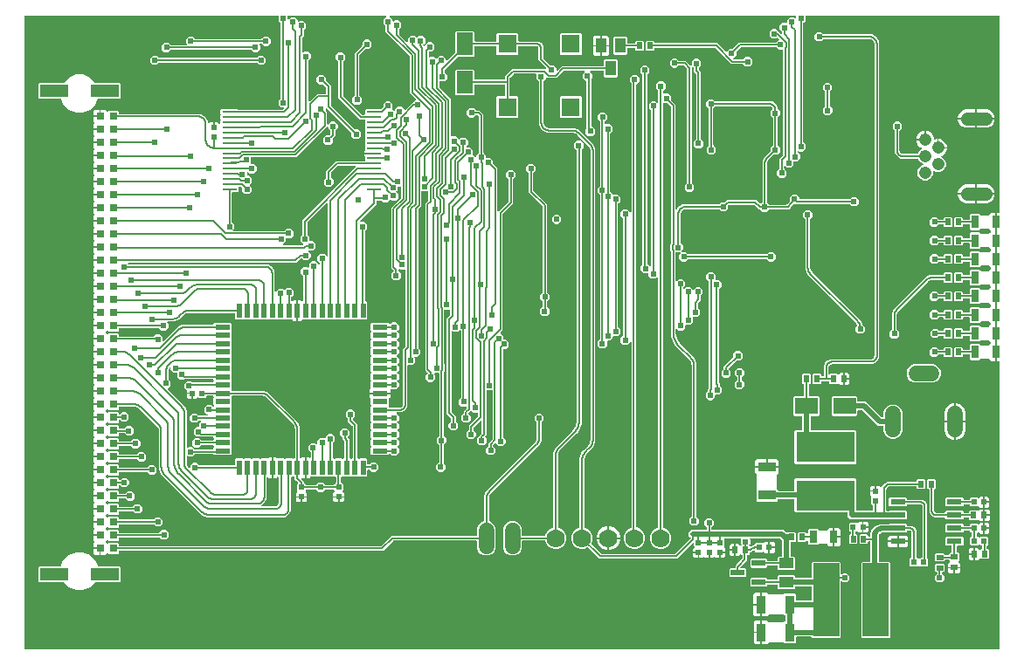
<source format=gbr>
G04 EAGLE Gerber RS-274X export*
G75*
%MOMM*%
%FSLAX34Y34*%
%LPD*%
%INTop Copper*%
%IPPOS*%
%AMOC8*
5,1,8,0,0,1.08239X$1,22.5*%
G01*
G04 Define Apertures*
%ADD10C,1.308000*%
%ADD11C,1.208000*%
%ADD12R,1.460500X0.558800*%
%ADD13R,1.420200X1.031200*%
%ADD14R,0.535100X0.644000*%
%ADD15R,0.644000X0.535100*%
%ADD16R,0.558800X0.508000*%
%ADD17R,0.508000X0.558800*%
%ADD18R,0.711200X1.244600*%
%ADD19R,1.320800X0.558800*%
%ADD20C,1.508000*%
%ADD21R,2.180400X1.630000*%
%ADD22R,0.560000X0.629100*%
%ADD23R,1.752600X0.965200*%
%ADD24R,0.965200X1.752600*%
%ADD25R,5.689600X3.000000*%
%ADD26R,2.500000X7.100000*%
%ADD27R,0.508000X1.473200*%
%ADD28R,1.473200X0.508000*%
%ADD29C,1.778000*%
%ADD30C,1.524000*%
%ADD31R,1.800000X1.800000*%
%ADD32R,1.630000X2.180400*%
%ADD33R,1.409700X0.279400*%
%ADD34R,1.000000X1.400000*%
%ADD35R,2.700000X1.200000*%
%ADD36R,0.800000X0.800000*%
%ADD37C,0.152400*%
%ADD38C,0.508000*%
%ADD39C,0.606400*%
%ADD40C,0.756400*%
%ADD41C,5.016000*%
G36*
X954575Y10220D02*
X954278Y10160D01*
X10922Y10160D01*
X10647Y10211D01*
X10392Y10375D01*
X10220Y10625D01*
X10160Y10922D01*
X10160Y624078D01*
X10211Y624353D01*
X10375Y624608D01*
X10625Y624780D01*
X10922Y624840D01*
X255582Y624840D01*
X255845Y624793D01*
X256103Y624634D01*
X256279Y624386D01*
X256344Y624090D01*
X256288Y623792D01*
X256277Y623775D01*
X256277Y619921D01*
X258323Y617874D01*
X258486Y617632D01*
X258547Y617335D01*
X258547Y544664D01*
X258491Y544378D01*
X258323Y544125D01*
X256264Y542065D01*
X256264Y538291D01*
X258933Y535622D01*
X260961Y535622D01*
X261224Y535575D01*
X261482Y535416D01*
X261657Y535169D01*
X261723Y534872D01*
X261667Y534574D01*
X261499Y534321D01*
X261004Y533826D01*
X260762Y533663D01*
X260465Y533603D01*
X217498Y533603D01*
X217212Y533658D01*
X216960Y533826D01*
X216548Y534238D01*
X201188Y534238D01*
X200296Y533345D01*
X200296Y529257D01*
X200386Y529125D01*
X200452Y528829D01*
X200396Y528531D01*
X200296Y528379D01*
X200296Y524257D01*
X200386Y524125D01*
X200452Y523829D01*
X200396Y523531D01*
X200296Y523379D01*
X200296Y520371D01*
X200249Y520108D01*
X200089Y519850D01*
X199842Y519675D01*
X199546Y519609D01*
X199248Y519665D01*
X198995Y519833D01*
X197680Y521147D01*
X194596Y521147D01*
X194596Y515305D01*
X193072Y515305D01*
X193072Y521147D01*
X189988Y521147D01*
X189373Y520532D01*
X189154Y520379D01*
X188859Y520309D01*
X188560Y520360D01*
X188304Y520523D01*
X188133Y520774D01*
X188072Y521071D01*
X188072Y522524D01*
X185591Y526822D01*
X181293Y529303D01*
X180074Y529303D01*
X179907Y529336D01*
X102486Y529336D01*
X102211Y529387D01*
X101956Y529551D01*
X101784Y529801D01*
X101724Y530098D01*
X101724Y531681D01*
X100831Y532574D01*
X91569Y532574D01*
X91107Y532113D01*
X90877Y531955D01*
X90581Y531889D01*
X90282Y531945D01*
X90030Y532113D01*
X88552Y533590D01*
X84262Y533590D01*
X84262Y526288D01*
X76960Y526288D01*
X76960Y521998D01*
X77719Y521239D01*
X77877Y521008D01*
X77942Y520712D01*
X77887Y520414D01*
X77719Y520161D01*
X76960Y519402D01*
X76960Y515112D01*
X84262Y515112D01*
X84262Y513588D01*
X76960Y513588D01*
X76960Y509298D01*
X77719Y508539D01*
X77877Y508308D01*
X77942Y508012D01*
X77887Y507714D01*
X77719Y507461D01*
X76960Y506702D01*
X76960Y502412D01*
X84262Y502412D01*
X84262Y500888D01*
X76960Y500888D01*
X76960Y496598D01*
X77719Y495839D01*
X77877Y495608D01*
X77942Y495312D01*
X77887Y495014D01*
X77719Y494761D01*
X76960Y494002D01*
X76960Y489712D01*
X84262Y489712D01*
X84262Y488188D01*
X76960Y488188D01*
X76960Y483898D01*
X77719Y483139D01*
X77877Y482908D01*
X77942Y482612D01*
X77887Y482314D01*
X77719Y482061D01*
X76960Y481302D01*
X76960Y477012D01*
X84262Y477012D01*
X84262Y475488D01*
X76960Y475488D01*
X76960Y471198D01*
X77719Y470439D01*
X77877Y470208D01*
X77942Y469912D01*
X77887Y469614D01*
X77719Y469361D01*
X76960Y468602D01*
X76960Y464312D01*
X84262Y464312D01*
X84262Y462788D01*
X76960Y462788D01*
X76960Y458498D01*
X77719Y457739D01*
X77877Y457508D01*
X77942Y457212D01*
X77887Y456914D01*
X77719Y456661D01*
X76960Y455902D01*
X76960Y451612D01*
X84262Y451612D01*
X84262Y450088D01*
X76960Y450088D01*
X76960Y445798D01*
X77719Y445039D01*
X77877Y444808D01*
X77942Y444512D01*
X77887Y444214D01*
X77719Y443961D01*
X76960Y443202D01*
X76960Y438912D01*
X84262Y438912D01*
X84262Y437388D01*
X76960Y437388D01*
X76960Y433098D01*
X77719Y432339D01*
X77877Y432108D01*
X77942Y431812D01*
X77887Y431514D01*
X77719Y431261D01*
X76960Y430502D01*
X76960Y426212D01*
X84262Y426212D01*
X84262Y424688D01*
X76960Y424688D01*
X76960Y420398D01*
X77719Y419639D01*
X77877Y419408D01*
X77942Y419112D01*
X77887Y418814D01*
X77719Y418561D01*
X76960Y417802D01*
X76960Y413512D01*
X84262Y413512D01*
X84262Y411988D01*
X76960Y411988D01*
X76960Y407698D01*
X77719Y406939D01*
X77877Y406708D01*
X77942Y406412D01*
X77887Y406114D01*
X77719Y405861D01*
X76960Y405102D01*
X76960Y400812D01*
X84262Y400812D01*
X84262Y399288D01*
X76960Y399288D01*
X76960Y394998D01*
X77719Y394239D01*
X77877Y394008D01*
X77942Y393712D01*
X77887Y393414D01*
X77719Y393161D01*
X76960Y392402D01*
X76960Y388112D01*
X84262Y388112D01*
X84262Y386588D01*
X76960Y386588D01*
X76960Y382298D01*
X77719Y381539D01*
X77877Y381308D01*
X77942Y381012D01*
X77887Y380714D01*
X77719Y380461D01*
X76960Y379702D01*
X76960Y375412D01*
X84262Y375412D01*
X84262Y373888D01*
X76960Y373888D01*
X76960Y369598D01*
X77719Y368839D01*
X77877Y368608D01*
X77942Y368312D01*
X77887Y368014D01*
X77719Y367761D01*
X76960Y367002D01*
X76960Y362712D01*
X84262Y362712D01*
X84262Y361188D01*
X76960Y361188D01*
X76960Y356898D01*
X77719Y356139D01*
X77877Y355908D01*
X77942Y355612D01*
X77887Y355314D01*
X77719Y355061D01*
X76960Y354302D01*
X76960Y350012D01*
X84262Y350012D01*
X84262Y348488D01*
X76960Y348488D01*
X76960Y344198D01*
X77719Y343439D01*
X77877Y343208D01*
X77942Y342912D01*
X77887Y342614D01*
X77719Y342361D01*
X76960Y341602D01*
X76960Y337312D01*
X84262Y337312D01*
X84262Y335788D01*
X76960Y335788D01*
X76960Y331498D01*
X77719Y330739D01*
X77877Y330508D01*
X77942Y330212D01*
X77887Y329914D01*
X77719Y329661D01*
X76960Y328902D01*
X76960Y324612D01*
X84262Y324612D01*
X84262Y323088D01*
X76960Y323088D01*
X76960Y318798D01*
X77719Y318039D01*
X77877Y317808D01*
X77942Y317512D01*
X77887Y317214D01*
X77719Y316961D01*
X76960Y316202D01*
X76960Y311912D01*
X84262Y311912D01*
X84262Y310388D01*
X76960Y310388D01*
X76960Y306098D01*
X77719Y305339D01*
X77877Y305108D01*
X77942Y304812D01*
X77887Y304514D01*
X77719Y304261D01*
X76960Y303502D01*
X76960Y299212D01*
X84262Y299212D01*
X84262Y297688D01*
X76960Y297688D01*
X76960Y293398D01*
X77719Y292639D01*
X77877Y292408D01*
X77942Y292112D01*
X77887Y291814D01*
X77719Y291561D01*
X76960Y290802D01*
X76960Y286512D01*
X84262Y286512D01*
X84262Y284988D01*
X76960Y284988D01*
X76960Y280698D01*
X77719Y279939D01*
X77877Y279708D01*
X77942Y279412D01*
X77887Y279114D01*
X77719Y278861D01*
X76960Y278102D01*
X76960Y273812D01*
X84262Y273812D01*
X84262Y272288D01*
X76960Y272288D01*
X76960Y267998D01*
X77719Y267239D01*
X77877Y267008D01*
X77942Y266712D01*
X77887Y266414D01*
X77719Y266161D01*
X76960Y265402D01*
X76960Y261112D01*
X84262Y261112D01*
X84262Y259588D01*
X76960Y259588D01*
X76960Y255298D01*
X77719Y254539D01*
X77877Y254308D01*
X77942Y254012D01*
X77887Y253714D01*
X77719Y253461D01*
X76960Y252702D01*
X76960Y248412D01*
X84262Y248412D01*
X84262Y246888D01*
X76960Y246888D01*
X76960Y242598D01*
X77719Y241839D01*
X77877Y241608D01*
X77942Y241312D01*
X77887Y241014D01*
X77719Y240761D01*
X76960Y240002D01*
X76960Y235712D01*
X84262Y235712D01*
X84262Y234188D01*
X76960Y234188D01*
X76960Y229898D01*
X77719Y229139D01*
X77877Y228908D01*
X77942Y228612D01*
X77887Y228314D01*
X77719Y228061D01*
X76960Y227302D01*
X76960Y223012D01*
X84262Y223012D01*
X84262Y221488D01*
X76960Y221488D01*
X76960Y217198D01*
X77719Y216439D01*
X77877Y216208D01*
X77942Y215912D01*
X77887Y215614D01*
X77719Y215361D01*
X76960Y214602D01*
X76960Y210312D01*
X84262Y210312D01*
X84262Y208788D01*
X76960Y208788D01*
X76960Y204498D01*
X77719Y203739D01*
X77877Y203508D01*
X77942Y203212D01*
X77887Y202914D01*
X77719Y202661D01*
X76960Y201902D01*
X76960Y197612D01*
X84262Y197612D01*
X84262Y196088D01*
X76960Y196088D01*
X76960Y191798D01*
X77719Y191039D01*
X77877Y190808D01*
X77942Y190512D01*
X77887Y190214D01*
X77719Y189961D01*
X76960Y189202D01*
X76960Y184912D01*
X84262Y184912D01*
X84262Y183388D01*
X76960Y183388D01*
X76960Y179098D01*
X77719Y178339D01*
X77877Y178108D01*
X77942Y177812D01*
X77887Y177514D01*
X77719Y177261D01*
X76960Y176502D01*
X76960Y172212D01*
X84262Y172212D01*
X84262Y170688D01*
X76960Y170688D01*
X76960Y166398D01*
X77719Y165639D01*
X77877Y165408D01*
X77942Y165112D01*
X77887Y164814D01*
X77719Y164561D01*
X76960Y163802D01*
X76960Y159512D01*
X84262Y159512D01*
X84262Y157988D01*
X76960Y157988D01*
X76960Y153698D01*
X77719Y152939D01*
X77877Y152708D01*
X77942Y152412D01*
X77887Y152114D01*
X77719Y151861D01*
X76960Y151102D01*
X76960Y146812D01*
X84262Y146812D01*
X84262Y145288D01*
X76960Y145288D01*
X76960Y140998D01*
X77719Y140239D01*
X77877Y140008D01*
X77942Y139712D01*
X77887Y139414D01*
X77719Y139161D01*
X76960Y138402D01*
X76960Y134112D01*
X84262Y134112D01*
X84262Y132588D01*
X76960Y132588D01*
X76960Y128298D01*
X77719Y127539D01*
X77877Y127308D01*
X77942Y127012D01*
X77887Y126714D01*
X77719Y126461D01*
X76960Y125702D01*
X76960Y121412D01*
X84262Y121412D01*
X84262Y119888D01*
X76960Y119888D01*
X76960Y115598D01*
X77719Y114839D01*
X77877Y114608D01*
X77942Y114312D01*
X77887Y114014D01*
X77719Y113761D01*
X76960Y113002D01*
X76960Y108712D01*
X84262Y108712D01*
X84262Y101410D01*
X88552Y101410D01*
X90030Y102888D01*
X90260Y103046D01*
X90556Y103111D01*
X90854Y103055D01*
X91107Y102888D01*
X91569Y102426D01*
X100831Y102426D01*
X101724Y103319D01*
X101724Y104902D01*
X101775Y105177D01*
X101939Y105432D01*
X102189Y105604D01*
X102486Y105664D01*
X357837Y105664D01*
X367490Y115316D01*
X367731Y115479D01*
X368029Y115540D01*
X447864Y115540D01*
X448138Y115488D01*
X448394Y115325D01*
X448565Y115075D01*
X448626Y114778D01*
X448626Y108387D01*
X450018Y105026D01*
X452590Y102454D01*
X455951Y101062D01*
X459589Y101062D01*
X462949Y102454D01*
X465522Y105026D01*
X466914Y108387D01*
X466914Y127264D01*
X465522Y130625D01*
X462949Y133197D01*
X460727Y134118D01*
X460488Y134275D01*
X460317Y134525D01*
X460256Y134822D01*
X460256Y156281D01*
X460271Y156430D01*
X460796Y159069D01*
X460910Y159343D01*
X462404Y161580D01*
X462499Y161696D01*
X509110Y208307D01*
X509110Y208307D01*
X509612Y208809D01*
X511122Y212454D01*
X511122Y229860D01*
X511178Y230146D01*
X511345Y230399D01*
X513392Y232445D01*
X513392Y236220D01*
X510723Y238888D01*
X506949Y238888D01*
X504280Y236220D01*
X504280Y232445D01*
X506327Y230399D01*
X506490Y230157D01*
X506550Y229860D01*
X506550Y214426D01*
X506492Y214135D01*
X505150Y210894D01*
X504985Y210647D01*
X458373Y164036D01*
X458373Y164036D01*
X457546Y163208D01*
X455684Y158714D01*
X455684Y134988D01*
X455631Y134708D01*
X455465Y134454D01*
X455214Y134284D01*
X452590Y133197D01*
X450018Y130625D01*
X448626Y127264D01*
X448626Y120874D01*
X448575Y120599D01*
X448411Y120343D01*
X448161Y120172D01*
X447864Y120112D01*
X365819Y120112D01*
X356167Y110459D01*
X355925Y110296D01*
X355628Y110236D01*
X102486Y110236D01*
X102211Y110287D01*
X101956Y110451D01*
X101784Y110701D01*
X101724Y110998D01*
X101724Y112581D01*
X100831Y113474D01*
X91569Y113474D01*
X91107Y113013D01*
X90877Y112855D01*
X90581Y112789D01*
X90282Y112845D01*
X90030Y113013D01*
X89281Y113761D01*
X89123Y113992D01*
X89058Y114288D01*
X89113Y114586D01*
X89281Y114839D01*
X90030Y115588D01*
X90260Y115746D01*
X90556Y115811D01*
X90854Y115755D01*
X91107Y115588D01*
X91569Y115126D01*
X100831Y115126D01*
X101724Y116019D01*
X101724Y117602D01*
X101775Y117877D01*
X101939Y118132D01*
X102189Y118304D01*
X102486Y118364D01*
X141319Y118364D01*
X141605Y118308D01*
X141857Y118141D01*
X143482Y116516D01*
X147256Y116516D01*
X149925Y119185D01*
X149925Y122960D01*
X147256Y125628D01*
X143482Y125628D01*
X141013Y123159D01*
X140771Y122996D01*
X140474Y122936D01*
X102486Y122936D01*
X102211Y122987D01*
X101956Y123151D01*
X101784Y123401D01*
X101724Y123698D01*
X101724Y125281D01*
X100831Y126174D01*
X91569Y126174D01*
X91107Y125713D01*
X90877Y125555D01*
X90581Y125489D01*
X90282Y125545D01*
X90030Y125713D01*
X89281Y126461D01*
X89123Y126692D01*
X89058Y126988D01*
X89113Y127286D01*
X89281Y127539D01*
X90030Y128288D01*
X90260Y128446D01*
X90556Y128511D01*
X90854Y128455D01*
X91107Y128288D01*
X91569Y127826D01*
X100831Y127826D01*
X101724Y128719D01*
X101724Y130592D01*
X101775Y130867D01*
X101939Y131123D01*
X102189Y131294D01*
X102486Y131354D01*
X135103Y131354D01*
X135389Y131299D01*
X135642Y131131D01*
X137689Y129084D01*
X141463Y129084D01*
X144132Y131753D01*
X144132Y135528D01*
X141463Y138196D01*
X137689Y138196D01*
X135642Y136150D01*
X135401Y135987D01*
X135103Y135926D01*
X102486Y135926D01*
X102211Y135978D01*
X101956Y136141D01*
X101784Y136391D01*
X101724Y136688D01*
X101724Y137981D01*
X100831Y138874D01*
X91569Y138874D01*
X91107Y138413D01*
X90877Y138255D01*
X90581Y138189D01*
X90282Y138245D01*
X90030Y138413D01*
X89281Y139161D01*
X89123Y139392D01*
X89058Y139688D01*
X89113Y139986D01*
X89281Y140239D01*
X90030Y140988D01*
X90260Y141146D01*
X90556Y141211D01*
X90854Y141155D01*
X91107Y140988D01*
X91569Y140526D01*
X100831Y140526D01*
X101724Y141419D01*
X101724Y143002D01*
X101775Y143277D01*
X101939Y143532D01*
X102189Y143704D01*
X102486Y143764D01*
X115446Y143764D01*
X115732Y143708D01*
X115985Y143541D01*
X117838Y141688D01*
X121612Y141688D01*
X124281Y144357D01*
X124281Y148131D01*
X121612Y150800D01*
X117838Y150800D01*
X115597Y148559D01*
X115356Y148396D01*
X115058Y148336D01*
X102486Y148336D01*
X102211Y148387D01*
X101956Y148551D01*
X101784Y148801D01*
X101724Y149098D01*
X101724Y150681D01*
X100831Y151574D01*
X91569Y151574D01*
X91107Y151113D01*
X90877Y150955D01*
X90581Y150889D01*
X90282Y150945D01*
X90030Y151113D01*
X89281Y151861D01*
X89123Y152092D01*
X89058Y152388D01*
X89113Y152686D01*
X89281Y152939D01*
X90030Y153688D01*
X90260Y153846D01*
X90556Y153911D01*
X90854Y153855D01*
X91107Y153688D01*
X91569Y153226D01*
X100831Y153226D01*
X101724Y154119D01*
X101724Y155702D01*
X101775Y155977D01*
X101939Y156232D01*
X102189Y156404D01*
X102486Y156464D01*
X107745Y156464D01*
X108031Y156408D01*
X108284Y156241D01*
X110349Y154175D01*
X114124Y154175D01*
X116792Y156844D01*
X116792Y160618D01*
X114124Y163287D01*
X110349Y163287D01*
X108321Y161259D01*
X108080Y161096D01*
X107782Y161036D01*
X102486Y161036D01*
X102211Y161087D01*
X101956Y161251D01*
X101784Y161501D01*
X101724Y161798D01*
X101724Y163381D01*
X100831Y164274D01*
X91569Y164274D01*
X91107Y163813D01*
X90877Y163655D01*
X90581Y163589D01*
X90282Y163645D01*
X90030Y163813D01*
X89281Y164561D01*
X89123Y164792D01*
X89058Y165088D01*
X89113Y165386D01*
X89281Y165639D01*
X90030Y166388D01*
X90260Y166546D01*
X90556Y166611D01*
X90854Y166555D01*
X91107Y166388D01*
X91569Y165926D01*
X100831Y165926D01*
X101724Y166819D01*
X101724Y168682D01*
X101775Y168957D01*
X101939Y169212D01*
X102189Y169384D01*
X102486Y169444D01*
X102495Y169444D01*
X102781Y169388D01*
X103034Y169221D01*
X105081Y167174D01*
X108855Y167174D01*
X111524Y169843D01*
X111524Y173617D01*
X108855Y176286D01*
X105081Y176286D01*
X103034Y174239D01*
X102792Y174076D01*
X102495Y174016D01*
X102486Y174016D01*
X102211Y174067D01*
X101956Y174231D01*
X101784Y174481D01*
X101724Y174778D01*
X101724Y176081D01*
X100831Y176974D01*
X91569Y176974D01*
X91107Y176513D01*
X90877Y176355D01*
X90581Y176289D01*
X90282Y176345D01*
X90030Y176513D01*
X89281Y177261D01*
X89123Y177492D01*
X89058Y177788D01*
X89113Y178086D01*
X89281Y178339D01*
X90030Y179088D01*
X90260Y179246D01*
X90556Y179311D01*
X90854Y179255D01*
X91107Y179088D01*
X91569Y178626D01*
X100831Y178626D01*
X101724Y179519D01*
X101724Y181102D01*
X101775Y181377D01*
X101939Y181632D01*
X102189Y181804D01*
X102486Y181864D01*
X129075Y181864D01*
X129361Y181808D01*
X129614Y181641D01*
X131661Y179594D01*
X135435Y179594D01*
X138104Y182263D01*
X138104Y186037D01*
X135435Y188706D01*
X131661Y188706D01*
X129614Y186659D01*
X129372Y186496D01*
X129075Y186436D01*
X102486Y186436D01*
X102211Y186487D01*
X101956Y186651D01*
X101784Y186901D01*
X101724Y187198D01*
X101724Y188781D01*
X100831Y189674D01*
X91569Y189674D01*
X91107Y189213D01*
X90877Y189055D01*
X90581Y188989D01*
X90282Y189045D01*
X90030Y189213D01*
X89281Y189961D01*
X89123Y190192D01*
X89058Y190488D01*
X89113Y190786D01*
X89281Y191039D01*
X90030Y191788D01*
X90260Y191946D01*
X90556Y192011D01*
X90854Y191955D01*
X91107Y191788D01*
X91569Y191326D01*
X100831Y191326D01*
X101724Y192219D01*
X101724Y193802D01*
X101775Y194077D01*
X101939Y194332D01*
X102189Y194504D01*
X102486Y194564D01*
X118901Y194564D01*
X119186Y194508D01*
X119439Y194341D01*
X121476Y192304D01*
X125250Y192304D01*
X127919Y194973D01*
X127919Y198747D01*
X125250Y201416D01*
X121476Y201416D01*
X119419Y199359D01*
X119177Y199196D01*
X118880Y199136D01*
X102486Y199136D01*
X102211Y199187D01*
X101956Y199351D01*
X101784Y199601D01*
X101724Y199898D01*
X101724Y201481D01*
X100831Y202374D01*
X91569Y202374D01*
X91107Y201913D01*
X90877Y201755D01*
X90581Y201689D01*
X90282Y201745D01*
X90030Y201913D01*
X89281Y202661D01*
X89123Y202892D01*
X89058Y203188D01*
X89113Y203486D01*
X89281Y203739D01*
X90030Y204488D01*
X90260Y204646D01*
X90556Y204711D01*
X90854Y204655D01*
X91107Y204488D01*
X91569Y204026D01*
X100831Y204026D01*
X101724Y204919D01*
X101724Y206502D01*
X101775Y206777D01*
X101939Y207032D01*
X102189Y207204D01*
X102486Y207264D01*
X113413Y207264D01*
X113699Y207208D01*
X113952Y207041D01*
X115984Y205009D01*
X119758Y205009D01*
X122427Y207678D01*
X122427Y211452D01*
X119758Y214121D01*
X115984Y214121D01*
X113922Y212059D01*
X113681Y211896D01*
X113384Y211836D01*
X102486Y211836D01*
X102211Y211887D01*
X101956Y212051D01*
X101784Y212301D01*
X101724Y212598D01*
X101724Y214181D01*
X100831Y215074D01*
X91569Y215074D01*
X91107Y214613D01*
X90877Y214455D01*
X90581Y214389D01*
X90282Y214445D01*
X90030Y214613D01*
X89281Y215361D01*
X89123Y215592D01*
X89058Y215888D01*
X89113Y216186D01*
X89281Y216439D01*
X90030Y217188D01*
X90260Y217346D01*
X90556Y217411D01*
X90854Y217355D01*
X91107Y217188D01*
X91569Y216726D01*
X100831Y216726D01*
X101724Y217619D01*
X101724Y219052D01*
X101775Y219326D01*
X101939Y219582D01*
X102189Y219753D01*
X102486Y219814D01*
X106886Y219814D01*
X107172Y219758D01*
X107424Y219590D01*
X109471Y217544D01*
X113246Y217544D01*
X115914Y220212D01*
X115914Y223987D01*
X113246Y226656D01*
X109471Y226656D01*
X107424Y224609D01*
X107183Y224446D01*
X106886Y224386D01*
X102486Y224386D01*
X102211Y224437D01*
X101956Y224600D01*
X101784Y224850D01*
X101724Y225148D01*
X101724Y226881D01*
X100831Y227774D01*
X91569Y227774D01*
X91107Y227313D01*
X90877Y227155D01*
X90581Y227089D01*
X90282Y227145D01*
X90030Y227313D01*
X89281Y228061D01*
X89123Y228292D01*
X89058Y228588D01*
X89113Y228886D01*
X89281Y229139D01*
X90030Y229888D01*
X90260Y230046D01*
X90556Y230111D01*
X90854Y230055D01*
X91107Y229888D01*
X91569Y229426D01*
X100831Y229426D01*
X101724Y230319D01*
X101724Y232088D01*
X101771Y232351D01*
X101930Y232609D01*
X102178Y232785D01*
X102474Y232850D01*
X102772Y232794D01*
X103025Y232627D01*
X104722Y230929D01*
X108497Y230929D01*
X111166Y233598D01*
X111166Y237372D01*
X108497Y240041D01*
X104722Y240041D01*
X103025Y238343D01*
X102805Y238190D01*
X102510Y238120D01*
X102211Y238171D01*
X101956Y238335D01*
X101784Y238585D01*
X101724Y238882D01*
X101724Y239581D01*
X100831Y240474D01*
X91569Y240474D01*
X91107Y240013D01*
X90877Y239855D01*
X90581Y239789D01*
X90282Y239845D01*
X90030Y240013D01*
X89281Y240761D01*
X89123Y240992D01*
X89058Y241288D01*
X89113Y241586D01*
X89281Y241839D01*
X90030Y242588D01*
X90260Y242746D01*
X90556Y242811D01*
X90854Y242755D01*
X91107Y242588D01*
X91569Y242126D01*
X100831Y242126D01*
X101724Y243019D01*
X101724Y244602D01*
X101775Y244877D01*
X101939Y245132D01*
X102189Y245304D01*
X102486Y245364D01*
X117416Y245364D01*
X117707Y245306D01*
X120761Y244041D01*
X121008Y243876D01*
X139931Y224954D01*
X140096Y224706D01*
X140343Y224110D01*
X140401Y223819D01*
X140401Y184922D01*
X142700Y179370D01*
X143932Y178138D01*
X143932Y178138D01*
X180040Y142030D01*
X180040Y142030D01*
X181462Y140608D01*
X187512Y138102D01*
X262243Y138102D01*
X266231Y140405D01*
X268533Y144392D01*
X268533Y176643D01*
X268584Y176917D01*
X268748Y177173D01*
X268998Y177344D01*
X269295Y177405D01*
X269767Y177405D01*
X269994Y177632D01*
X270224Y177790D01*
X270520Y177855D01*
X270819Y177799D01*
X271071Y177632D01*
X271298Y177405D01*
X271422Y177405D01*
X271696Y177353D01*
X271952Y177190D01*
X272123Y176940D01*
X272184Y176643D01*
X272184Y175244D01*
X273746Y173682D01*
X275126Y172302D01*
X275284Y172072D01*
X275349Y171776D01*
X275293Y171477D01*
X275126Y171225D01*
X274324Y170423D01*
X274324Y164080D01*
X274594Y163809D01*
X274752Y163579D01*
X274817Y163283D01*
X274762Y162985D01*
X274594Y162732D01*
X273308Y161445D01*
X273308Y158615D01*
X283976Y158615D01*
X283976Y161445D01*
X282689Y162732D01*
X282531Y162962D01*
X282466Y163259D01*
X282522Y163557D01*
X282689Y163809D01*
X282960Y164080D01*
X282960Y164203D01*
X283011Y164478D01*
X283174Y164733D01*
X283425Y164905D01*
X283722Y164965D01*
X292843Y164965D01*
X293129Y164910D01*
X293381Y164742D01*
X295359Y162765D01*
X299133Y162765D01*
X301110Y164742D01*
X301352Y164905D01*
X301649Y164965D01*
X309632Y164965D01*
X309907Y164914D01*
X310162Y164751D01*
X310334Y164500D01*
X310394Y164203D01*
X310394Y164080D01*
X310665Y163809D01*
X310823Y163579D01*
X310888Y163283D01*
X310832Y162985D01*
X310665Y162732D01*
X309378Y161445D01*
X309378Y158615D01*
X320046Y158615D01*
X320046Y161445D01*
X318760Y162732D01*
X318602Y162962D01*
X318537Y163259D01*
X318592Y163557D01*
X318760Y163809D01*
X319030Y164080D01*
X319030Y170423D01*
X318137Y171315D01*
X317650Y171315D01*
X317375Y171366D01*
X317119Y171530D01*
X316948Y171780D01*
X316888Y172077D01*
X316888Y176643D01*
X316939Y176917D01*
X317102Y177173D01*
X317352Y177344D01*
X317650Y177405D01*
X317773Y177405D01*
X318000Y177632D01*
X318230Y177790D01*
X318526Y177855D01*
X318825Y177799D01*
X319077Y177632D01*
X319304Y177405D01*
X325647Y177405D01*
X326001Y177759D01*
X326231Y177917D01*
X326527Y177982D01*
X326826Y177926D01*
X327078Y177759D01*
X327432Y177405D01*
X333775Y177405D01*
X334002Y177632D01*
X334232Y177790D01*
X334528Y177855D01*
X334827Y177799D01*
X335079Y177632D01*
X335306Y177405D01*
X341649Y177405D01*
X342542Y178297D01*
X342542Y183797D01*
X342593Y184072D01*
X342756Y184327D01*
X343006Y184499D01*
X343304Y184559D01*
X344324Y184559D01*
X344610Y184503D01*
X344863Y184336D01*
X346910Y182289D01*
X350684Y182289D01*
X353353Y184958D01*
X353353Y188732D01*
X350684Y191401D01*
X346910Y191401D01*
X344863Y189354D01*
X344622Y189191D01*
X344324Y189131D01*
X343304Y189131D01*
X343029Y189182D01*
X342773Y189346D01*
X342602Y189596D01*
X342542Y189893D01*
X342542Y194292D01*
X341649Y195185D01*
X335306Y195185D01*
X335079Y194958D01*
X334849Y194800D01*
X334553Y194735D01*
X334255Y194790D01*
X334002Y194958D01*
X333775Y195185D01*
X333652Y195185D01*
X333377Y195236D01*
X333121Y195399D01*
X332950Y195649D01*
X332890Y195947D01*
X332890Y228640D01*
X328583Y232947D01*
X328420Y233189D01*
X328360Y233486D01*
X328360Y233501D01*
X328416Y233787D01*
X328583Y234040D01*
X330630Y236087D01*
X330630Y239861D01*
X327961Y242530D01*
X324187Y242530D01*
X321518Y239861D01*
X321518Y236087D01*
X323565Y234040D01*
X323727Y233798D01*
X323788Y233501D01*
X323788Y231276D01*
X328094Y226970D01*
X328257Y226728D01*
X328318Y226431D01*
X328318Y195947D01*
X328266Y195672D01*
X328103Y195416D01*
X327853Y195245D01*
X327556Y195185D01*
X327432Y195185D01*
X327078Y194831D01*
X326848Y194673D01*
X326552Y194608D01*
X326254Y194663D01*
X326001Y194831D01*
X325647Y195185D01*
X325612Y195185D01*
X325337Y195236D01*
X325082Y195399D01*
X324910Y195649D01*
X324850Y195947D01*
X324850Y213722D01*
X323384Y215188D01*
X323226Y215418D01*
X323161Y215714D01*
X323217Y216012D01*
X323384Y216265D01*
X325129Y218010D01*
X325129Y221784D01*
X322460Y224453D01*
X318686Y224453D01*
X316017Y221784D01*
X316017Y218010D01*
X318064Y215963D01*
X318227Y215722D01*
X318287Y215424D01*
X318287Y213819D01*
X320055Y212051D01*
X320218Y211810D01*
X320278Y211512D01*
X320278Y195947D01*
X320227Y195672D01*
X320063Y195416D01*
X319813Y195245D01*
X319516Y195185D01*
X319304Y195185D01*
X319077Y194958D01*
X318847Y194800D01*
X318551Y194735D01*
X318253Y194790D01*
X318000Y194958D01*
X317773Y195185D01*
X311430Y195185D01*
X311076Y194831D01*
X310846Y194673D01*
X310550Y194608D01*
X310252Y194663D01*
X309999Y194831D01*
X309645Y195185D01*
X309522Y195185D01*
X309247Y195236D01*
X308991Y195399D01*
X308820Y195649D01*
X308760Y195947D01*
X308760Y209862D01*
X308815Y210148D01*
X308983Y210401D01*
X311030Y212448D01*
X311030Y216222D01*
X308361Y218891D01*
X304586Y218891D01*
X301918Y216222D01*
X301918Y215406D01*
X301871Y215143D01*
X301711Y214885D01*
X301464Y214709D01*
X301168Y214644D01*
X300870Y214700D01*
X300617Y214867D01*
X300487Y214997D01*
X296712Y214997D01*
X294044Y212328D01*
X294044Y209840D01*
X293997Y209577D01*
X293837Y209319D01*
X293590Y209144D01*
X293294Y209079D01*
X292996Y209134D01*
X292743Y209302D01*
X291868Y210177D01*
X288094Y210177D01*
X285425Y207508D01*
X285425Y203733D01*
X287471Y201687D01*
X287634Y201445D01*
X287695Y201148D01*
X287695Y196535D01*
X287648Y196272D01*
X287488Y196014D01*
X287241Y195838D01*
X286945Y195773D01*
X286647Y195829D01*
X286394Y195996D01*
X286190Y196201D01*
X283360Y196201D01*
X283360Y176389D01*
X286190Y176389D01*
X286983Y177181D01*
X287224Y177344D01*
X287521Y177405D01*
X293643Y177405D01*
X293997Y177759D01*
X294227Y177917D01*
X294523Y177982D01*
X294822Y177926D01*
X295074Y177759D01*
X295428Y177405D01*
X301771Y177405D01*
X301998Y177632D01*
X302228Y177790D01*
X302524Y177855D01*
X302823Y177799D01*
X303075Y177632D01*
X303302Y177405D01*
X309645Y177405D01*
X309999Y177759D01*
X310229Y177917D01*
X310525Y177982D01*
X310824Y177926D01*
X311076Y177759D01*
X311430Y177405D01*
X311554Y177405D01*
X311828Y177353D01*
X312084Y177190D01*
X312255Y176940D01*
X312316Y176643D01*
X312316Y172077D01*
X312264Y171803D01*
X312101Y171547D01*
X311851Y171376D01*
X311554Y171315D01*
X311287Y171315D01*
X310394Y170423D01*
X310394Y170299D01*
X310343Y170025D01*
X310180Y169769D01*
X309929Y169598D01*
X309632Y169537D01*
X301788Y169537D01*
X301502Y169593D01*
X301249Y169760D01*
X299133Y171877D01*
X295359Y171877D01*
X293242Y169760D01*
X293001Y169598D01*
X292703Y169537D01*
X283722Y169537D01*
X283447Y169588D01*
X283192Y169752D01*
X283020Y170002D01*
X282960Y170299D01*
X282960Y170423D01*
X282067Y171315D01*
X281690Y171315D01*
X281415Y171366D01*
X281160Y171530D01*
X280988Y171780D01*
X280928Y172077D01*
X280928Y172966D01*
X278806Y175088D01*
X278653Y175307D01*
X278583Y175602D01*
X278634Y175901D01*
X278798Y176157D01*
X279048Y176328D01*
X279345Y176389D01*
X281836Y176389D01*
X281836Y196201D01*
X279006Y196201D01*
X278332Y195527D01*
X278113Y195374D01*
X277818Y195305D01*
X277519Y195355D01*
X277263Y195519D01*
X277092Y195769D01*
X277031Y196066D01*
X277031Y225581D01*
X275026Y230423D01*
X274065Y231384D01*
X274065Y231384D01*
X247040Y258409D01*
X247040Y258409D01*
X246396Y259053D01*
X242380Y260717D01*
X211986Y260717D01*
X211711Y260768D01*
X211455Y260931D01*
X211284Y261181D01*
X211224Y261479D01*
X211224Y261602D01*
X210870Y261956D01*
X210712Y262186D01*
X210647Y262482D01*
X210702Y262781D01*
X210870Y263033D01*
X211224Y263387D01*
X211224Y269730D01*
X210997Y269957D01*
X210839Y270187D01*
X210774Y270483D01*
X210829Y270782D01*
X210997Y271034D01*
X211224Y271261D01*
X211224Y277604D01*
X210870Y277958D01*
X210712Y278188D01*
X210647Y278484D01*
X210702Y278783D01*
X210870Y279035D01*
X211224Y279389D01*
X211224Y285732D01*
X210997Y285959D01*
X210839Y286189D01*
X210774Y286485D01*
X210829Y286784D01*
X210997Y287036D01*
X211224Y287263D01*
X211224Y293606D01*
X210870Y293960D01*
X210712Y294190D01*
X210647Y294486D01*
X210702Y294785D01*
X210870Y295037D01*
X211224Y295391D01*
X211224Y301734D01*
X210997Y301961D01*
X210839Y302191D01*
X210774Y302487D01*
X210829Y302786D01*
X210997Y303038D01*
X211224Y303265D01*
X211224Y309608D01*
X210870Y309962D01*
X210712Y310192D01*
X210647Y310488D01*
X210702Y310787D01*
X210870Y311039D01*
X211224Y311393D01*
X211224Y317736D01*
X210997Y317963D01*
X210839Y318193D01*
X210774Y318489D01*
X210829Y318788D01*
X210997Y319040D01*
X211224Y319267D01*
X211224Y325610D01*
X210331Y326503D01*
X194336Y326503D01*
X193444Y325610D01*
X193444Y325487D01*
X193392Y325212D01*
X193229Y324956D01*
X192979Y324785D01*
X192682Y324725D01*
X162954Y324725D01*
X159201Y323170D01*
X145322Y309291D01*
X145102Y309138D01*
X144807Y309068D01*
X144508Y309119D01*
X144253Y309282D01*
X144081Y309532D01*
X144021Y309829D01*
X144021Y312873D01*
X141352Y315542D01*
X137578Y315542D01*
X135695Y313659D01*
X135454Y313496D01*
X135157Y313436D01*
X102486Y313436D01*
X102211Y313487D01*
X101956Y313651D01*
X101784Y313901D01*
X101724Y314198D01*
X101724Y315781D01*
X100831Y316674D01*
X91569Y316674D01*
X91107Y316213D01*
X90877Y316055D01*
X90581Y315989D01*
X90282Y316045D01*
X90030Y316213D01*
X89281Y316961D01*
X89123Y317192D01*
X89058Y317488D01*
X89113Y317786D01*
X89281Y318039D01*
X90030Y318788D01*
X90260Y318946D01*
X90556Y319011D01*
X90854Y318955D01*
X91107Y318788D01*
X91569Y318326D01*
X100831Y318326D01*
X101724Y319219D01*
X101724Y320858D01*
X101775Y321133D01*
X101939Y321388D01*
X102189Y321560D01*
X102486Y321620D01*
X140507Y321620D01*
X140793Y321564D01*
X141045Y321397D01*
X143092Y319350D01*
X146867Y319350D01*
X149535Y322019D01*
X149535Y325793D01*
X148515Y326814D01*
X148362Y327033D01*
X148292Y327328D01*
X148343Y327627D01*
X148506Y327883D01*
X148756Y328054D01*
X149054Y328115D01*
X155660Y328115D01*
X159893Y329868D01*
X164555Y334530D01*
X164670Y334625D01*
X166303Y335715D01*
X166577Y335829D01*
X168503Y336212D01*
X168651Y336227D01*
X213764Y336227D01*
X214038Y336175D01*
X214294Y336012D01*
X214465Y335762D01*
X214526Y335465D01*
X214526Y330697D01*
X215418Y329805D01*
X221761Y329805D01*
X221988Y330032D01*
X222218Y330190D01*
X222514Y330255D01*
X222813Y330199D01*
X223065Y330032D01*
X223292Y329805D01*
X229635Y329805D01*
X229989Y330159D01*
X230219Y330317D01*
X230515Y330382D01*
X230814Y330326D01*
X231066Y330159D01*
X231420Y329805D01*
X237763Y329805D01*
X237990Y330032D01*
X238220Y330190D01*
X238516Y330255D01*
X238815Y330199D01*
X239067Y330032D01*
X239294Y329805D01*
X245637Y329805D01*
X245991Y330159D01*
X246221Y330317D01*
X246517Y330382D01*
X246816Y330326D01*
X247068Y330159D01*
X247422Y329805D01*
X253765Y329805D01*
X253992Y330032D01*
X254222Y330190D01*
X254518Y330255D01*
X254817Y330199D01*
X255069Y330032D01*
X255296Y329805D01*
X261639Y329805D01*
X261993Y330159D01*
X262223Y330317D01*
X262519Y330382D01*
X262818Y330326D01*
X263070Y330159D01*
X263424Y329805D01*
X269546Y329805D01*
X269832Y329749D01*
X270085Y329581D01*
X270878Y328789D01*
X273708Y328789D01*
X273708Y348601D01*
X270878Y348601D01*
X270182Y347906D01*
X269963Y347753D01*
X269668Y347683D01*
X269369Y347734D01*
X269113Y347897D01*
X268942Y348147D01*
X268882Y348444D01*
X268882Y351706D01*
X268937Y351992D01*
X269105Y352245D01*
X270980Y354120D01*
X270980Y357895D01*
X268311Y360563D01*
X264537Y360563D01*
X262702Y358728D01*
X262471Y358570D01*
X262175Y358505D01*
X261877Y358561D01*
X261624Y358728D01*
X260326Y360026D01*
X256552Y360026D01*
X253876Y357350D01*
X253656Y357197D01*
X253361Y357128D01*
X253062Y357179D01*
X252807Y357342D01*
X252635Y357592D01*
X252575Y357889D01*
X252575Y377407D01*
X250341Y381276D01*
X246472Y383510D01*
X111261Y383510D01*
X110975Y383566D01*
X110722Y383733D01*
X110692Y383763D01*
X110539Y383983D01*
X110469Y384278D01*
X110520Y384577D01*
X110683Y384832D01*
X110933Y385004D01*
X111231Y385064D01*
X273786Y385064D01*
X278058Y389337D01*
X278289Y389495D01*
X278585Y389560D01*
X278883Y389504D01*
X279136Y389337D01*
X281146Y387327D01*
X284920Y387327D01*
X287589Y389995D01*
X287589Y393770D01*
X285827Y395531D01*
X285674Y395751D01*
X285605Y396046D01*
X285655Y396345D01*
X285819Y396600D01*
X286069Y396772D01*
X286366Y396832D01*
X289755Y396832D01*
X292424Y399501D01*
X292424Y403275D01*
X289755Y405944D01*
X287287Y405944D01*
X287012Y405995D01*
X286757Y406159D01*
X286585Y406409D01*
X286525Y406706D01*
X286525Y409944D01*
X284478Y411991D01*
X284315Y412233D01*
X284255Y412530D01*
X284255Y423971D01*
X284311Y424257D01*
X284478Y424510D01*
X302689Y442721D01*
X302908Y442874D01*
X303203Y442943D01*
X303502Y442893D01*
X303758Y442729D01*
X303929Y442479D01*
X303990Y442182D01*
X303990Y394819D01*
X304132Y394608D01*
X304192Y394311D01*
X304192Y392006D01*
X304145Y391743D01*
X303986Y391485D01*
X303739Y391310D01*
X303442Y391244D01*
X303144Y391300D01*
X302891Y391468D01*
X300506Y393853D01*
X296732Y393853D01*
X294063Y391184D01*
X294063Y387410D01*
X296110Y385363D01*
X296273Y385121D01*
X296333Y384824D01*
X296333Y384275D01*
X296286Y384011D01*
X296127Y383753D01*
X295879Y383578D01*
X295583Y383513D01*
X295285Y383568D01*
X295032Y383736D01*
X292337Y386431D01*
X288562Y386431D01*
X285894Y383763D01*
X285894Y381131D01*
X285847Y380868D01*
X285687Y380610D01*
X285440Y380434D01*
X285144Y380369D01*
X284846Y380425D01*
X284593Y380592D01*
X284485Y380700D01*
X280710Y380700D01*
X278042Y378031D01*
X278042Y374257D01*
X280088Y372210D01*
X280251Y371969D01*
X280312Y371672D01*
X280312Y348347D01*
X280260Y348072D01*
X280097Y347816D01*
X279847Y347645D01*
X279550Y347585D01*
X279393Y347585D01*
X279107Y347640D01*
X278855Y347808D01*
X278062Y348601D01*
X275232Y348601D01*
X275232Y328789D01*
X278062Y328789D01*
X278855Y329581D01*
X279096Y329744D01*
X279393Y329805D01*
X285769Y329805D01*
X285996Y330032D01*
X286226Y330190D01*
X286522Y330255D01*
X286821Y330199D01*
X287073Y330032D01*
X287300Y329805D01*
X293643Y329805D01*
X293997Y330159D01*
X294227Y330317D01*
X294523Y330382D01*
X294822Y330326D01*
X295074Y330159D01*
X295428Y329805D01*
X301771Y329805D01*
X301998Y330032D01*
X302228Y330190D01*
X302524Y330255D01*
X302823Y330199D01*
X303075Y330032D01*
X303302Y329805D01*
X309645Y329805D01*
X309999Y330159D01*
X310229Y330317D01*
X310525Y330382D01*
X310824Y330326D01*
X311076Y330159D01*
X311430Y329805D01*
X317773Y329805D01*
X318000Y330032D01*
X318230Y330190D01*
X318526Y330255D01*
X318825Y330199D01*
X319077Y330032D01*
X319304Y329805D01*
X325647Y329805D01*
X326001Y330159D01*
X326231Y330317D01*
X326527Y330382D01*
X326826Y330326D01*
X327078Y330159D01*
X327432Y329805D01*
X333775Y329805D01*
X334002Y330032D01*
X334232Y330190D01*
X334528Y330255D01*
X334827Y330199D01*
X335079Y330032D01*
X335306Y329805D01*
X341649Y329805D01*
X342542Y330697D01*
X342542Y346692D01*
X341649Y347585D01*
X340870Y347585D01*
X340595Y347636D01*
X340340Y347799D01*
X340168Y348049D01*
X340108Y348347D01*
X340108Y415671D01*
X340164Y415957D01*
X340331Y416210D01*
X342378Y418257D01*
X342378Y422031D01*
X339709Y424700D01*
X336137Y424700D01*
X335874Y424747D01*
X335616Y424906D01*
X335441Y425154D01*
X335375Y425450D01*
X335431Y425748D01*
X335599Y426001D01*
X351154Y441556D01*
X351154Y444830D01*
X351205Y445105D01*
X351369Y445360D01*
X351619Y445532D01*
X351916Y445592D01*
X356203Y445592D01*
X356489Y445537D01*
X356742Y445369D01*
X358389Y443722D01*
X362163Y443722D01*
X364403Y445962D01*
X364634Y446120D01*
X364930Y446185D01*
X365228Y446129D01*
X365481Y445962D01*
X365977Y445466D01*
X369751Y445466D01*
X372420Y448135D01*
X372420Y451909D01*
X370699Y453630D01*
X370541Y453860D01*
X370476Y454156D01*
X370532Y454455D01*
X370699Y454707D01*
X371715Y455723D01*
X371715Y458141D01*
X371766Y458416D01*
X371929Y458672D01*
X372180Y458843D01*
X372477Y458903D01*
X374004Y458903D01*
X374286Y458970D01*
X374585Y458919D01*
X374841Y458756D01*
X375012Y458506D01*
X375073Y458209D01*
X375073Y448395D01*
X375017Y448109D01*
X374849Y447856D01*
X365627Y438634D01*
X365627Y379998D01*
X367189Y378436D01*
X367926Y377699D01*
X368084Y377468D01*
X368150Y377172D01*
X368094Y376874D01*
X367926Y376621D01*
X365937Y374632D01*
X365937Y370857D01*
X368606Y368189D01*
X372380Y368189D01*
X375049Y370857D01*
X375049Y374632D01*
X373003Y376679D01*
X372840Y376920D01*
X372779Y377217D01*
X372779Y378223D01*
X372826Y378487D01*
X372986Y378745D01*
X373233Y378920D01*
X373529Y378985D01*
X373827Y378930D01*
X374080Y378762D01*
X374392Y378451D01*
X378210Y378451D01*
X378284Y378502D01*
X378579Y378572D01*
X378878Y378521D01*
X379133Y378357D01*
X379305Y378107D01*
X379365Y377810D01*
X379365Y303982D01*
X379309Y303696D01*
X379142Y303443D01*
X376682Y300984D01*
X376682Y246799D01*
X376656Y246602D01*
X376479Y245941D01*
X376282Y245599D01*
X375798Y245115D01*
X375456Y244918D01*
X374795Y244741D01*
X374597Y244715D01*
X364386Y244715D01*
X364111Y244766D01*
X363855Y244929D01*
X363684Y245179D01*
X363624Y245477D01*
X363624Y245600D01*
X363270Y245954D01*
X363112Y246184D01*
X363047Y246480D01*
X363102Y246779D01*
X363270Y247031D01*
X363624Y247385D01*
X363624Y253507D01*
X363679Y253793D01*
X363847Y254046D01*
X364640Y254839D01*
X364640Y257669D01*
X344828Y257669D01*
X344828Y254839D01*
X345620Y254046D01*
X345783Y253804D01*
X345844Y253507D01*
X345844Y247385D01*
X346198Y247031D01*
X346356Y246801D01*
X346421Y246505D01*
X346365Y246207D01*
X346198Y245954D01*
X345844Y245600D01*
X345844Y239257D01*
X346071Y239030D01*
X346229Y238800D01*
X346294Y238504D01*
X346238Y238206D01*
X346071Y237953D01*
X345844Y237726D01*
X345844Y231383D01*
X346198Y231029D01*
X346356Y230799D01*
X346421Y230503D01*
X346365Y230205D01*
X346198Y229952D01*
X345844Y229598D01*
X345844Y223255D01*
X346071Y223028D01*
X346229Y222798D01*
X346294Y222502D01*
X346238Y222204D01*
X346071Y221951D01*
X345844Y221724D01*
X345844Y215381D01*
X346198Y215027D01*
X346356Y214797D01*
X346421Y214501D01*
X346365Y214203D01*
X346198Y213950D01*
X345844Y213596D01*
X345844Y207253D01*
X346071Y207026D01*
X346229Y206796D01*
X346294Y206500D01*
X346238Y206202D01*
X346071Y205949D01*
X345844Y205722D01*
X345844Y199379D01*
X346736Y198487D01*
X362731Y198487D01*
X363723Y199479D01*
X363830Y199652D01*
X364077Y199827D01*
X364373Y199892D01*
X364672Y199837D01*
X364924Y199669D01*
X366599Y197995D01*
X370373Y197995D01*
X373042Y200663D01*
X373042Y204438D01*
X371531Y205949D01*
X371373Y206179D01*
X371308Y206476D01*
X371363Y206774D01*
X371531Y207026D01*
X373042Y208537D01*
X373042Y212312D01*
X371403Y213951D01*
X371245Y214181D01*
X371180Y214477D01*
X371236Y214776D01*
X371403Y215028D01*
X373042Y216667D01*
X373042Y220442D01*
X371536Y221948D01*
X371378Y222178D01*
X371313Y222474D01*
X371369Y222772D01*
X371536Y223025D01*
X373042Y224531D01*
X373042Y228305D01*
X371396Y229951D01*
X371238Y230182D01*
X371173Y230478D01*
X371229Y230776D01*
X371396Y231029D01*
X373042Y232675D01*
X373042Y236449D01*
X370649Y238842D01*
X370496Y239061D01*
X370427Y239356D01*
X370477Y239655D01*
X370641Y239911D01*
X370891Y240082D01*
X371188Y240143D01*
X376381Y240143D01*
X379470Y241926D01*
X381254Y245016D01*
X381254Y285053D01*
X381301Y285316D01*
X381460Y285574D01*
X381708Y285749D01*
X382004Y285815D01*
X382302Y285759D01*
X382320Y285747D01*
X386173Y285747D01*
X388842Y288416D01*
X388842Y292191D01*
X388327Y292706D01*
X388174Y292925D01*
X388104Y293220D01*
X388155Y293519D01*
X388318Y293775D01*
X388568Y293946D01*
X388866Y294007D01*
X391491Y294007D01*
X394160Y296675D01*
X394160Y300450D01*
X392113Y302497D01*
X391951Y302738D01*
X391890Y303035D01*
X391890Y436563D01*
X391946Y436849D01*
X392113Y437102D01*
X394885Y439873D01*
X394885Y454119D01*
X394931Y454382D01*
X395091Y454640D01*
X395338Y454816D01*
X395634Y454881D01*
X395932Y454825D01*
X396185Y454658D01*
X396260Y454583D01*
X400035Y454583D01*
X400220Y454768D01*
X400440Y454921D01*
X400735Y454991D01*
X401034Y454940D01*
X401289Y454777D01*
X401461Y454527D01*
X401521Y454230D01*
X401521Y445902D01*
X401465Y445616D01*
X401298Y445363D01*
X398529Y442594D01*
X398529Y280886D01*
X400091Y279324D01*
X400863Y278553D01*
X401021Y278322D01*
X401086Y278026D01*
X401030Y277728D01*
X400863Y277475D01*
X399252Y275864D01*
X399252Y272090D01*
X401921Y269421D01*
X405695Y269421D01*
X408364Y272090D01*
X408364Y275864D01*
X407518Y276710D01*
X407365Y276929D01*
X407295Y277224D01*
X407346Y277523D01*
X407510Y277779D01*
X407760Y277950D01*
X408057Y278011D01*
X411317Y278011D01*
X411592Y277960D01*
X411847Y277796D01*
X412019Y277546D01*
X412079Y277249D01*
X412079Y217130D01*
X412023Y216844D01*
X411856Y216591D01*
X409809Y214545D01*
X409809Y210770D01*
X411856Y208723D01*
X412019Y208482D01*
X412079Y208185D01*
X412079Y192145D01*
X412028Y191870D01*
X411864Y191614D01*
X411630Y191454D01*
X408890Y188714D01*
X408890Y184939D01*
X411559Y182271D01*
X415333Y182271D01*
X418002Y184939D01*
X418002Y188714D01*
X416874Y189842D01*
X416711Y190083D01*
X416651Y190380D01*
X416651Y208185D01*
X416707Y208471D01*
X416874Y208723D01*
X418921Y210770D01*
X418921Y214545D01*
X416874Y216591D01*
X416711Y216833D01*
X416651Y217130D01*
X416651Y278596D01*
X416707Y278882D01*
X416874Y279135D01*
X417412Y279673D01*
X417412Y286484D01*
X417051Y286846D01*
X416888Y287088D01*
X416828Y287385D01*
X416828Y338882D01*
X416879Y339157D01*
X417042Y339412D01*
X417292Y339584D01*
X417590Y339644D01*
X421456Y339644D01*
X421526Y339692D01*
X421821Y339762D01*
X422120Y339711D01*
X422375Y339548D01*
X422547Y339298D01*
X422607Y339001D01*
X422607Y334324D01*
X422552Y334038D01*
X422384Y333785D01*
X419566Y330966D01*
X419566Y238385D01*
X423306Y234645D01*
X423468Y234404D01*
X423529Y234107D01*
X423529Y231176D01*
X423473Y230890D01*
X423306Y230637D01*
X421259Y228590D01*
X421259Y224816D01*
X423928Y222147D01*
X427702Y222147D01*
X430371Y224816D01*
X430371Y228590D01*
X428324Y230637D01*
X428161Y230879D01*
X428101Y231176D01*
X428101Y236316D01*
X424361Y240056D01*
X424198Y240298D01*
X424138Y240595D01*
X424138Y318158D01*
X424185Y318422D01*
X424344Y318680D01*
X424591Y318855D01*
X424887Y318920D01*
X425186Y318865D01*
X425438Y318697D01*
X426159Y317976D01*
X429934Y317976D01*
X431820Y319862D01*
X432050Y320020D01*
X432346Y320085D01*
X432644Y320030D01*
X432897Y319862D01*
X433125Y319634D01*
X433288Y319393D01*
X433348Y319096D01*
X433348Y254439D01*
X433293Y254153D01*
X433125Y253900D01*
X431223Y251998D01*
X431223Y248224D01*
X433892Y245555D01*
X437742Y245555D01*
X438025Y245622D01*
X438324Y245571D01*
X438580Y245407D01*
X438751Y245157D01*
X438811Y244860D01*
X438811Y244371D01*
X438756Y244085D01*
X438588Y243832D01*
X435836Y241080D01*
X435836Y238918D01*
X435780Y238632D01*
X435613Y238379D01*
X433566Y236332D01*
X433566Y232558D01*
X436235Y229889D01*
X440009Y229889D01*
X442678Y232558D01*
X442678Y236332D01*
X440655Y238355D01*
X440497Y238585D01*
X440432Y238882D01*
X440487Y239180D01*
X440655Y239433D01*
X442325Y241103D01*
X442555Y241261D01*
X442851Y241326D01*
X443150Y241270D01*
X443402Y241103D01*
X444889Y239615D01*
X448740Y239615D01*
X449022Y239682D01*
X449321Y239631D01*
X449577Y239468D01*
X449748Y239218D01*
X449809Y238921D01*
X449809Y236302D01*
X449753Y236016D01*
X449585Y235763D01*
X440821Y226998D01*
X440821Y222896D01*
X440765Y222610D01*
X440597Y222357D01*
X438551Y220311D01*
X438551Y216536D01*
X441219Y213867D01*
X444994Y213867D01*
X447663Y216536D01*
X447663Y220311D01*
X445616Y222357D01*
X445453Y222599D01*
X445393Y222896D01*
X445393Y224789D01*
X445448Y225075D01*
X445616Y225328D01*
X451918Y231629D01*
X452137Y231782D01*
X452432Y231852D01*
X452731Y231801D01*
X452987Y231638D01*
X453158Y231388D01*
X453218Y231091D01*
X453218Y219963D01*
X453163Y219677D01*
X452995Y219424D01*
X451066Y217495D01*
X451066Y217130D01*
X451010Y216844D01*
X450843Y216591D01*
X448796Y214545D01*
X448796Y210770D01*
X451465Y208101D01*
X455239Y208101D01*
X457908Y210770D01*
X457908Y214545D01*
X456784Y215669D01*
X456626Y215899D01*
X456561Y216196D01*
X456616Y216494D01*
X456784Y216747D01*
X457790Y217753D01*
X457790Y260729D01*
X457837Y260993D01*
X457997Y261251D01*
X458244Y261426D01*
X458540Y261491D01*
X458838Y261436D01*
X458856Y261424D01*
X462766Y261424D01*
X462800Y261448D01*
X463095Y261518D01*
X463394Y261467D01*
X463650Y261304D01*
X463821Y261053D01*
X463881Y260756D01*
X463881Y214508D01*
X463826Y214222D01*
X463658Y213969D01*
X459649Y209960D01*
X459649Y207685D01*
X459594Y207399D01*
X459426Y207146D01*
X457379Y205099D01*
X457379Y201325D01*
X460048Y198656D01*
X463822Y198656D01*
X466491Y201325D01*
X466491Y205099D01*
X464444Y207146D01*
X464282Y207387D01*
X464221Y207685D01*
X464221Y207751D01*
X464277Y208037D01*
X464444Y208289D01*
X466018Y209863D01*
X466249Y210021D01*
X466545Y210086D01*
X466843Y210031D01*
X467096Y209863D01*
X469906Y207053D01*
X473680Y207053D01*
X476349Y209722D01*
X476349Y213497D01*
X474200Y215646D01*
X474037Y215887D01*
X473976Y216185D01*
X473976Y300789D01*
X474028Y301064D01*
X474191Y301319D01*
X474441Y301491D01*
X474738Y301551D01*
X476977Y301551D01*
X479646Y304220D01*
X479646Y307994D01*
X476977Y310663D01*
X475277Y310663D01*
X475002Y310715D01*
X474747Y310878D01*
X474575Y311128D01*
X474515Y311425D01*
X474515Y313594D01*
X471793Y316317D01*
X471545Y316469D01*
X471370Y316717D01*
X471305Y317013D01*
X471360Y317311D01*
X471528Y317564D01*
X473732Y319768D01*
X473732Y432079D01*
X473788Y432365D01*
X473955Y432618D01*
X483814Y442477D01*
X483814Y466039D01*
X483870Y466325D01*
X484037Y466578D01*
X486084Y468625D01*
X486084Y472399D01*
X483415Y475068D01*
X479641Y475068D01*
X476972Y472399D01*
X476972Y468625D01*
X479019Y466578D01*
X479182Y466336D01*
X479242Y466039D01*
X479242Y444686D01*
X479186Y444400D01*
X479019Y444148D01*
X469969Y435097D01*
X469749Y434944D01*
X469454Y434875D01*
X469155Y434925D01*
X468900Y435089D01*
X468728Y435339D01*
X468668Y435636D01*
X468668Y476685D01*
X464633Y480721D01*
X464470Y480962D01*
X464409Y481259D01*
X464409Y484154D01*
X461741Y486823D01*
X457950Y486823D01*
X457675Y486874D01*
X457420Y487038D01*
X457248Y487288D01*
X457188Y487585D01*
X457188Y489472D01*
X455356Y491304D01*
X455193Y491545D01*
X455133Y491843D01*
X455133Y528845D01*
X451335Y532643D01*
X448273Y532643D01*
X447987Y532699D01*
X447734Y532866D01*
X445464Y535136D01*
X441690Y535136D01*
X439021Y532467D01*
X439021Y528693D01*
X441690Y526024D01*
X445464Y526024D01*
X447288Y527848D01*
X447530Y528011D01*
X447827Y528071D01*
X449126Y528071D01*
X449412Y528015D01*
X449665Y527848D01*
X450338Y527174D01*
X450501Y526933D01*
X450561Y526636D01*
X450561Y492273D01*
X450505Y491987D01*
X450338Y491734D01*
X448076Y489472D01*
X448076Y487935D01*
X448029Y487672D01*
X447870Y487414D01*
X447622Y487238D01*
X447326Y487173D01*
X447028Y487229D01*
X446775Y487396D01*
X444770Y489402D01*
X444612Y489632D01*
X444547Y489928D01*
X444602Y490226D01*
X444770Y490479D01*
X444783Y490493D01*
X444783Y494267D01*
X442115Y496936D01*
X439025Y496936D01*
X438761Y496983D01*
X438503Y497142D01*
X438328Y497390D01*
X438263Y497686D01*
X438318Y497984D01*
X438486Y498237D01*
X440018Y499769D01*
X440018Y503543D01*
X437349Y506212D01*
X433575Y506212D01*
X432274Y504911D01*
X432043Y504753D01*
X431747Y504688D01*
X431449Y504744D01*
X431196Y504911D01*
X428431Y507677D01*
X424653Y507677D01*
X424445Y507532D01*
X424150Y507462D01*
X423851Y507513D01*
X423595Y507676D01*
X423424Y507926D01*
X423363Y508224D01*
X423363Y543937D01*
X412412Y554889D01*
X412249Y555130D01*
X412188Y555428D01*
X412188Y560244D01*
X412235Y560507D01*
X412395Y560765D01*
X412642Y560940D01*
X412938Y561005D01*
X413236Y560950D01*
X413254Y560938D01*
X417108Y560938D01*
X419776Y563607D01*
X419776Y567381D01*
X417730Y569428D01*
X417567Y569670D01*
X417506Y569967D01*
X417506Y572063D01*
X417562Y572349D01*
X417730Y572602D01*
X429818Y584690D01*
X430059Y584853D01*
X430357Y584913D01*
X445739Y584913D01*
X446632Y585806D01*
X446632Y594385D01*
X446683Y594659D01*
X446846Y594915D01*
X447097Y595086D01*
X447394Y595147D01*
X466855Y595147D01*
X467130Y595095D01*
X467385Y594932D01*
X467557Y594682D01*
X467617Y594385D01*
X467617Y587801D01*
X468510Y586909D01*
X487772Y586909D01*
X488665Y587801D01*
X488665Y594385D01*
X488716Y594659D01*
X488880Y594915D01*
X489130Y595086D01*
X489427Y595147D01*
X506935Y595147D01*
X507132Y595121D01*
X507408Y595047D01*
X507750Y594850D01*
X507951Y594648D01*
X508149Y594306D01*
X508223Y594030D01*
X508249Y593833D01*
X508249Y581750D01*
X515599Y574399D01*
X515752Y574180D01*
X515822Y573885D01*
X515771Y573586D01*
X515608Y573330D01*
X515358Y573159D01*
X515061Y573098D01*
X482817Y573098D01*
X475855Y566137D01*
X475855Y563243D01*
X475804Y562969D01*
X475641Y562713D01*
X475390Y562542D01*
X475093Y562481D01*
X447394Y562481D01*
X447119Y562532D01*
X446864Y562696D01*
X446692Y562946D01*
X446632Y563243D01*
X446632Y571728D01*
X445739Y572621D01*
X428177Y572621D01*
X427284Y571728D01*
X427284Y548662D01*
X428177Y547769D01*
X445739Y547769D01*
X446632Y548662D01*
X446632Y557147D01*
X446683Y557422D01*
X446846Y557677D01*
X447097Y557849D01*
X447394Y557909D01*
X475093Y557909D01*
X475368Y557858D01*
X475623Y557695D01*
X475795Y557444D01*
X475855Y557147D01*
X475855Y547219D01*
X475804Y546944D01*
X475641Y546688D01*
X475390Y546517D01*
X475093Y546457D01*
X468510Y546457D01*
X467617Y545564D01*
X467617Y526301D01*
X468510Y525409D01*
X487772Y525409D01*
X488665Y526301D01*
X488665Y545564D01*
X487772Y546457D01*
X481189Y546457D01*
X480914Y546508D01*
X480659Y546671D01*
X480488Y546921D01*
X480427Y547219D01*
X480427Y563927D01*
X480483Y564213D01*
X480650Y564466D01*
X484487Y568303D01*
X484729Y568466D01*
X485026Y568526D01*
X505661Y568526D01*
X505925Y568479D01*
X506183Y568320D01*
X506358Y568073D01*
X506423Y567776D01*
X506368Y567478D01*
X506356Y567461D01*
X506356Y563607D01*
X508403Y561560D01*
X508566Y561319D01*
X508626Y561022D01*
X508626Y518870D01*
X511509Y513877D01*
X516501Y510995D01*
X541330Y510995D01*
X541621Y510937D01*
X545863Y509179D01*
X546110Y509014D01*
X557098Y498026D01*
X557193Y497911D01*
X558292Y496267D01*
X558406Y495992D01*
X558791Y494053D01*
X558806Y493904D01*
X558806Y213644D01*
X558791Y213496D01*
X558189Y210468D01*
X558075Y210193D01*
X556360Y207626D01*
X556265Y207511D01*
X552173Y203419D01*
X552173Y203419D01*
X550716Y201962D01*
X548173Y195822D01*
X548173Y128694D01*
X548120Y128414D01*
X547954Y128160D01*
X547703Y127990D01*
X544560Y126689D01*
X541630Y123759D01*
X540045Y119931D01*
X540045Y115789D01*
X541630Y111961D01*
X544560Y109031D01*
X548388Y107446D01*
X552530Y107446D01*
X555673Y108748D01*
X555953Y108806D01*
X556251Y108750D01*
X556504Y108583D01*
X566957Y98129D01*
X642599Y98129D01*
X657796Y113326D01*
X658015Y113479D01*
X658310Y113549D01*
X658609Y113498D01*
X658865Y113335D01*
X659036Y113084D01*
X659097Y112787D01*
X659097Y110106D01*
X659367Y109836D01*
X659525Y109605D01*
X659590Y109309D01*
X659535Y109011D01*
X659367Y108758D01*
X658081Y107472D01*
X658081Y104641D01*
X664177Y104641D01*
X664177Y98799D01*
X667261Y98799D01*
X668068Y99606D01*
X668298Y99764D01*
X668594Y99829D01*
X668892Y99774D01*
X669145Y99606D01*
X669949Y98802D01*
X673033Y98802D01*
X673033Y104644D01*
X674557Y104644D01*
X674557Y98802D01*
X677642Y98802D01*
X678431Y99591D01*
X678661Y99749D01*
X678958Y99815D01*
X679256Y99759D01*
X679509Y99591D01*
X680341Y98759D01*
X683425Y98759D01*
X683425Y104601D01*
X689521Y104601D01*
X689521Y107431D01*
X688234Y108718D01*
X688076Y108948D01*
X688011Y109245D01*
X688067Y109543D01*
X688234Y109796D01*
X688505Y110066D01*
X688505Y116409D01*
X688467Y116447D01*
X688314Y116666D01*
X688244Y116961D01*
X688295Y117260D01*
X688458Y117516D01*
X688708Y117687D01*
X689005Y117748D01*
X703867Y117748D01*
X704130Y117701D01*
X704388Y117541D01*
X704564Y117294D01*
X704629Y116998D01*
X704573Y116700D01*
X704406Y116447D01*
X704368Y116409D01*
X704368Y112635D01*
X705083Y111919D01*
X705241Y111689D01*
X705306Y111392D01*
X705251Y111094D01*
X705083Y110841D01*
X704896Y110654D01*
X704666Y110496D01*
X704369Y110431D01*
X704071Y110487D01*
X703818Y110654D01*
X702291Y112181D01*
X699326Y112181D01*
X699326Y100661D01*
X702291Y100661D01*
X703818Y102188D01*
X704049Y102346D01*
X704345Y102411D01*
X704643Y102356D01*
X704896Y102188D01*
X705447Y101637D01*
X705507Y101626D01*
X705762Y101463D01*
X705933Y101213D01*
X705994Y100915D01*
X705994Y98757D01*
X705938Y98471D01*
X705771Y98218D01*
X700001Y92448D01*
X699114Y90305D01*
X699114Y89418D01*
X699062Y89143D01*
X698899Y88888D01*
X698649Y88716D01*
X698352Y88656D01*
X694164Y88656D01*
X693272Y87763D01*
X693272Y80913D01*
X694164Y80020D01*
X708635Y80020D01*
X709528Y80913D01*
X709528Y87763D01*
X708635Y88656D01*
X704561Y88656D01*
X704292Y88705D01*
X704035Y88866D01*
X703861Y89115D01*
X703799Y89412D01*
X703857Y89710D01*
X703889Y89788D01*
X704054Y90036D01*
X709971Y95952D01*
X710010Y96148D01*
X710455Y97222D01*
X710566Y97389D01*
X710566Y100915D01*
X710617Y101190D01*
X710780Y101445D01*
X711031Y101617D01*
X711328Y101677D01*
X712021Y101677D01*
X712913Y102570D01*
X712913Y103373D01*
X712965Y103648D01*
X713128Y103903D01*
X713378Y104075D01*
X713533Y104106D01*
X713678Y104203D01*
X715072Y104781D01*
X715192Y104805D01*
X715896Y105508D01*
X716011Y105603D01*
X716649Y106030D01*
X717048Y106158D01*
X717347Y106107D01*
X717603Y105943D01*
X717774Y105693D01*
X717835Y105396D01*
X717835Y105092D01*
X718727Y104199D01*
X725590Y104199D01*
X725748Y104357D01*
X725978Y104515D01*
X726274Y104580D01*
X726572Y104524D01*
X726825Y104357D01*
X727999Y103183D01*
X731089Y103183D01*
X731089Y114554D01*
X727999Y114554D01*
X726825Y113381D01*
X726595Y113223D01*
X726299Y113157D01*
X726000Y113213D01*
X725748Y113381D01*
X725590Y113538D01*
X718727Y113538D01*
X717835Y112645D01*
X717835Y111917D01*
X717784Y111642D01*
X717620Y111386D01*
X717370Y111215D01*
X717073Y111155D01*
X716850Y111155D01*
X713913Y109938D01*
X713634Y109880D01*
X713336Y109936D01*
X713083Y110103D01*
X712554Y110632D01*
X712396Y110862D01*
X712331Y111158D01*
X712387Y111456D01*
X712554Y111709D01*
X713480Y112635D01*
X713480Y116409D01*
X713442Y116447D01*
X713289Y116666D01*
X713219Y116961D01*
X713270Y117260D01*
X713433Y117516D01*
X713683Y117687D01*
X713981Y117748D01*
X742360Y117748D01*
X742646Y117692D01*
X742899Y117524D01*
X744426Y115998D01*
X744588Y115756D01*
X744649Y115459D01*
X744649Y100896D01*
X744597Y100621D01*
X744434Y100366D01*
X744184Y100194D01*
X743887Y100134D01*
X740980Y100134D01*
X740088Y99241D01*
X740088Y96530D01*
X740036Y96255D01*
X739873Y96000D01*
X739623Y95828D01*
X739326Y95768D01*
X730610Y95768D01*
X730335Y95819D01*
X730079Y95983D01*
X729908Y96233D01*
X729848Y96530D01*
X729848Y96907D01*
X728955Y97800D01*
X714484Y97800D01*
X713592Y96907D01*
X713592Y90057D01*
X714484Y89164D01*
X728955Y89164D01*
X729848Y90057D01*
X729848Y90434D01*
X729899Y90709D01*
X730062Y90964D01*
X730312Y91136D01*
X730610Y91196D01*
X739326Y91196D01*
X739600Y91145D01*
X739856Y90981D01*
X740027Y90731D01*
X740088Y90434D01*
X740088Y87667D01*
X740980Y86774D01*
X756445Y86774D01*
X757338Y87667D01*
X757338Y99241D01*
X756445Y100134D01*
X753539Y100134D01*
X753264Y100185D01*
X753009Y100349D01*
X752837Y100599D01*
X752777Y100896D01*
X752777Y113643D01*
X752828Y113918D01*
X752991Y114173D01*
X753241Y114345D01*
X753539Y114405D01*
X756885Y114405D01*
X757778Y115298D01*
X757778Y123000D01*
X756885Y123893D01*
X750271Y123893D01*
X749815Y123436D01*
X749573Y123274D01*
X749276Y123213D01*
X749020Y123213D01*
X748734Y123269D01*
X748481Y123436D01*
X746042Y125876D01*
X686254Y125876D01*
X685968Y125931D01*
X685949Y125944D01*
X676843Y125944D01*
X676569Y125995D01*
X676313Y126159D01*
X676142Y126409D01*
X676081Y126706D01*
X676081Y128347D01*
X676137Y128633D01*
X676305Y128886D01*
X678363Y130944D01*
X678363Y134718D01*
X675694Y137387D01*
X671920Y137387D01*
X669251Y134718D01*
X669251Y130944D01*
X671286Y128909D01*
X671449Y128667D01*
X671509Y128370D01*
X671509Y126785D01*
X671458Y126510D01*
X671295Y126255D01*
X671045Y126083D01*
X670747Y126023D01*
X656471Y126023D01*
X654090Y123642D01*
X654090Y120276D01*
X655645Y118721D01*
X655808Y118479D01*
X655868Y118182D01*
X655868Y118180D01*
X655812Y117894D01*
X655645Y117641D01*
X640928Y102924D01*
X640686Y102761D01*
X640389Y102701D01*
X569167Y102701D01*
X568881Y102757D01*
X568628Y102924D01*
X559736Y111815D01*
X559576Y112051D01*
X559513Y112348D01*
X559571Y112646D01*
X560873Y115789D01*
X560873Y119931D01*
X559288Y123759D01*
X556358Y126689D01*
X553215Y127990D01*
X552977Y128147D01*
X552805Y128397D01*
X552745Y128694D01*
X552745Y192499D01*
X552760Y192647D01*
X553625Y196999D01*
X553739Y197274D01*
X556204Y200963D01*
X556299Y201079D01*
X560391Y205171D01*
X560391Y205171D01*
X561361Y206141D01*
X563378Y211010D01*
X563378Y495973D01*
X561794Y499796D01*
X561224Y500366D01*
X561224Y500367D01*
X550276Y511314D01*
X550228Y511386D01*
X547782Y513833D01*
X543595Y515567D01*
X519384Y515567D01*
X519186Y515593D01*
X516475Y516319D01*
X516133Y516516D01*
X514148Y518502D01*
X513951Y518843D01*
X513224Y521555D01*
X513198Y521752D01*
X513198Y561022D01*
X513254Y561308D01*
X513421Y561560D01*
X515468Y563607D01*
X515468Y564156D01*
X515515Y564419D01*
X515674Y564677D01*
X515922Y564853D01*
X516218Y564918D01*
X516516Y564862D01*
X516769Y564695D01*
X517081Y564383D01*
X526228Y564383D01*
X532861Y571016D01*
X533103Y571178D01*
X533400Y571239D01*
X552521Y571239D01*
X552785Y571192D01*
X553043Y571032D01*
X553218Y570785D01*
X553283Y570489D01*
X553228Y570191D01*
X553060Y569938D01*
X551224Y568102D01*
X551224Y564328D01*
X553893Y561659D01*
X554187Y561659D01*
X554462Y561608D01*
X554717Y561444D01*
X554889Y561194D01*
X554949Y560897D01*
X554949Y515674D01*
X554894Y515388D01*
X554726Y515135D01*
X554067Y514476D01*
X554067Y510702D01*
X556736Y508033D01*
X560510Y508033D01*
X563179Y510702D01*
X563179Y514476D01*
X560510Y517145D01*
X560283Y517145D01*
X560009Y517196D01*
X559753Y517359D01*
X559582Y517610D01*
X559521Y517907D01*
X559521Y563197D01*
X559577Y563483D01*
X559744Y563736D01*
X560336Y564328D01*
X560336Y568102D01*
X558500Y569938D01*
X558347Y570157D01*
X558278Y570452D01*
X558328Y570751D01*
X558492Y571007D01*
X558742Y571178D01*
X559039Y571239D01*
X570934Y571239D01*
X571209Y571188D01*
X571465Y571024D01*
X571636Y570774D01*
X571696Y570477D01*
X571696Y565893D01*
X572589Y565001D01*
X583852Y565001D01*
X584744Y565893D01*
X584744Y581156D01*
X583852Y582049D01*
X572589Y582049D01*
X571696Y581156D01*
X571696Y576573D01*
X571645Y576298D01*
X571482Y576043D01*
X571232Y575871D01*
X570934Y575811D01*
X531190Y575811D01*
X527049Y571670D01*
X526830Y571517D01*
X526535Y571447D01*
X526236Y571498D01*
X525980Y571661D01*
X525809Y571911D01*
X525748Y572208D01*
X525748Y573874D01*
X523080Y576543D01*
X520237Y576543D01*
X519952Y576598D01*
X519699Y576766D01*
X513044Y583421D01*
X512881Y583662D01*
X512821Y583960D01*
X512821Y595410D01*
X511244Y598142D01*
X508512Y599719D01*
X489427Y599719D01*
X489152Y599770D01*
X488897Y599933D01*
X488726Y600183D01*
X488665Y600481D01*
X488665Y607064D01*
X487772Y607957D01*
X468510Y607957D01*
X467617Y607064D01*
X467617Y600481D01*
X467566Y600206D01*
X467403Y599950D01*
X467152Y599779D01*
X466855Y599719D01*
X447394Y599719D01*
X447119Y599770D01*
X446864Y599933D01*
X446692Y600183D01*
X446632Y600481D01*
X446632Y608872D01*
X445739Y609765D01*
X428177Y609765D01*
X427284Y608872D01*
X427284Y588938D01*
X427228Y588652D01*
X427061Y588399D01*
X419995Y581333D01*
X419775Y581180D01*
X419480Y581110D01*
X419181Y581161D01*
X418926Y581324D01*
X418754Y581575D01*
X418694Y581872D01*
X418694Y583128D01*
X416025Y585797D01*
X412251Y585797D01*
X409740Y583286D01*
X409510Y583128D01*
X409214Y583063D01*
X408915Y583118D01*
X408663Y583286D01*
X407242Y584706D01*
X403468Y584706D01*
X403382Y584621D01*
X403163Y584468D01*
X402867Y584398D01*
X402568Y584449D01*
X402313Y584612D01*
X402141Y584862D01*
X402081Y585159D01*
X402081Y589058D01*
X402132Y589333D01*
X402296Y589588D01*
X402546Y589760D01*
X402843Y589820D01*
X404975Y589820D01*
X407643Y592489D01*
X407643Y596263D01*
X404975Y598932D01*
X401200Y598932D01*
X398531Y596263D01*
X398531Y596190D01*
X398484Y595927D01*
X398325Y595669D01*
X398078Y595493D01*
X397781Y595428D01*
X397483Y595484D01*
X397231Y595651D01*
X396938Y595944D01*
X396780Y596174D01*
X396715Y596470D01*
X396771Y596768D01*
X396938Y597021D01*
X398502Y598585D01*
X398502Y602359D01*
X395833Y605028D01*
X392059Y605028D01*
X391001Y603970D01*
X390770Y603812D01*
X390474Y603747D01*
X390176Y603802D01*
X389923Y603970D01*
X388245Y605648D01*
X384471Y605648D01*
X381802Y602979D01*
X381802Y599929D01*
X381755Y599665D01*
X381596Y599407D01*
X381348Y599232D01*
X381052Y599167D01*
X380754Y599222D01*
X380501Y599390D01*
X373486Y606405D01*
X373323Y606646D01*
X373263Y606943D01*
X373263Y611061D01*
X373319Y611347D01*
X373486Y611600D01*
X375533Y613647D01*
X375533Y617421D01*
X372864Y620090D01*
X369090Y620090D01*
X368348Y619349D01*
X368129Y619196D01*
X367834Y619126D01*
X367535Y619177D01*
X367279Y619340D01*
X367108Y619590D01*
X367048Y619888D01*
X367048Y620647D01*
X364156Y623539D01*
X364003Y623759D01*
X363933Y624054D01*
X363984Y624353D01*
X364147Y624608D01*
X364397Y624780D01*
X364694Y624840D01*
X757337Y624840D01*
X757600Y624793D01*
X757858Y624634D01*
X758034Y624386D01*
X758099Y624090D01*
X758043Y623792D01*
X758032Y623775D01*
X758032Y622617D01*
X757985Y622354D01*
X757825Y622096D01*
X757578Y621921D01*
X757282Y621855D01*
X756984Y621911D01*
X756731Y622079D01*
X755862Y622947D01*
X752088Y622947D01*
X749419Y620278D01*
X749419Y618391D01*
X749368Y618116D01*
X749205Y617861D01*
X748955Y617689D01*
X748657Y617629D01*
X744583Y617629D01*
X741914Y614960D01*
X741914Y611186D01*
X743961Y609139D01*
X744124Y608897D01*
X744184Y608600D01*
X744184Y607738D01*
X744138Y607475D01*
X743978Y607217D01*
X743731Y607041D01*
X743435Y606976D01*
X743136Y607032D01*
X742884Y607199D01*
X741555Y608527D01*
X741393Y608769D01*
X741355Y608953D01*
X738663Y611645D01*
X734889Y611645D01*
X732220Y608976D01*
X732220Y605202D01*
X734889Y602533D01*
X738663Y602533D01*
X739335Y603204D01*
X739566Y603362D01*
X739862Y603427D01*
X740160Y603372D01*
X740413Y603204D01*
X741307Y602310D01*
X741460Y602091D01*
X741530Y601796D01*
X741479Y601497D01*
X741316Y601241D01*
X741065Y601070D01*
X741045Y601065D01*
X738942Y598962D01*
X738700Y598800D01*
X738403Y598739D01*
X734447Y598739D01*
X734366Y598755D01*
X702687Y598755D01*
X696992Y593059D01*
X696750Y592896D01*
X696453Y592836D01*
X693558Y592836D01*
X690836Y590113D01*
X690683Y589866D01*
X690436Y589691D01*
X690139Y589626D01*
X689841Y589681D01*
X689589Y589849D01*
X681397Y598041D01*
X621743Y598041D01*
X621469Y598092D01*
X621213Y598255D01*
X621042Y598506D01*
X620981Y598803D01*
X620981Y599606D01*
X620089Y600499D01*
X613475Y600499D01*
X612582Y599606D01*
X612582Y591904D01*
X613475Y591011D01*
X620089Y591011D01*
X620981Y591904D01*
X620981Y592707D01*
X621033Y592982D01*
X621196Y593237D01*
X621446Y593408D01*
X621743Y593469D01*
X679187Y593469D01*
X679473Y593413D01*
X679726Y593246D01*
X695202Y577770D01*
X706446Y577770D01*
X706732Y577714D01*
X706985Y577547D01*
X709032Y575500D01*
X712806Y575500D01*
X715475Y578169D01*
X715475Y581943D01*
X712806Y584612D01*
X709032Y584612D01*
X706985Y582565D01*
X706743Y582402D01*
X706446Y582342D01*
X697790Y582342D01*
X697527Y582389D01*
X697269Y582548D01*
X697093Y582796D01*
X697028Y583092D01*
X697084Y583390D01*
X697251Y583643D01*
X700001Y586393D01*
X700001Y589287D01*
X700057Y589573D01*
X700225Y589826D01*
X704358Y593960D01*
X704600Y594123D01*
X704897Y594183D01*
X731906Y594183D01*
X731987Y594167D01*
X738403Y594167D01*
X738689Y594112D01*
X738942Y593944D01*
X740989Y591897D01*
X744271Y591897D01*
X744546Y591846D01*
X744801Y591683D01*
X744973Y591432D01*
X745033Y591135D01*
X745033Y489297D01*
X744977Y489011D01*
X744810Y488759D01*
X741785Y485734D01*
X741785Y476483D01*
X741730Y476197D01*
X741562Y475944D01*
X739515Y473898D01*
X739515Y470123D01*
X742184Y467455D01*
X745958Y467455D01*
X748627Y470123D01*
X748627Y473898D01*
X746580Y475944D01*
X746418Y476186D01*
X746357Y476483D01*
X746357Y477996D01*
X746404Y478259D01*
X746564Y478517D01*
X746811Y478693D01*
X747107Y478758D01*
X747405Y478702D01*
X747658Y478535D01*
X749030Y477163D01*
X752804Y477163D01*
X755473Y479832D01*
X755473Y482640D01*
X755524Y482915D01*
X755687Y483170D01*
X755938Y483342D01*
X756235Y483402D01*
X759090Y483402D01*
X761759Y486071D01*
X761759Y489845D01*
X759607Y491997D01*
X759445Y492238D01*
X759384Y492536D01*
X759384Y492536D01*
X759431Y492799D01*
X759590Y493057D01*
X759838Y493233D01*
X760134Y493298D01*
X760432Y493242D01*
X760685Y493075D01*
X760770Y492989D01*
X764545Y492989D01*
X767214Y495658D01*
X767214Y499432D01*
X765097Y501549D01*
X764934Y501791D01*
X764874Y502088D01*
X764874Y617335D01*
X764929Y617621D01*
X765097Y617874D01*
X767144Y619921D01*
X767144Y623771D01*
X767077Y624054D01*
X767128Y624353D01*
X767291Y624608D01*
X767541Y624780D01*
X767838Y624840D01*
X954278Y624840D01*
X954553Y624789D01*
X954808Y624625D01*
X954980Y624375D01*
X955040Y624078D01*
X955040Y434108D01*
X954989Y433833D01*
X954825Y433578D01*
X954575Y433406D01*
X954278Y433346D01*
X952246Y433346D01*
X952246Y423821D01*
X950722Y423821D01*
X950722Y433346D01*
X946876Y433346D01*
X945388Y431858D01*
X945388Y431695D01*
X945337Y431420D01*
X945173Y431165D01*
X944923Y430993D01*
X944626Y430933D01*
X937260Y430933D01*
X936985Y430984D01*
X936730Y431148D01*
X936604Y431331D01*
X935605Y432330D01*
X927231Y432330D01*
X926338Y431437D01*
X926338Y427631D01*
X926287Y427356D01*
X926123Y427101D01*
X925873Y426929D01*
X925576Y426869D01*
X920487Y426869D01*
X920212Y426920D01*
X919957Y427084D01*
X919785Y427334D01*
X919725Y427631D01*
X919725Y428434D01*
X918832Y429327D01*
X912219Y429327D01*
X911326Y428434D01*
X911326Y420732D01*
X912219Y419839D01*
X918832Y419839D01*
X919725Y420732D01*
X919725Y421535D01*
X919776Y421810D01*
X919940Y422065D01*
X920190Y422237D01*
X920487Y422297D01*
X925576Y422297D01*
X925851Y422246D01*
X926106Y422082D01*
X926278Y421832D01*
X926338Y421535D01*
X926338Y417729D01*
X927231Y416836D01*
X935605Y416836D01*
X936610Y417841D01*
X936713Y418001D01*
X936963Y418173D01*
X937260Y418233D01*
X944626Y418233D01*
X944901Y418182D01*
X945156Y418018D01*
X945328Y417768D01*
X945388Y417471D01*
X945388Y417308D01*
X946542Y416154D01*
X946700Y415924D01*
X946765Y415627D01*
X946709Y415329D01*
X946542Y415076D01*
X945388Y413922D01*
X945388Y413759D01*
X945337Y413485D01*
X945173Y413229D01*
X944923Y413058D01*
X944626Y412997D01*
X937260Y412997D01*
X936985Y413049D01*
X936730Y413212D01*
X936604Y413396D01*
X935605Y414394D01*
X927231Y414394D01*
X926338Y413502D01*
X926338Y409695D01*
X926287Y409421D01*
X926123Y409165D01*
X925873Y408994D01*
X925576Y408933D01*
X920487Y408933D01*
X920212Y408985D01*
X919957Y409148D01*
X919785Y409398D01*
X919725Y409695D01*
X919725Y410499D01*
X918832Y411391D01*
X912219Y411391D01*
X911326Y410499D01*
X911326Y402796D01*
X912219Y401903D01*
X918832Y401903D01*
X919725Y402796D01*
X919725Y403599D01*
X919776Y403874D01*
X919940Y404130D01*
X920190Y404301D01*
X920487Y404361D01*
X925576Y404361D01*
X925851Y404310D01*
X926106Y404147D01*
X926278Y403897D01*
X926338Y403599D01*
X926338Y399793D01*
X927231Y398900D01*
X935605Y398900D01*
X936610Y399905D01*
X936713Y400066D01*
X936963Y400237D01*
X937260Y400297D01*
X944626Y400297D01*
X944901Y400246D01*
X945156Y400083D01*
X945328Y399833D01*
X945388Y399535D01*
X945388Y399372D01*
X946592Y398168D01*
X946750Y397938D01*
X946815Y397642D01*
X946759Y397344D01*
X946592Y397091D01*
X945388Y395887D01*
X945388Y395724D01*
X945337Y395449D01*
X945173Y395194D01*
X944923Y395022D01*
X944626Y394962D01*
X937260Y394962D01*
X936985Y395013D01*
X936730Y395176D01*
X936604Y395360D01*
X935605Y396359D01*
X927231Y396359D01*
X926338Y395466D01*
X926338Y391660D01*
X926287Y391385D01*
X926123Y391130D01*
X925873Y390958D01*
X925576Y390898D01*
X920487Y390898D01*
X920212Y390949D01*
X919957Y391112D01*
X919785Y391363D01*
X919725Y391660D01*
X919725Y392463D01*
X918832Y393356D01*
X912219Y393356D01*
X911326Y392463D01*
X911326Y384760D01*
X912219Y383868D01*
X918832Y383868D01*
X919725Y384760D01*
X919725Y385564D01*
X919776Y385838D01*
X919940Y386094D01*
X920190Y386265D01*
X920487Y386326D01*
X925576Y386326D01*
X925851Y386275D01*
X926106Y386111D01*
X926278Y385861D01*
X926338Y385564D01*
X926338Y381757D01*
X927231Y380865D01*
X935605Y380865D01*
X936610Y381869D01*
X936713Y382030D01*
X936963Y382201D01*
X937260Y382262D01*
X944626Y382262D01*
X944901Y382211D01*
X945156Y382047D01*
X945328Y381797D01*
X945388Y381500D01*
X945388Y381337D01*
X946549Y380176D01*
X946707Y379945D01*
X946772Y379649D01*
X946717Y379351D01*
X946549Y379098D01*
X945388Y377937D01*
X945388Y377774D01*
X945337Y377499D01*
X945173Y377244D01*
X944923Y377072D01*
X944626Y377012D01*
X937260Y377012D01*
X936985Y377063D01*
X936730Y377227D01*
X936604Y377410D01*
X935605Y378409D01*
X927231Y378409D01*
X926338Y377516D01*
X926338Y373710D01*
X926287Y373435D01*
X926123Y373180D01*
X925873Y373008D01*
X925576Y372948D01*
X920487Y372948D01*
X920212Y372999D01*
X919957Y373163D01*
X919785Y373413D01*
X919725Y373710D01*
X919725Y374513D01*
X918832Y375406D01*
X912219Y375406D01*
X911326Y374513D01*
X911326Y366811D01*
X912219Y365918D01*
X918832Y365918D01*
X919725Y366811D01*
X919725Y367614D01*
X919776Y367889D01*
X919940Y368144D01*
X920190Y368316D01*
X920487Y368376D01*
X925576Y368376D01*
X925851Y368325D01*
X926106Y368161D01*
X926278Y367911D01*
X926338Y367614D01*
X926338Y363808D01*
X927231Y362915D01*
X935605Y362915D01*
X936610Y363920D01*
X936713Y364080D01*
X936963Y364252D01*
X937260Y364312D01*
X944626Y364312D01*
X944901Y364261D01*
X945156Y364097D01*
X945328Y363847D01*
X945388Y363550D01*
X945388Y363387D01*
X946568Y362207D01*
X946726Y361976D01*
X946791Y361680D01*
X946735Y361382D01*
X946568Y361129D01*
X945388Y359949D01*
X945388Y359786D01*
X945337Y359512D01*
X945173Y359256D01*
X944923Y359085D01*
X944626Y359024D01*
X937260Y359024D01*
X936985Y359076D01*
X936730Y359239D01*
X936604Y359423D01*
X935605Y360421D01*
X927231Y360421D01*
X926338Y359529D01*
X926338Y355722D01*
X926287Y355448D01*
X926123Y355192D01*
X925873Y355021D01*
X925576Y354960D01*
X920487Y354960D01*
X920212Y355012D01*
X919957Y355175D01*
X919785Y355425D01*
X919725Y355722D01*
X919725Y356526D01*
X918832Y357418D01*
X912219Y357418D01*
X911326Y356526D01*
X911326Y348823D01*
X912219Y347930D01*
X918832Y347930D01*
X919725Y348823D01*
X919725Y349626D01*
X919776Y349901D01*
X919940Y350157D01*
X920190Y350328D01*
X920487Y350388D01*
X925576Y350388D01*
X925851Y350337D01*
X926106Y350174D01*
X926278Y349924D01*
X926338Y349626D01*
X926338Y345820D01*
X927231Y344927D01*
X935605Y344927D01*
X936610Y345932D01*
X936713Y346093D01*
X936963Y346264D01*
X937260Y346324D01*
X944626Y346324D01*
X944901Y346273D01*
X945156Y346110D01*
X945328Y345860D01*
X945388Y345562D01*
X945388Y345399D01*
X946671Y344116D01*
X946829Y343886D01*
X946894Y343590D01*
X946838Y343292D01*
X946671Y343039D01*
X945388Y341756D01*
X945388Y341593D01*
X945337Y341318D01*
X945173Y341063D01*
X944923Y340891D01*
X944626Y340831D01*
X937260Y340831D01*
X936985Y340882D01*
X936730Y341046D01*
X936604Y341229D01*
X935605Y342228D01*
X927231Y342228D01*
X926338Y341335D01*
X926338Y337529D01*
X926287Y337254D01*
X926123Y336999D01*
X925873Y336827D01*
X925576Y336767D01*
X920487Y336767D01*
X920212Y336818D01*
X919957Y336982D01*
X919785Y337232D01*
X919725Y337529D01*
X919725Y338332D01*
X918832Y339225D01*
X912219Y339225D01*
X911326Y338332D01*
X911326Y330630D01*
X912219Y329737D01*
X918832Y329737D01*
X919725Y330630D01*
X919725Y331433D01*
X919776Y331708D01*
X919940Y331963D01*
X920190Y332135D01*
X920487Y332195D01*
X925576Y332195D01*
X925851Y332144D01*
X926106Y331980D01*
X926278Y331730D01*
X926338Y331433D01*
X926338Y327627D01*
X927231Y326734D01*
X935605Y326734D01*
X936610Y327739D01*
X936713Y327899D01*
X936963Y328071D01*
X937260Y328131D01*
X944626Y328131D01*
X944901Y328080D01*
X945156Y327916D01*
X945328Y327666D01*
X945388Y327369D01*
X945388Y327206D01*
X946556Y326038D01*
X946714Y325807D01*
X946779Y325511D01*
X946723Y325213D01*
X946556Y324960D01*
X945366Y323770D01*
X945366Y323607D01*
X945314Y323332D01*
X945151Y323077D01*
X944901Y322905D01*
X944604Y322845D01*
X937238Y322845D01*
X936963Y322896D01*
X936708Y323059D01*
X936581Y323243D01*
X935583Y324242D01*
X927208Y324242D01*
X926316Y323349D01*
X926316Y319543D01*
X926264Y319268D01*
X926101Y319013D01*
X925851Y318841D01*
X925554Y318781D01*
X920487Y318781D01*
X920212Y318832D01*
X919957Y318995D01*
X919785Y319246D01*
X919725Y319543D01*
X919725Y320346D01*
X918832Y321239D01*
X912219Y321239D01*
X911326Y320346D01*
X911326Y312644D01*
X912219Y311751D01*
X918832Y311751D01*
X919725Y312644D01*
X919725Y313447D01*
X919776Y313722D01*
X919940Y313977D01*
X920190Y314148D01*
X920487Y314209D01*
X925554Y314209D01*
X925828Y314158D01*
X926084Y313994D01*
X926255Y313744D01*
X926316Y313447D01*
X926316Y309641D01*
X927208Y308748D01*
X935583Y308748D01*
X936588Y309753D01*
X936690Y309913D01*
X936940Y310084D01*
X937238Y310145D01*
X944604Y310145D01*
X944878Y310094D01*
X945134Y309930D01*
X945305Y309680D01*
X945366Y309383D01*
X945366Y309220D01*
X946588Y307998D01*
X946746Y307767D01*
X946811Y307471D01*
X946755Y307173D01*
X946588Y306920D01*
X945382Y305714D01*
X945382Y305551D01*
X945331Y305276D01*
X945167Y305021D01*
X944917Y304849D01*
X944620Y304789D01*
X937254Y304789D01*
X936979Y304840D01*
X936724Y305003D01*
X936598Y305187D01*
X935599Y306186D01*
X927225Y306186D01*
X926332Y305293D01*
X926332Y301487D01*
X926281Y301212D01*
X926117Y300957D01*
X925867Y300785D01*
X925570Y300725D01*
X920487Y300725D01*
X920212Y300776D01*
X919957Y300939D01*
X919785Y301190D01*
X919725Y301487D01*
X919725Y302290D01*
X918832Y303183D01*
X912219Y303183D01*
X911326Y302290D01*
X911326Y294587D01*
X912219Y293695D01*
X918832Y293695D01*
X919725Y294587D01*
X919725Y295391D01*
X919776Y295665D01*
X919940Y295921D01*
X920190Y296092D01*
X920487Y296153D01*
X925570Y296153D01*
X925844Y296102D01*
X926100Y295938D01*
X926271Y295688D01*
X926332Y295391D01*
X926332Y291584D01*
X927225Y290692D01*
X935599Y290692D01*
X936604Y291697D01*
X936706Y291857D01*
X936957Y292028D01*
X937254Y292089D01*
X944620Y292089D01*
X944894Y292038D01*
X945150Y291874D01*
X945321Y291624D01*
X945382Y291327D01*
X945382Y291164D01*
X946870Y289676D01*
X950716Y289676D01*
X950716Y299201D01*
X952240Y299201D01*
X952240Y289676D01*
X954278Y289676D01*
X954553Y289625D01*
X954808Y289461D01*
X954980Y289211D01*
X955040Y288914D01*
X955040Y10922D01*
X954989Y10647D01*
X954825Y10392D01*
X954575Y10220D01*
G37*
%LPC*%
G36*
X800730Y266771D02*
X803696Y266771D01*
X803696Y278291D01*
X800730Y278291D01*
X799203Y276764D01*
X798973Y276606D01*
X798677Y276541D01*
X798379Y276596D01*
X798126Y276764D01*
X797615Y277275D01*
X791001Y277275D01*
X790652Y276926D01*
X790433Y276773D01*
X790138Y276703D01*
X789839Y276754D01*
X789583Y276917D01*
X789412Y277167D01*
X789351Y277465D01*
X789351Y283264D01*
X789377Y283462D01*
X789756Y284873D01*
X789953Y285215D01*
X790986Y286248D01*
X791328Y286445D01*
X792739Y286824D01*
X792937Y286850D01*
X832414Y286850D01*
X836334Y289113D01*
X838598Y293033D01*
X838598Y599759D01*
X836037Y604193D01*
X831603Y606753D01*
X784714Y606753D01*
X784428Y606809D01*
X784175Y606976D01*
X782190Y608961D01*
X778416Y608961D01*
X775747Y606292D01*
X775747Y602518D01*
X778416Y599849D01*
X782190Y599849D01*
X784299Y601958D01*
X784540Y602121D01*
X784838Y602181D01*
X829043Y602181D01*
X829240Y602155D01*
X831351Y601590D01*
X831692Y601393D01*
X833237Y599848D01*
X833434Y599506D01*
X834000Y597396D01*
X834026Y597199D01*
X834026Y295296D01*
X834000Y295099D01*
X833583Y293543D01*
X833385Y293201D01*
X832246Y292062D01*
X831905Y291865D01*
X830348Y291448D01*
X830151Y291422D01*
X790751Y291422D01*
X786965Y289236D01*
X784779Y285450D01*
X784779Y275579D01*
X784728Y275304D01*
X784565Y275049D01*
X784315Y274877D01*
X784017Y274817D01*
X783279Y274817D01*
X783005Y274868D01*
X782749Y275032D01*
X782578Y275282D01*
X782517Y275579D01*
X782517Y276382D01*
X781625Y277275D01*
X775011Y277275D01*
X774118Y276382D01*
X774118Y268680D01*
X775011Y267787D01*
X781625Y267787D01*
X782517Y268680D01*
X782517Y269483D01*
X782569Y269758D01*
X782732Y270013D01*
X782982Y270185D01*
X783279Y270245D01*
X789347Y270245D01*
X789621Y270194D01*
X789877Y270030D01*
X790048Y269780D01*
X790109Y269483D01*
X790109Y268680D01*
X791001Y267787D01*
X797615Y267787D01*
X798126Y268298D01*
X798356Y268456D01*
X798652Y268521D01*
X798951Y268465D01*
X799203Y268298D01*
X800730Y266771D01*
G37*
G36*
X530010Y586909D02*
X549272Y586909D01*
X550165Y587801D01*
X550165Y607064D01*
X549272Y607957D01*
X530010Y607957D01*
X529117Y607064D01*
X529117Y587801D01*
X530010Y586909D01*
G37*
G36*
X569482Y596287D02*
X576260Y596287D01*
X576260Y603577D01*
X574772Y605065D01*
X569482Y605065D01*
X569482Y596287D01*
G37*
G36*
X561180Y596287D02*
X567958Y596287D01*
X567958Y605065D01*
X562668Y605065D01*
X561180Y603577D01*
X561180Y596287D01*
G37*
G36*
X146062Y589344D02*
X149836Y589344D01*
X151883Y591391D01*
X152124Y591554D01*
X152422Y591614D01*
X229418Y591614D01*
X229704Y591558D01*
X229956Y591391D01*
X232003Y589344D01*
X235777Y589344D01*
X238446Y592013D01*
X238446Y595787D01*
X237858Y596376D01*
X237705Y596595D01*
X237635Y596890D01*
X237686Y597189D01*
X237849Y597445D01*
X238099Y597616D01*
X238397Y597676D01*
X239639Y597676D01*
X239925Y597621D01*
X240177Y597453D01*
X242224Y595406D01*
X245999Y595406D01*
X248667Y598075D01*
X248667Y601850D01*
X245999Y604518D01*
X242224Y604518D01*
X240177Y602472D01*
X239936Y602309D01*
X239639Y602248D01*
X175871Y602248D01*
X175585Y602304D01*
X175332Y602472D01*
X173286Y604518D01*
X169511Y604518D01*
X166842Y601850D01*
X166842Y598075D01*
X167431Y597487D01*
X167584Y597267D01*
X167654Y596972D01*
X167603Y596673D01*
X167439Y596418D01*
X167189Y596246D01*
X166892Y596186D01*
X152422Y596186D01*
X152136Y596242D01*
X151883Y596409D01*
X149836Y598456D01*
X146062Y598456D01*
X143393Y595787D01*
X143393Y592013D01*
X146062Y589344D01*
G37*
G36*
X582089Y587001D02*
X593352Y587001D01*
X594244Y587893D01*
X594244Y592477D01*
X594296Y592751D01*
X594459Y593007D01*
X594709Y593178D01*
X595006Y593239D01*
X601670Y593239D01*
X601945Y593188D01*
X602201Y593024D01*
X602372Y592774D01*
X602432Y592477D01*
X602432Y591904D01*
X603325Y591011D01*
X609939Y591011D01*
X610831Y591904D01*
X610831Y599606D01*
X609939Y600499D01*
X603325Y600499D01*
X602432Y599606D01*
X602432Y598573D01*
X602381Y598298D01*
X602218Y598043D01*
X601968Y597871D01*
X601670Y597811D01*
X595006Y597811D01*
X594732Y597862D01*
X594476Y598025D01*
X594305Y598276D01*
X594244Y598573D01*
X594244Y603156D01*
X593352Y604049D01*
X582089Y604049D01*
X581196Y603156D01*
X581196Y587893D01*
X582089Y587001D01*
G37*
G36*
X562668Y585985D02*
X567958Y585985D01*
X567958Y594763D01*
X561180Y594763D01*
X561180Y587473D01*
X562668Y585985D01*
G37*
G36*
X569482Y585985D02*
X574772Y585985D01*
X576260Y587473D01*
X576260Y594763D01*
X569482Y594763D01*
X569482Y585985D01*
G37*
G36*
X134536Y576894D02*
X138311Y576894D01*
X140357Y578941D01*
X140599Y579104D01*
X140896Y579164D01*
X235311Y579164D01*
X235597Y579108D01*
X235850Y578941D01*
X237897Y576894D01*
X241671Y576894D01*
X244340Y579563D01*
X244340Y583337D01*
X241671Y586006D01*
X237897Y586006D01*
X235850Y583959D01*
X235608Y583796D01*
X235311Y583736D01*
X140896Y583736D01*
X140610Y583792D01*
X140357Y583959D01*
X138311Y586006D01*
X134536Y586006D01*
X131867Y583337D01*
X131867Y579563D01*
X134536Y576894D01*
G37*
G36*
X652627Y453954D02*
X656401Y453954D01*
X659070Y456623D01*
X659070Y460397D01*
X657001Y462466D01*
X656838Y462707D01*
X656778Y463004D01*
X656778Y574603D01*
X656825Y574866D01*
X656984Y575124D01*
X657232Y575300D01*
X657528Y575365D01*
X657826Y575309D01*
X658079Y575142D01*
X658777Y574444D01*
X658939Y574202D01*
X659000Y573905D01*
X659000Y570427D01*
X660887Y568540D01*
X661049Y568299D01*
X661110Y568002D01*
X661110Y505304D01*
X661054Y505019D01*
X660887Y504766D01*
X658840Y502719D01*
X658840Y498945D01*
X661509Y496276D01*
X665283Y496276D01*
X667952Y498945D01*
X667952Y502719D01*
X665905Y504766D01*
X665742Y505007D01*
X665682Y505304D01*
X665682Y570211D01*
X663795Y572098D01*
X663632Y572340D01*
X663572Y572637D01*
X663572Y573905D01*
X663627Y574191D01*
X663795Y574444D01*
X665842Y576491D01*
X665842Y580265D01*
X663173Y582934D01*
X659399Y582934D01*
X656730Y580265D01*
X656730Y577052D01*
X656683Y576788D01*
X656523Y576530D01*
X656276Y576355D01*
X655980Y576290D01*
X655682Y576345D01*
X655429Y576513D01*
X651088Y580853D01*
X644894Y580853D01*
X644608Y580909D01*
X644356Y581077D01*
X642017Y583415D01*
X638242Y583415D01*
X635574Y580746D01*
X635574Y576972D01*
X638242Y574303D01*
X642017Y574303D01*
X643772Y576058D01*
X644013Y576221D01*
X644310Y576281D01*
X648879Y576281D01*
X649165Y576226D01*
X649418Y576058D01*
X651983Y573493D01*
X652146Y573252D01*
X652206Y572954D01*
X652206Y462961D01*
X652150Y462675D01*
X651983Y462422D01*
X649958Y460397D01*
X649958Y456623D01*
X652627Y453954D01*
G37*
G36*
X624588Y107446D02*
X628730Y107446D01*
X632558Y109031D01*
X635488Y111961D01*
X637073Y115789D01*
X637073Y119931D01*
X635488Y123759D01*
X632558Y126689D01*
X629415Y127990D01*
X629177Y128147D01*
X629005Y128397D01*
X628945Y128694D01*
X628945Y539333D01*
X628992Y539597D01*
X629151Y539855D01*
X629399Y540030D01*
X629695Y540095D01*
X629993Y540040D01*
X630244Y539873D01*
X633139Y539873D01*
X633425Y539817D01*
X633678Y539650D01*
X636399Y536930D01*
X636561Y536688D01*
X636622Y536391D01*
X636622Y403896D01*
X636566Y403610D01*
X636399Y403357D01*
X636079Y403038D01*
X636079Y396739D01*
X636399Y396420D01*
X636561Y396178D01*
X636622Y395881D01*
X636622Y313495D01*
X639964Y305426D01*
X642159Y303231D01*
X642159Y303231D01*
X654275Y291115D01*
X654369Y291000D01*
X656140Y288350D01*
X656254Y288075D01*
X656875Y284949D01*
X656890Y284801D01*
X656890Y138941D01*
X656834Y138655D01*
X656667Y138402D01*
X654620Y136355D01*
X654620Y132581D01*
X657289Y129912D01*
X661063Y129912D01*
X663732Y132581D01*
X663732Y136355D01*
X661685Y138402D01*
X661522Y138643D01*
X661462Y138941D01*
X661462Y287486D01*
X659407Y292449D01*
X658400Y293456D01*
X658400Y293456D01*
X646285Y305571D01*
X646190Y305686D01*
X642587Y311078D01*
X642474Y311353D01*
X641208Y317713D01*
X641194Y317862D01*
X641194Y320493D01*
X641241Y320756D01*
X641400Y321014D01*
X641647Y321190D01*
X641944Y321255D01*
X642242Y321199D01*
X642495Y321032D01*
X644200Y319326D01*
X647975Y319326D01*
X650643Y321995D01*
X650643Y323882D01*
X650695Y324157D01*
X650858Y324412D01*
X651108Y324584D01*
X651405Y324644D01*
X655337Y324644D01*
X658006Y327313D01*
X658006Y331087D01*
X657870Y331223D01*
X657717Y331443D01*
X657647Y331738D01*
X657698Y332037D01*
X657861Y332292D01*
X658112Y332464D01*
X658409Y332524D01*
X662230Y332524D01*
X664898Y335193D01*
X664898Y338967D01*
X662852Y341014D01*
X662689Y341256D01*
X662628Y341553D01*
X662628Y345254D01*
X662684Y345540D01*
X662852Y345793D01*
X665250Y348191D01*
X665250Y352491D01*
X665306Y352777D01*
X665473Y353030D01*
X667520Y355077D01*
X667520Y358851D01*
X664851Y361520D01*
X661077Y361520D01*
X658792Y359235D01*
X658562Y359077D01*
X658266Y359012D01*
X657968Y359068D01*
X657715Y359235D01*
X655337Y361613D01*
X651563Y361613D01*
X649674Y359724D01*
X649455Y359571D01*
X649160Y359501D01*
X648861Y359552D01*
X648605Y359715D01*
X648434Y359966D01*
X648373Y360263D01*
X648373Y360327D01*
X648429Y360612D01*
X648597Y360865D01*
X650643Y362912D01*
X650643Y366686D01*
X647975Y369355D01*
X644200Y369355D01*
X642495Y367650D01*
X642275Y367497D01*
X641980Y367427D01*
X641681Y367478D01*
X641426Y367641D01*
X641254Y367891D01*
X641194Y368188D01*
X641194Y394571D01*
X641245Y394845D01*
X641408Y395101D01*
X641659Y395272D01*
X641956Y395333D01*
X645265Y395333D01*
X645528Y395286D01*
X645786Y395126D01*
X645962Y394879D01*
X646027Y394583D01*
X645971Y394285D01*
X645804Y394032D01*
X644558Y392786D01*
X644558Y389012D01*
X647227Y386343D01*
X651001Y386343D01*
X653048Y388390D01*
X653289Y388552D01*
X653587Y388613D01*
X728967Y388613D01*
X729253Y388557D01*
X729506Y388390D01*
X731552Y386343D01*
X735327Y386343D01*
X737995Y389012D01*
X737995Y392786D01*
X735327Y395455D01*
X731552Y395455D01*
X729506Y393408D01*
X729264Y393245D01*
X728967Y393185D01*
X653587Y393185D01*
X653301Y393240D01*
X653048Y393408D01*
X651001Y395455D01*
X647532Y395455D01*
X647269Y395502D01*
X647011Y395661D01*
X646836Y395908D01*
X646771Y396205D01*
X646826Y396503D01*
X646994Y396756D01*
X648239Y398001D01*
X648239Y401776D01*
X646193Y403823D01*
X646030Y404064D01*
X645969Y404361D01*
X645969Y432376D01*
X645995Y432574D01*
X646509Y434490D01*
X646706Y434831D01*
X648109Y436234D01*
X648450Y436431D01*
X650366Y436945D01*
X650564Y436971D01*
X682867Y436971D01*
X683153Y436915D01*
X683406Y436747D01*
X685505Y434649D01*
X689279Y434649D01*
X691948Y437318D01*
X691948Y440212D01*
X692004Y440498D01*
X692171Y440751D01*
X692591Y441171D01*
X692833Y441334D01*
X693130Y441394D01*
X717125Y441394D01*
X717411Y441339D01*
X717664Y441171D01*
X722029Y436806D01*
X722926Y436806D01*
X723212Y436750D01*
X723465Y436583D01*
X725492Y434556D01*
X729266Y434556D01*
X731293Y436583D01*
X731534Y436746D01*
X731832Y436806D01*
X748947Y436806D01*
X749171Y436772D01*
X749252Y436728D01*
X750124Y436803D01*
X750189Y436806D01*
X751046Y436806D01*
X751071Y436824D01*
X751160Y436850D01*
X751723Y437520D01*
X751767Y437568D01*
X752373Y438174D01*
X752378Y438205D01*
X752523Y438471D01*
X755334Y441813D01*
X755620Y442024D01*
X755917Y442084D01*
X757416Y442084D01*
X757500Y442068D01*
X809633Y442068D01*
X809919Y442012D01*
X810172Y441845D01*
X812219Y439798D01*
X815993Y439798D01*
X818662Y442467D01*
X818662Y446241D01*
X815993Y448910D01*
X812219Y448910D01*
X810172Y446863D01*
X809930Y446700D01*
X809633Y446640D01*
X761726Y446640D01*
X761451Y446691D01*
X761196Y446854D01*
X761024Y447105D01*
X760964Y447402D01*
X760964Y448527D01*
X758295Y451196D01*
X754521Y451196D01*
X751852Y448527D01*
X751852Y445053D01*
X751818Y444829D01*
X751673Y444563D01*
X749222Y441649D01*
X748936Y441438D01*
X748639Y441378D01*
X731872Y441378D01*
X731586Y441434D01*
X731333Y441601D01*
X730166Y442768D01*
X730003Y443010D01*
X729942Y443307D01*
X729942Y481733D01*
X730000Y482025D01*
X731156Y484814D01*
X731321Y485062D01*
X736216Y489956D01*
X736457Y490119D01*
X736754Y490179D01*
X739649Y490179D01*
X742318Y492848D01*
X742318Y496622D01*
X740271Y498669D01*
X740108Y498911D01*
X740048Y499208D01*
X740048Y525628D01*
X740104Y525914D01*
X740271Y526167D01*
X742375Y528271D01*
X742375Y532046D01*
X740271Y534150D01*
X740108Y534392D01*
X740048Y534689D01*
X740048Y535978D01*
X738072Y539401D01*
X734649Y541377D01*
X679998Y541377D01*
X679712Y541432D01*
X679459Y541600D01*
X677428Y543630D01*
X673654Y543630D01*
X670985Y540962D01*
X670985Y537187D01*
X673032Y535140D01*
X673195Y534899D01*
X673255Y534602D01*
X673255Y498856D01*
X673199Y498570D01*
X673032Y498317D01*
X671240Y496525D01*
X671240Y492750D01*
X673909Y490081D01*
X677683Y490081D01*
X680352Y492750D01*
X680352Y496525D01*
X678050Y498826D01*
X677888Y499067D01*
X677827Y499365D01*
X677827Y534602D01*
X677883Y534888D01*
X678050Y535140D01*
X679492Y536582D01*
X679733Y536744D01*
X680030Y536805D01*
X732673Y536805D01*
X732871Y536779D01*
X733891Y536505D01*
X734232Y536308D01*
X734979Y535561D01*
X735177Y535220D01*
X735329Y534650D01*
X735355Y534465D01*
X735299Y534167D01*
X735132Y533914D01*
X733263Y532046D01*
X733263Y528271D01*
X735253Y526282D01*
X735416Y526041D01*
X735476Y525743D01*
X735476Y499208D01*
X735420Y498922D01*
X735253Y498669D01*
X733206Y496622D01*
X733206Y493728D01*
X733150Y493442D01*
X732983Y493189D01*
X726783Y486989D01*
X725370Y483579D01*
X725370Y443862D01*
X725315Y443576D01*
X725147Y443324D01*
X724101Y442277D01*
X723871Y442119D01*
X723574Y442054D01*
X723276Y442110D01*
X723023Y442277D01*
X719334Y445966D01*
X690921Y445966D01*
X688938Y443984D01*
X688697Y443821D01*
X688399Y443761D01*
X685505Y443761D01*
X683510Y441766D01*
X683268Y441603D01*
X682971Y441543D01*
X648107Y441543D01*
X643853Y439087D01*
X642616Y436943D01*
X642520Y436811D01*
X642275Y436632D01*
X641980Y436562D01*
X641681Y436613D01*
X641426Y436776D01*
X641254Y437026D01*
X641194Y437324D01*
X641194Y538600D01*
X636911Y542883D01*
X636748Y543124D01*
X636688Y543422D01*
X636688Y546316D01*
X634019Y548985D01*
X630244Y548985D01*
X630026Y548833D01*
X629731Y548763D01*
X629432Y548814D01*
X629177Y548978D01*
X629005Y549228D01*
X628945Y549525D01*
X628945Y551698D01*
X629001Y551984D01*
X629168Y552237D01*
X631418Y554488D01*
X631418Y558262D01*
X628750Y560931D01*
X624975Y560931D01*
X622306Y558262D01*
X622306Y554488D01*
X624150Y552644D01*
X624313Y552403D01*
X624373Y552105D01*
X624373Y540896D01*
X624326Y540633D01*
X624167Y540375D01*
X623919Y540199D01*
X623623Y540134D01*
X623325Y540190D01*
X623072Y540357D01*
X621667Y541762D01*
X617893Y541762D01*
X615224Y539093D01*
X615224Y535319D01*
X616999Y533544D01*
X617162Y533302D01*
X617222Y533005D01*
X617222Y382673D01*
X617175Y382409D01*
X617016Y382151D01*
X616768Y381976D01*
X616472Y381911D01*
X616174Y381966D01*
X615921Y382134D01*
X613815Y384239D01*
X613653Y384481D01*
X613592Y384778D01*
X613592Y567349D01*
X613648Y567635D01*
X613815Y567887D01*
X615862Y569934D01*
X615862Y573709D01*
X613193Y576377D01*
X609419Y576377D01*
X606750Y573709D01*
X606750Y569934D01*
X608797Y567887D01*
X608960Y567646D01*
X609020Y567349D01*
X609020Y383203D01*
X608965Y382917D01*
X608797Y382664D01*
X607538Y381405D01*
X607538Y377631D01*
X610207Y374962D01*
X614190Y374962D01*
X614465Y374911D01*
X614720Y374747D01*
X614892Y374497D01*
X614952Y374200D01*
X614952Y372449D01*
X617621Y369780D01*
X621395Y369780D01*
X623072Y371457D01*
X623292Y371610D01*
X623587Y371679D01*
X623886Y371629D01*
X624141Y371465D01*
X624313Y371215D01*
X624373Y370918D01*
X624373Y128694D01*
X624320Y128414D01*
X624154Y128160D01*
X623903Y127990D01*
X620760Y126689D01*
X617830Y123759D01*
X616245Y119931D01*
X616245Y115789D01*
X617830Y111961D01*
X620760Y109031D01*
X624588Y107446D01*
G37*
G36*
X59838Y530740D02*
X67162Y530740D01*
X73928Y533543D01*
X79107Y538722D01*
X81296Y544006D01*
X81453Y544244D01*
X81703Y544416D01*
X82000Y544476D01*
X102131Y544476D01*
X103024Y545369D01*
X103024Y558631D01*
X102131Y559524D01*
X79477Y559524D01*
X79191Y559580D01*
X78939Y559747D01*
X73928Y564757D01*
X67162Y567560D01*
X59838Y567560D01*
X53072Y564757D01*
X48062Y559747D01*
X47820Y559584D01*
X47523Y559524D01*
X24869Y559524D01*
X23976Y558631D01*
X23976Y545369D01*
X24869Y544476D01*
X45000Y544476D01*
X45280Y544423D01*
X45535Y544257D01*
X45704Y544006D01*
X47893Y538722D01*
X53072Y533543D01*
X59838Y530740D01*
G37*
G36*
X599188Y107446D02*
X603330Y107446D01*
X607158Y109031D01*
X610088Y111961D01*
X611673Y115789D01*
X611673Y119931D01*
X610088Y123759D01*
X607158Y126689D01*
X603500Y128204D01*
X603262Y128360D01*
X603090Y128611D01*
X603030Y128908D01*
X603030Y557544D01*
X603085Y557830D01*
X603253Y558082D01*
X606009Y560839D01*
X606009Y564613D01*
X603340Y567282D01*
X599566Y567282D01*
X596897Y564613D01*
X596897Y560839D01*
X598234Y559501D01*
X598397Y559260D01*
X598458Y558962D01*
X598458Y434856D01*
X598411Y434593D01*
X598251Y434335D01*
X598004Y434160D01*
X597708Y434094D01*
X597410Y434150D01*
X597157Y434318D01*
X594355Y437119D01*
X590581Y437119D01*
X587912Y434450D01*
X587912Y430676D01*
X589992Y428596D01*
X590155Y428354D01*
X590215Y428057D01*
X590215Y314453D01*
X590160Y314167D01*
X589992Y313915D01*
X587945Y311868D01*
X587945Y308093D01*
X590614Y305425D01*
X594388Y305425D01*
X597157Y308193D01*
X597376Y308346D01*
X597671Y308416D01*
X597970Y308365D01*
X598226Y308202D01*
X598397Y307951D01*
X598458Y307654D01*
X598458Y128481D01*
X598404Y128201D01*
X598239Y127946D01*
X597987Y127777D01*
X595360Y126689D01*
X592430Y123759D01*
X590845Y119931D01*
X590845Y115789D01*
X592430Y111961D01*
X595360Y109031D01*
X599188Y107446D01*
G37*
G36*
X786599Y528104D02*
X790373Y528104D01*
X793042Y530773D01*
X793042Y534548D01*
X790995Y536594D01*
X790832Y536836D01*
X790772Y537133D01*
X790772Y550701D01*
X790828Y550987D01*
X790995Y551240D01*
X792962Y553207D01*
X792962Y556981D01*
X790293Y559650D01*
X786519Y559650D01*
X783850Y556981D01*
X783850Y553207D01*
X785977Y551080D01*
X786140Y550838D01*
X786200Y550541D01*
X786200Y537133D01*
X786144Y536847D01*
X785977Y536594D01*
X783930Y534548D01*
X783930Y530773D01*
X786599Y528104D01*
G37*
G36*
X530010Y525409D02*
X549272Y525409D01*
X550165Y526301D01*
X550165Y545564D01*
X549272Y546457D01*
X530010Y546457D01*
X529117Y545564D01*
X529117Y526301D01*
X530010Y525409D01*
G37*
G36*
X914720Y525758D02*
X931738Y525758D01*
X931738Y534076D01*
X921994Y534076D01*
X918657Y532694D01*
X916102Y530140D01*
X914720Y526802D01*
X914720Y525758D01*
G37*
G36*
X933262Y525758D02*
X950280Y525758D01*
X950280Y526802D01*
X948898Y530140D01*
X946343Y532694D01*
X943006Y534076D01*
X933262Y534076D01*
X933262Y525758D01*
G37*
G36*
X76960Y527812D02*
X82738Y527812D01*
X82738Y533590D01*
X78448Y533590D01*
X76960Y532102D01*
X76960Y527812D01*
G37*
G36*
X568280Y301823D02*
X572054Y301823D01*
X574723Y304492D01*
X574723Y308564D01*
X574774Y308839D01*
X574938Y309094D01*
X575188Y309266D01*
X575485Y309326D01*
X577491Y309326D01*
X580160Y311995D01*
X580160Y312962D01*
X580207Y313226D01*
X580366Y313484D01*
X580613Y313659D01*
X580910Y313724D01*
X581208Y313669D01*
X581225Y313657D01*
X585079Y313657D01*
X587748Y316326D01*
X587748Y320100D01*
X585701Y322147D01*
X585538Y322389D01*
X585478Y322686D01*
X585478Y442062D01*
X585534Y442348D01*
X585701Y442601D01*
X587780Y444680D01*
X587780Y448455D01*
X585111Y451124D01*
X581294Y451124D01*
X581201Y451060D01*
X580905Y450995D01*
X580607Y451050D01*
X580354Y451218D01*
X578113Y453459D01*
X577950Y453700D01*
X577890Y453997D01*
X577890Y454389D01*
X577890Y454389D01*
X577890Y510529D01*
X577946Y510815D01*
X578113Y511068D01*
X580165Y513119D01*
X580165Y516893D01*
X577496Y519562D01*
X573712Y519562D01*
X573524Y519431D01*
X573229Y519361D01*
X572930Y519412D01*
X572674Y519576D01*
X572503Y519826D01*
X572443Y520123D01*
X572443Y521542D01*
X572498Y521828D01*
X572666Y522081D01*
X575084Y524499D01*
X575084Y528273D01*
X572415Y530942D01*
X568641Y530942D01*
X565972Y528273D01*
X565972Y524499D01*
X567647Y522823D01*
X567810Y522581D01*
X567871Y522284D01*
X567871Y459675D01*
X567815Y459389D01*
X567647Y459137D01*
X565601Y457090D01*
X565601Y453315D01*
X567757Y451159D01*
X567920Y450917D01*
X567981Y450620D01*
X567981Y310952D01*
X567925Y310666D01*
X567757Y310413D01*
X565611Y308267D01*
X565611Y304492D01*
X568280Y301823D01*
G37*
G36*
X933262Y515916D02*
X943006Y515916D01*
X946343Y517299D01*
X948898Y519853D01*
X950280Y523190D01*
X950280Y524234D01*
X933262Y524234D01*
X933262Y515916D01*
G37*
G36*
X921994Y515916D02*
X931738Y515916D01*
X931738Y524234D01*
X914720Y524234D01*
X914720Y523190D01*
X916102Y519853D01*
X918657Y517299D01*
X921994Y515916D01*
G37*
G36*
X881495Y464932D02*
X884505Y464932D01*
X887285Y466084D01*
X889412Y468212D01*
X890564Y470992D01*
X890564Y473213D01*
X890613Y473482D01*
X890774Y473739D01*
X891023Y473912D01*
X891320Y473975D01*
X891618Y473917D01*
X893995Y472932D01*
X897005Y472932D01*
X899785Y474084D01*
X901912Y476212D01*
X903064Y478992D01*
X903064Y482001D01*
X901912Y484781D01*
X899785Y486909D01*
X898979Y487242D01*
X898754Y487387D01*
X898576Y487632D01*
X898509Y487928D01*
X898562Y488227D01*
X898728Y488481D01*
X898979Y488650D01*
X900360Y489222D01*
X902774Y491636D01*
X904080Y494790D01*
X904080Y495734D01*
X894738Y495734D01*
X894738Y505076D01*
X893793Y505076D01*
X892634Y504596D01*
X892366Y504538D01*
X892067Y504589D01*
X891812Y504752D01*
X891640Y505003D01*
X891580Y505300D01*
X891580Y506203D01*
X890274Y509356D01*
X887860Y511770D01*
X884707Y513076D01*
X883762Y513076D01*
X883762Y503734D01*
X874420Y503734D01*
X874420Y502790D01*
X875726Y499636D01*
X878140Y497222D01*
X879521Y496650D01*
X879746Y496506D01*
X879924Y496260D01*
X879991Y495965D01*
X879938Y495666D01*
X879772Y495412D01*
X879521Y495242D01*
X878715Y494909D01*
X876588Y492781D01*
X875955Y491253D01*
X875798Y491014D01*
X875548Y490843D01*
X875251Y490782D01*
X861500Y490782D01*
X861303Y490808D01*
X859971Y491165D01*
X859630Y491362D01*
X858655Y492337D01*
X858458Y492678D01*
X858101Y494010D01*
X858075Y494207D01*
X858075Y512660D01*
X858131Y512946D01*
X858298Y513199D01*
X860573Y515474D01*
X860573Y519248D01*
X857904Y521917D01*
X854130Y521917D01*
X851461Y519248D01*
X851461Y515474D01*
X853280Y513655D01*
X853443Y513413D01*
X853503Y513116D01*
X853503Y492064D01*
X855646Y488353D01*
X859357Y486210D01*
X875251Y486210D01*
X875531Y486157D01*
X875785Y485991D01*
X875955Y485740D01*
X876588Y484212D01*
X878715Y482084D01*
X880848Y481200D01*
X881074Y481056D01*
X881251Y480810D01*
X881319Y480514D01*
X881265Y480216D01*
X881100Y479962D01*
X880848Y479792D01*
X878715Y478909D01*
X876588Y476781D01*
X875436Y474001D01*
X875436Y470992D01*
X876588Y468212D01*
X878715Y466084D01*
X881495Y464932D01*
G37*
G36*
X874420Y505258D02*
X882238Y505258D01*
X882238Y513076D01*
X881293Y513076D01*
X878140Y511770D01*
X875726Y509356D01*
X874420Y506203D01*
X874420Y505258D01*
G37*
G36*
X896262Y497258D02*
X904080Y497258D01*
X904080Y498203D01*
X902774Y501356D01*
X900360Y503770D01*
X897207Y505076D01*
X896262Y505076D01*
X896262Y497258D01*
G37*
G36*
X481351Y101062D02*
X484989Y101062D01*
X488349Y102454D01*
X490922Y105026D01*
X492314Y108387D01*
X492314Y114778D01*
X492365Y115052D01*
X492528Y115308D01*
X492779Y115479D01*
X493076Y115540D01*
X514239Y115540D01*
X514519Y115486D01*
X514773Y115321D01*
X514943Y115069D01*
X516230Y111961D01*
X519160Y109031D01*
X522988Y107446D01*
X527130Y107446D01*
X530958Y109031D01*
X533888Y111961D01*
X535473Y115789D01*
X535473Y119931D01*
X533888Y123759D01*
X530958Y126689D01*
X527815Y127990D01*
X527577Y128147D01*
X527405Y128397D01*
X527345Y128694D01*
X527345Y198264D01*
X527360Y198413D01*
X527903Y201142D01*
X528016Y201417D01*
X529562Y203730D01*
X529657Y203846D01*
X545201Y219390D01*
X545201Y219390D01*
X547052Y221241D01*
X550022Y228411D01*
X550022Y494850D01*
X550078Y495136D01*
X550245Y495389D01*
X551877Y497021D01*
X551877Y500795D01*
X549208Y503464D01*
X545434Y503464D01*
X542765Y500795D01*
X542765Y497021D01*
X545227Y494559D01*
X545390Y494318D01*
X545450Y494021D01*
X545450Y232291D01*
X545435Y232143D01*
X544356Y226718D01*
X544243Y226444D01*
X541170Y221845D01*
X541075Y221730D01*
X525531Y206186D01*
X525531Y206186D01*
X524671Y205325D01*
X522773Y200744D01*
X522773Y128694D01*
X522720Y128414D01*
X522554Y128160D01*
X522303Y127990D01*
X519160Y126689D01*
X516230Y123759D01*
X514914Y120582D01*
X514758Y120343D01*
X514508Y120172D01*
X514210Y120112D01*
X493076Y120112D01*
X492801Y120163D01*
X492546Y120326D01*
X492374Y120576D01*
X492314Y120874D01*
X492314Y127264D01*
X490922Y130625D01*
X488349Y133197D01*
X484989Y134590D01*
X481351Y134590D01*
X477990Y133197D01*
X475418Y130625D01*
X474026Y127264D01*
X474026Y108387D01*
X475418Y105026D01*
X477990Y102454D01*
X481351Y101062D01*
G37*
G36*
X512353Y333550D02*
X516128Y333550D01*
X518797Y336219D01*
X518797Y339993D01*
X516949Y341841D01*
X516786Y342083D01*
X516725Y342380D01*
X516725Y347278D01*
X516781Y347564D01*
X516949Y347817D01*
X518995Y349864D01*
X518995Y353638D01*
X516949Y355685D01*
X516786Y355927D01*
X516725Y356224D01*
X516725Y441666D01*
X503581Y454810D01*
X503418Y455052D01*
X503358Y455349D01*
X503358Y472078D01*
X503414Y472364D01*
X503581Y472617D01*
X505628Y474663D01*
X505628Y478438D01*
X502959Y481107D01*
X499185Y481107D01*
X496516Y478438D01*
X496516Y474663D01*
X498563Y472617D01*
X498725Y472375D01*
X498786Y472078D01*
X498786Y453139D01*
X511930Y439995D01*
X512093Y439753D01*
X512153Y439456D01*
X512153Y356224D01*
X512098Y355938D01*
X511930Y355685D01*
X509883Y353638D01*
X509883Y349864D01*
X511930Y347817D01*
X512093Y347576D01*
X512153Y347278D01*
X512153Y342778D01*
X512098Y342492D01*
X511930Y342239D01*
X509685Y339993D01*
X509685Y336219D01*
X512353Y333550D01*
G37*
G36*
X914720Y452758D02*
X931738Y452758D01*
X931738Y461076D01*
X921994Y461076D01*
X918657Y459694D01*
X916102Y457140D01*
X914720Y453802D01*
X914720Y452758D01*
G37*
G36*
X933262Y452758D02*
X950280Y452758D01*
X950280Y453802D01*
X948898Y457140D01*
X946343Y459694D01*
X943006Y461076D01*
X933262Y461076D01*
X933262Y452758D01*
G37*
G36*
X933262Y442916D02*
X943006Y442916D01*
X946343Y444299D01*
X948898Y446853D01*
X950280Y450190D01*
X950280Y451234D01*
X933262Y451234D01*
X933262Y442916D01*
G37*
G36*
X921994Y442916D02*
X931738Y442916D01*
X931738Y451234D01*
X914720Y451234D01*
X914720Y450190D01*
X916102Y446853D01*
X918657Y444299D01*
X921994Y442916D01*
G37*
G36*
X818289Y316415D02*
X822064Y316415D01*
X824732Y319084D01*
X824732Y322858D01*
X822247Y325344D01*
X822082Y325591D01*
X820954Y328313D01*
X820454Y328813D01*
X820454Y328813D01*
X773998Y375269D01*
X773903Y375385D01*
X772182Y377961D01*
X772068Y378235D01*
X771464Y381274D01*
X771449Y381423D01*
X771449Y427020D01*
X771505Y427306D01*
X771672Y427559D01*
X773719Y429606D01*
X773719Y433380D01*
X771050Y436049D01*
X767276Y436049D01*
X764607Y433380D01*
X764607Y429606D01*
X766654Y427559D01*
X766817Y427317D01*
X766877Y427020D01*
X766877Y378782D01*
X768898Y373903D01*
X769873Y372929D01*
X769873Y372929D01*
X816328Y326473D01*
X816494Y326226D01*
X817029Y324932D01*
X817087Y324653D01*
X817032Y324355D01*
X816864Y324102D01*
X815620Y322858D01*
X815620Y319084D01*
X818289Y316415D01*
G37*
G36*
X523895Y422689D02*
X527669Y422689D01*
X530338Y425358D01*
X530338Y429132D01*
X527669Y431801D01*
X523895Y431801D01*
X521226Y429132D01*
X521226Y425358D01*
X523895Y422689D01*
G37*
G36*
X902069Y419839D02*
X908682Y419839D01*
X909575Y420732D01*
X909575Y428434D01*
X908682Y429327D01*
X902069Y429327D01*
X901176Y428434D01*
X901176Y427631D01*
X901125Y427356D01*
X900961Y427101D01*
X900711Y426929D01*
X900414Y426869D01*
X896564Y426869D01*
X896278Y426925D01*
X896025Y427092D01*
X893979Y429139D01*
X890204Y429139D01*
X887535Y426470D01*
X887535Y422696D01*
X890204Y420027D01*
X893979Y420027D01*
X896025Y422074D01*
X896267Y422237D01*
X896564Y422297D01*
X900414Y422297D01*
X900689Y422246D01*
X900944Y422082D01*
X901116Y421832D01*
X901176Y421535D01*
X901176Y420732D01*
X902069Y419839D01*
G37*
G36*
X902069Y401903D02*
X908682Y401903D01*
X909575Y402796D01*
X909575Y410499D01*
X908682Y411391D01*
X902069Y411391D01*
X901176Y410499D01*
X901176Y409695D01*
X901125Y409421D01*
X900961Y409165D01*
X900711Y408994D01*
X900414Y408933D01*
X896564Y408933D01*
X896278Y408989D01*
X896025Y409157D01*
X893979Y411203D01*
X890204Y411203D01*
X887535Y408535D01*
X887535Y404760D01*
X890204Y402091D01*
X893979Y402091D01*
X896025Y404138D01*
X896267Y404301D01*
X896564Y404361D01*
X900414Y404361D01*
X900689Y404310D01*
X900944Y404147D01*
X901116Y403897D01*
X901176Y403599D01*
X901176Y402796D01*
X902069Y401903D01*
G37*
G36*
X902069Y383868D02*
X908682Y383868D01*
X909575Y384760D01*
X909575Y392463D01*
X908682Y393356D01*
X902069Y393356D01*
X901176Y392463D01*
X901176Y391660D01*
X901125Y391385D01*
X900961Y391130D01*
X900711Y390958D01*
X900414Y390898D01*
X896564Y390898D01*
X896278Y390953D01*
X896025Y391121D01*
X893979Y393168D01*
X890204Y393168D01*
X887535Y390499D01*
X887535Y386725D01*
X890204Y384056D01*
X893979Y384056D01*
X896025Y386103D01*
X896267Y386265D01*
X896564Y386326D01*
X900414Y386326D01*
X900689Y386275D01*
X900944Y386111D01*
X901116Y385861D01*
X901176Y385564D01*
X901176Y384760D01*
X902069Y383868D01*
G37*
G36*
X672973Y251731D02*
X676747Y251731D01*
X679416Y254400D01*
X679416Y256287D01*
X679467Y256562D01*
X679630Y256817D01*
X679881Y256989D01*
X680178Y257049D01*
X683366Y257049D01*
X686035Y259718D01*
X686035Y263492D01*
X683988Y265539D01*
X683825Y265781D01*
X683765Y266078D01*
X683765Y267879D01*
X683558Y268086D01*
X683395Y268328D01*
X683335Y268625D01*
X683335Y359373D01*
X683390Y359659D01*
X683558Y359912D01*
X685665Y362019D01*
X685665Y365793D01*
X682996Y368462D01*
X680737Y368462D01*
X680462Y368513D01*
X680206Y368677D01*
X680035Y368927D01*
X679975Y369224D01*
X679975Y373038D01*
X677306Y375707D01*
X673531Y375707D01*
X670863Y373038D01*
X670863Y369263D01*
X673067Y367059D01*
X673230Y366817D01*
X673290Y366520D01*
X673290Y263353D01*
X673235Y263067D01*
X673067Y262814D01*
X672574Y262321D01*
X672574Y260760D01*
X672518Y260474D01*
X672351Y260221D01*
X670304Y258174D01*
X670304Y254400D01*
X672973Y251731D01*
G37*
G36*
X851309Y311607D02*
X855083Y311607D01*
X857752Y314276D01*
X857752Y318050D01*
X855705Y320097D01*
X855542Y320339D01*
X855482Y320636D01*
X855482Y333609D01*
X855497Y333758D01*
X855989Y336235D01*
X856103Y336509D01*
X857506Y338609D01*
X857601Y338725D01*
X885673Y366797D01*
X885920Y366962D01*
X889194Y368318D01*
X889485Y368376D01*
X900414Y368376D01*
X900689Y368325D01*
X900944Y368161D01*
X901116Y367911D01*
X901176Y367614D01*
X901176Y366811D01*
X902069Y365918D01*
X908682Y365918D01*
X909575Y366811D01*
X909575Y374513D01*
X908682Y375406D01*
X902069Y375406D01*
X901176Y374513D01*
X901176Y373710D01*
X901125Y373435D01*
X900961Y373180D01*
X900711Y373008D01*
X900414Y372948D01*
X887503Y372948D01*
X883842Y371431D01*
X852707Y340297D01*
X850910Y335958D01*
X850910Y320636D01*
X850854Y320350D01*
X850687Y320097D01*
X848640Y318050D01*
X848640Y314276D01*
X851309Y311607D01*
G37*
G36*
X902069Y347930D02*
X908682Y347930D01*
X909575Y348823D01*
X909575Y356526D01*
X908682Y357418D01*
X902069Y357418D01*
X901176Y356526D01*
X901176Y355722D01*
X901125Y355448D01*
X900961Y355192D01*
X900711Y355021D01*
X900414Y354960D01*
X896564Y354960D01*
X896278Y355016D01*
X896025Y355184D01*
X893979Y357230D01*
X890204Y357230D01*
X887535Y354562D01*
X887535Y350787D01*
X890204Y348118D01*
X893979Y348118D01*
X896025Y350165D01*
X896267Y350328D01*
X896564Y350388D01*
X900414Y350388D01*
X900689Y350337D01*
X900944Y350174D01*
X901116Y349924D01*
X901176Y349626D01*
X901176Y348823D01*
X902069Y347930D01*
G37*
G36*
X902069Y329737D02*
X908682Y329737D01*
X909575Y330630D01*
X909575Y338332D01*
X908682Y339225D01*
X902069Y339225D01*
X901176Y338332D01*
X901176Y337529D01*
X901125Y337254D01*
X900961Y336999D01*
X900711Y336827D01*
X900414Y336767D01*
X896564Y336767D01*
X896278Y336823D01*
X896025Y336990D01*
X893979Y339037D01*
X890204Y339037D01*
X887535Y336368D01*
X887535Y332594D01*
X890204Y329925D01*
X893979Y329925D01*
X896025Y331972D01*
X896267Y332135D01*
X896564Y332195D01*
X900414Y332195D01*
X900689Y332144D01*
X900944Y331980D01*
X901116Y331730D01*
X901176Y331433D01*
X901176Y330630D01*
X902069Y329737D01*
G37*
G36*
X344828Y259193D02*
X364640Y259193D01*
X364640Y262122D01*
X364687Y262386D01*
X364846Y262644D01*
X365093Y262819D01*
X365389Y262884D01*
X365688Y262829D01*
X365940Y262661D01*
X366599Y262003D01*
X370373Y262003D01*
X373042Y264671D01*
X373042Y268446D01*
X371531Y269957D01*
X371373Y270187D01*
X371308Y270483D01*
X371363Y270782D01*
X371531Y271034D01*
X373042Y272545D01*
X373042Y276320D01*
X371392Y277969D01*
X371234Y278200D01*
X371169Y278496D01*
X371225Y278794D01*
X371392Y279047D01*
X373042Y280696D01*
X373042Y284471D01*
X371608Y285905D01*
X371450Y286135D01*
X371385Y286431D01*
X371441Y286729D01*
X371608Y286982D01*
X373042Y288416D01*
X373042Y292191D01*
X371338Y293894D01*
X371180Y294125D01*
X371115Y294421D01*
X371171Y294719D01*
X371338Y294972D01*
X373042Y296675D01*
X373042Y300450D01*
X371531Y301961D01*
X371373Y302191D01*
X371308Y302487D01*
X371363Y302786D01*
X371531Y303038D01*
X373042Y304549D01*
X373042Y308324D01*
X371404Y309962D01*
X371246Y310192D01*
X371181Y310488D01*
X371236Y310787D01*
X371404Y311039D01*
X373042Y312677D01*
X373042Y316452D01*
X371471Y318023D01*
X371313Y318254D01*
X371248Y318550D01*
X371303Y318848D01*
X371471Y319101D01*
X373042Y320672D01*
X373042Y324446D01*
X370373Y327115D01*
X366599Y327115D01*
X364897Y325414D01*
X364667Y325256D01*
X364371Y325191D01*
X364073Y325246D01*
X363820Y325414D01*
X362731Y326503D01*
X346736Y326503D01*
X345844Y325610D01*
X345844Y319267D01*
X346071Y319040D01*
X346229Y318810D01*
X346294Y318514D01*
X346238Y318216D01*
X346071Y317963D01*
X345844Y317736D01*
X345844Y311393D01*
X346198Y311039D01*
X346356Y310809D01*
X346421Y310513D01*
X346365Y310215D01*
X346198Y309962D01*
X345844Y309608D01*
X345844Y303265D01*
X346071Y303038D01*
X346229Y302808D01*
X346294Y302512D01*
X346238Y302214D01*
X346071Y301961D01*
X345844Y301734D01*
X345844Y295391D01*
X346198Y295037D01*
X346356Y294807D01*
X346421Y294511D01*
X346365Y294213D01*
X346198Y293960D01*
X345844Y293606D01*
X345844Y287263D01*
X346071Y287036D01*
X346229Y286806D01*
X346294Y286510D01*
X346238Y286212D01*
X346071Y285959D01*
X345844Y285732D01*
X345844Y279389D01*
X346198Y279035D01*
X346356Y278805D01*
X346421Y278509D01*
X346365Y278211D01*
X346198Y277958D01*
X345844Y277604D01*
X345844Y271261D01*
X346071Y271034D01*
X346229Y270804D01*
X346294Y270508D01*
X346238Y270210D01*
X346071Y269957D01*
X345844Y269730D01*
X345844Y263354D01*
X345788Y263068D01*
X345620Y262816D01*
X344828Y262023D01*
X344828Y259193D01*
G37*
G36*
X902069Y311751D02*
X908682Y311751D01*
X909575Y312644D01*
X909575Y320346D01*
X908682Y321239D01*
X902069Y321239D01*
X901176Y320346D01*
X901176Y319543D01*
X901125Y319268D01*
X900961Y319013D01*
X900711Y318841D01*
X900414Y318781D01*
X897117Y318781D01*
X896831Y318837D01*
X896578Y319004D01*
X894531Y321051D01*
X890757Y321051D01*
X888088Y318382D01*
X888088Y314608D01*
X890757Y311939D01*
X894531Y311939D01*
X896578Y313986D01*
X896820Y314148D01*
X897117Y314209D01*
X900414Y314209D01*
X900689Y314158D01*
X900944Y313994D01*
X901116Y313744D01*
X901176Y313447D01*
X901176Y312644D01*
X902069Y311751D01*
G37*
G36*
X902069Y293695D02*
X908682Y293695D01*
X909575Y294587D01*
X909575Y302290D01*
X908682Y303183D01*
X902069Y303183D01*
X901176Y302290D01*
X901176Y301487D01*
X901125Y301212D01*
X900961Y300957D01*
X900711Y300785D01*
X900414Y300725D01*
X896558Y300725D01*
X896272Y300780D01*
X896019Y300948D01*
X893972Y302995D01*
X890198Y302995D01*
X887529Y300326D01*
X887529Y296552D01*
X890198Y293883D01*
X893972Y293883D01*
X896019Y295930D01*
X896261Y296092D01*
X896558Y296153D01*
X900414Y296153D01*
X900689Y296102D01*
X900944Y295938D01*
X901116Y295688D01*
X901176Y295391D01*
X901176Y294587D01*
X902069Y293695D01*
G37*
G36*
X688186Y273540D02*
X691960Y273540D01*
X694629Y276209D01*
X694629Y279984D01*
X692881Y281732D01*
X692723Y281962D01*
X692657Y282259D01*
X692713Y282557D01*
X692881Y282810D01*
X700086Y290015D01*
X700327Y290178D01*
X700625Y290238D01*
X703519Y290238D01*
X706188Y292907D01*
X706188Y296681D01*
X703519Y299350D01*
X699745Y299350D01*
X697076Y296681D01*
X697076Y293787D01*
X697020Y293501D01*
X696853Y293248D01*
X687787Y284182D01*
X687787Y282569D01*
X687731Y282283D01*
X687564Y282030D01*
X685517Y279984D01*
X685517Y276209D01*
X688186Y273540D01*
G37*
G36*
X872469Y268839D02*
X891155Y268839D01*
X894486Y270219D01*
X897036Y272769D01*
X898416Y276100D01*
X898416Y279706D01*
X897036Y283038D01*
X894486Y285588D01*
X891155Y286967D01*
X872469Y286967D01*
X869138Y285588D01*
X866588Y283038D01*
X865208Y279706D01*
X865208Y276100D01*
X866588Y272769D01*
X869138Y270219D01*
X872469Y268839D01*
G37*
G36*
X701116Y262367D02*
X704891Y262367D01*
X707559Y265036D01*
X707559Y268810D01*
X705513Y270857D01*
X705350Y271099D01*
X705289Y271396D01*
X705289Y274002D01*
X705345Y274288D01*
X705513Y274541D01*
X707507Y276535D01*
X707507Y280310D01*
X704838Y282979D01*
X701064Y282979D01*
X698395Y280310D01*
X698395Y276535D01*
X700494Y274436D01*
X700657Y274194D01*
X700717Y273897D01*
X700717Y271396D01*
X700662Y271110D01*
X700494Y270857D01*
X698447Y268810D01*
X698447Y265036D01*
X701116Y262367D01*
G37*
G36*
X805220Y273293D02*
X809674Y273293D01*
X809674Y276803D01*
X808186Y278291D01*
X805220Y278291D01*
X805220Y273293D01*
G37*
G36*
X757427Y189763D02*
X815585Y189763D01*
X816478Y190656D01*
X816478Y221919D01*
X815585Y222811D01*
X772760Y222811D01*
X772485Y222863D01*
X772230Y223026D01*
X772058Y223276D01*
X771998Y223573D01*
X771998Y235739D01*
X772049Y236014D01*
X772213Y236269D01*
X772463Y236441D01*
X772760Y236501D01*
X779467Y236501D01*
X780360Y237394D01*
X780360Y254956D01*
X779467Y255849D01*
X770982Y255849D01*
X770707Y255900D01*
X770452Y256064D01*
X770280Y256314D01*
X770220Y256611D01*
X770220Y267025D01*
X770271Y267300D01*
X770435Y267555D01*
X770685Y267727D01*
X770982Y267787D01*
X771475Y267787D01*
X772367Y268680D01*
X772367Y276382D01*
X771475Y277275D01*
X764861Y277275D01*
X763968Y276382D01*
X763968Y268680D01*
X764861Y267787D01*
X764886Y267787D01*
X765161Y267736D01*
X765416Y267572D01*
X765588Y267322D01*
X765648Y267025D01*
X765648Y256611D01*
X765597Y256336D01*
X765433Y256081D01*
X765183Y255909D01*
X764886Y255849D01*
X756401Y255849D01*
X755508Y254956D01*
X755508Y237394D01*
X756401Y236501D01*
X763108Y236501D01*
X763383Y236450D01*
X763638Y236286D01*
X763810Y236036D01*
X763870Y235739D01*
X763870Y223573D01*
X763819Y223299D01*
X763655Y223043D01*
X763405Y222872D01*
X763108Y222811D01*
X757427Y222811D01*
X756534Y221919D01*
X756534Y190656D01*
X757427Y189763D01*
G37*
G36*
X805220Y266771D02*
X808186Y266771D01*
X809674Y268259D01*
X809674Y271769D01*
X805220Y271769D01*
X805220Y266771D01*
G37*
G36*
X850009Y214299D02*
X853615Y214299D01*
X856946Y215679D01*
X859496Y218229D01*
X860876Y221560D01*
X860876Y240246D01*
X859496Y243578D01*
X856946Y246128D01*
X853615Y247507D01*
X850009Y247507D01*
X846678Y246128D01*
X844128Y243578D01*
X842748Y240246D01*
X842748Y235729D01*
X842697Y235455D01*
X842533Y235199D01*
X842283Y235028D01*
X841986Y234967D01*
X841199Y234967D01*
X840913Y235023D01*
X840660Y235191D01*
X825612Y250239D01*
X818266Y250239D01*
X817991Y250290D01*
X817736Y250454D01*
X817564Y250704D01*
X817504Y251001D01*
X817504Y254956D01*
X816611Y255849D01*
X793545Y255849D01*
X792652Y254956D01*
X792652Y237394D01*
X793545Y236501D01*
X816611Y236501D01*
X817504Y237394D01*
X817504Y241349D01*
X817555Y241624D01*
X817719Y241879D01*
X817969Y242051D01*
X818266Y242111D01*
X821930Y242111D01*
X822216Y242055D01*
X822468Y241888D01*
X837517Y226839D01*
X841986Y226839D01*
X842261Y226788D01*
X842516Y226625D01*
X842688Y226375D01*
X842748Y226077D01*
X842748Y221560D01*
X844128Y218229D01*
X846678Y215679D01*
X850009Y214299D01*
G37*
G36*
X912574Y231665D02*
X921892Y231665D01*
X921892Y240448D01*
X920357Y244153D01*
X917522Y246989D01*
X913817Y248523D01*
X912574Y248523D01*
X912574Y231665D01*
G37*
G36*
X901732Y231665D02*
X911050Y231665D01*
X911050Y248523D01*
X909807Y248523D01*
X906102Y246989D01*
X903267Y244153D01*
X901732Y240448D01*
X901732Y231665D01*
G37*
G36*
X909807Y213283D02*
X911050Y213283D01*
X911050Y230141D01*
X901732Y230141D01*
X901732Y221358D01*
X903267Y217654D01*
X906102Y214818D01*
X909807Y213283D01*
G37*
G36*
X912574Y213283D02*
X913817Y213283D01*
X917522Y214818D01*
X920357Y217654D01*
X921892Y221358D01*
X921892Y230141D01*
X912574Y230141D01*
X912574Y213283D01*
G37*
G36*
X718462Y187788D02*
X729003Y187788D01*
X729003Y194392D01*
X719950Y194392D01*
X718462Y192904D01*
X718462Y187788D01*
G37*
G36*
X730527Y187788D02*
X741068Y187788D01*
X741068Y192904D01*
X739580Y194392D01*
X730527Y194392D01*
X730527Y187788D01*
G37*
G36*
X848786Y135808D02*
X864654Y135808D01*
X865546Y136701D01*
X865546Y143551D01*
X864654Y144444D01*
X848786Y144444D01*
X848755Y144413D01*
X848514Y144250D01*
X848217Y144190D01*
X845999Y144190D01*
X845724Y144241D01*
X845469Y144404D01*
X845297Y144655D01*
X845237Y144952D01*
X845237Y164684D01*
X845263Y164881D01*
X845605Y166156D01*
X845802Y166498D01*
X846735Y167431D01*
X847077Y167629D01*
X848352Y167970D01*
X848549Y167996D01*
X874148Y167996D01*
X874423Y167945D01*
X874678Y167782D01*
X874850Y167531D01*
X874910Y167234D01*
X874910Y166512D01*
X875803Y165619D01*
X882417Y165619D01*
X883309Y166512D01*
X883309Y174214D01*
X882417Y175107D01*
X875803Y175107D01*
X874910Y174214D01*
X874910Y173330D01*
X874859Y173056D01*
X874696Y172800D01*
X874445Y172629D01*
X874148Y172568D01*
X846437Y172568D01*
X842778Y170456D01*
X841123Y167590D01*
X841019Y167449D01*
X840771Y167274D01*
X840475Y167209D01*
X840177Y167264D01*
X839924Y167432D01*
X838615Y168741D01*
X835530Y168741D01*
X835530Y162899D01*
X829434Y162899D01*
X829434Y160069D01*
X830721Y158783D01*
X830879Y158552D01*
X830944Y158256D01*
X830888Y157958D01*
X830721Y157705D01*
X830450Y157435D01*
X830450Y151092D01*
X831343Y150199D01*
X831720Y150199D01*
X831995Y150148D01*
X832251Y149985D01*
X832422Y149735D01*
X832482Y149437D01*
X832482Y144997D01*
X832431Y144722D01*
X832268Y144467D01*
X832018Y144295D01*
X831720Y144235D01*
X817240Y144235D01*
X816965Y144286D01*
X816710Y144450D01*
X816538Y144700D01*
X816478Y144997D01*
X816478Y174929D01*
X815585Y175821D01*
X757427Y175821D01*
X756534Y174929D01*
X756534Y164420D01*
X756483Y164146D01*
X756319Y163890D01*
X756069Y163719D01*
X755772Y163658D01*
X740814Y163658D01*
X740539Y163710D01*
X740284Y163873D01*
X740112Y164123D01*
X740052Y164420D01*
X740052Y165052D01*
X739767Y165336D01*
X739604Y165578D01*
X739544Y165875D01*
X739544Y179309D01*
X739600Y179595D01*
X739767Y179847D01*
X741068Y181148D01*
X741068Y186264D01*
X718462Y186264D01*
X718462Y181148D01*
X719763Y179847D01*
X719926Y179606D01*
X719986Y179309D01*
X719986Y165875D01*
X719930Y165589D01*
X719763Y165336D01*
X719478Y165052D01*
X719478Y154137D01*
X720371Y153244D01*
X739159Y153244D01*
X740052Y154137D01*
X740052Y154768D01*
X740103Y155043D01*
X740267Y155298D01*
X740517Y155470D01*
X740814Y155530D01*
X755772Y155530D01*
X756047Y155479D01*
X756302Y155316D01*
X756474Y155066D01*
X756534Y154768D01*
X756534Y143666D01*
X757427Y142773D01*
X806965Y142773D01*
X807239Y142722D01*
X807495Y142559D01*
X807666Y142309D01*
X807727Y142011D01*
X807727Y138488D01*
X810107Y136107D01*
X832679Y136107D01*
X832911Y136062D01*
X848217Y136062D01*
X848502Y136006D01*
X848755Y135839D01*
X848786Y135808D01*
G37*
G36*
X936451Y134365D02*
X939416Y134365D01*
X939416Y145885D01*
X936451Y145885D01*
X934924Y144358D01*
X934693Y144200D01*
X934397Y144135D01*
X934099Y144190D01*
X933846Y144358D01*
X933335Y144869D01*
X926722Y144869D01*
X925829Y143976D01*
X925829Y143174D01*
X925778Y142899D01*
X925614Y142644D01*
X925364Y142472D01*
X925067Y142412D01*
X920790Y142412D01*
X920516Y142463D01*
X920260Y142626D01*
X920089Y142877D01*
X920028Y143174D01*
X920028Y143551D01*
X919136Y144444D01*
X903268Y144444D01*
X902375Y143551D01*
X902375Y143174D01*
X902324Y142899D01*
X902161Y142644D01*
X901911Y142472D01*
X901613Y142412D01*
X893982Y142412D01*
X893785Y142438D01*
X892984Y142652D01*
X892642Y142850D01*
X892056Y143436D01*
X891859Y143778D01*
X891644Y144579D01*
X891618Y144776D01*
X891618Y164857D01*
X891669Y165131D01*
X891833Y165387D01*
X892083Y165558D01*
X892380Y165619D01*
X892567Y165619D01*
X893459Y166512D01*
X893459Y174214D01*
X892567Y175107D01*
X885953Y175107D01*
X885060Y174214D01*
X885060Y166512D01*
X885953Y165619D01*
X886284Y165619D01*
X886559Y165568D01*
X886814Y165404D01*
X886986Y165154D01*
X887046Y164857D01*
X887046Y142917D01*
X888905Y139698D01*
X892123Y137840D01*
X901613Y137840D01*
X901888Y137789D01*
X902144Y137625D01*
X902315Y137375D01*
X902375Y137078D01*
X902375Y136701D01*
X903268Y135808D01*
X919136Y135808D01*
X920028Y136701D01*
X920028Y137078D01*
X920080Y137352D01*
X920243Y137608D01*
X920493Y137779D01*
X920790Y137840D01*
X925067Y137840D01*
X925342Y137789D01*
X925597Y137625D01*
X925769Y137375D01*
X925829Y137078D01*
X925829Y136274D01*
X926722Y135381D01*
X933335Y135381D01*
X933846Y135892D01*
X934077Y136050D01*
X934373Y136115D01*
X934671Y136059D01*
X934924Y135892D01*
X936451Y134365D01*
G37*
G36*
X829434Y164423D02*
X834006Y164423D01*
X834006Y168741D01*
X830922Y168741D01*
X829434Y167253D01*
X829434Y164423D01*
G37*
G36*
X936383Y147503D02*
X939213Y147503D01*
X939213Y158171D01*
X936383Y158171D01*
X935097Y156884D01*
X934866Y156726D01*
X934570Y156661D01*
X934272Y156717D01*
X934019Y156884D01*
X933749Y157155D01*
X927406Y157155D01*
X926513Y156262D01*
X926513Y155874D01*
X926462Y155599D01*
X926299Y155344D01*
X926049Y155172D01*
X925751Y155112D01*
X920790Y155112D01*
X920516Y155163D01*
X920260Y155326D01*
X920089Y155577D01*
X920028Y155874D01*
X920028Y156251D01*
X919136Y157144D01*
X903268Y157144D01*
X902375Y156251D01*
X902375Y149401D01*
X903268Y148508D01*
X919136Y148508D01*
X920028Y149401D01*
X920028Y149778D01*
X920080Y150052D01*
X920243Y150308D01*
X920493Y150479D01*
X920790Y150540D01*
X925751Y150540D01*
X926026Y150489D01*
X926282Y150325D01*
X926453Y150075D01*
X926513Y149778D01*
X926513Y149412D01*
X927406Y148519D01*
X933749Y148519D01*
X934019Y148789D01*
X934250Y148947D01*
X934546Y149012D01*
X934844Y148957D01*
X935097Y148789D01*
X936383Y147503D01*
G37*
G36*
X940737Y153599D02*
X945055Y153599D01*
X945055Y156683D01*
X943568Y158171D01*
X940737Y158171D01*
X940737Y153599D01*
G37*
G36*
X821949Y20974D02*
X848212Y20974D01*
X849105Y21867D01*
X849105Y94129D01*
X848212Y95022D01*
X838885Y95022D01*
X838611Y95073D01*
X838355Y95237D01*
X838184Y95487D01*
X838123Y95784D01*
X838123Y119887D01*
X838149Y120084D01*
X838513Y121440D01*
X838710Y121782D01*
X839703Y122775D01*
X840045Y122972D01*
X841401Y123336D01*
X841599Y123362D01*
X848217Y123362D01*
X848502Y123306D01*
X848755Y123139D01*
X848786Y123108D01*
X864654Y123108D01*
X865546Y124001D01*
X865546Y124378D01*
X865598Y124652D01*
X865761Y124908D01*
X866011Y125079D01*
X866308Y125140D01*
X868564Y125140D01*
X868761Y125114D01*
X868976Y125056D01*
X869317Y124859D01*
X869474Y124702D01*
X869671Y124360D01*
X869729Y124146D01*
X869755Y123949D01*
X869755Y99447D01*
X869704Y99172D01*
X869540Y98916D01*
X869290Y98745D01*
X869161Y98719D01*
X868234Y97792D01*
X868234Y90941D01*
X869127Y90049D01*
X875470Y90049D01*
X876008Y90587D01*
X876250Y90750D01*
X876547Y90811D01*
X877447Y90811D01*
X877733Y90755D01*
X877986Y90587D01*
X878525Y90049D01*
X884868Y90049D01*
X885760Y90941D01*
X885760Y97792D01*
X885031Y98521D01*
X884869Y98762D01*
X884808Y99060D01*
X884808Y150825D01*
X883239Y153543D01*
X880522Y155112D01*
X866308Y155112D01*
X866034Y155163D01*
X865778Y155326D01*
X865607Y155577D01*
X865546Y155874D01*
X865546Y156251D01*
X864654Y157144D01*
X848786Y157144D01*
X847893Y156251D01*
X847893Y149401D01*
X848786Y148508D01*
X864654Y148508D01*
X865546Y149401D01*
X865546Y149778D01*
X865598Y150052D01*
X865761Y150308D01*
X866011Y150479D01*
X866308Y150540D01*
X878953Y150540D01*
X879150Y150514D01*
X879411Y150444D01*
X879752Y150247D01*
X879943Y150056D01*
X880140Y149714D01*
X880210Y149454D01*
X880236Y149257D01*
X880236Y99447D01*
X880185Y99172D01*
X880022Y98916D01*
X879771Y98745D01*
X879474Y98685D01*
X878525Y98685D01*
X877986Y98146D01*
X877745Y97983D01*
X877447Y97923D01*
X876547Y97923D01*
X876261Y97978D01*
X876008Y98146D01*
X875470Y98685D01*
X875089Y98685D01*
X874814Y98736D01*
X874559Y98899D01*
X874387Y99149D01*
X874327Y99447D01*
X874327Y125493D01*
X872783Y128168D01*
X870108Y129712D01*
X866308Y129712D01*
X866034Y129763D01*
X865778Y129926D01*
X865607Y130177D01*
X865546Y130474D01*
X865546Y130851D01*
X864654Y131744D01*
X848786Y131744D01*
X848755Y131713D01*
X848514Y131550D01*
X848217Y131490D01*
X839291Y131490D01*
X835026Y129723D01*
X831762Y126459D01*
X829995Y122195D01*
X829995Y120051D01*
X829944Y119776D01*
X829781Y119521D01*
X829531Y119350D01*
X829233Y119289D01*
X828414Y119289D01*
X828139Y119340D01*
X827884Y119504D01*
X827712Y119754D01*
X827652Y120051D01*
X827652Y120854D01*
X826759Y121747D01*
X820146Y121747D01*
X819253Y120854D01*
X819253Y113152D01*
X820146Y112259D01*
X826759Y112259D01*
X827652Y113152D01*
X827652Y113955D01*
X827703Y114230D01*
X827866Y114485D01*
X828117Y114657D01*
X828414Y114717D01*
X829233Y114717D01*
X829508Y114666D01*
X829763Y114503D01*
X829935Y114252D01*
X829995Y113955D01*
X829995Y95784D01*
X829944Y95509D01*
X829781Y95254D01*
X829531Y95082D01*
X829233Y95022D01*
X821949Y95022D01*
X821057Y94129D01*
X821057Y21867D01*
X821949Y20974D01*
G37*
G36*
X274796Y152773D02*
X277880Y152773D01*
X277880Y157091D01*
X273308Y157091D01*
X273308Y154261D01*
X274796Y152773D01*
G37*
G36*
X315474Y152773D02*
X318558Y152773D01*
X320046Y154261D01*
X320046Y157091D01*
X315474Y157091D01*
X315474Y152773D01*
G37*
G36*
X310866Y152773D02*
X313950Y152773D01*
X313950Y157091D01*
X309378Y157091D01*
X309378Y154261D01*
X310866Y152773D01*
G37*
G36*
X279404Y152773D02*
X282488Y152773D01*
X283976Y154261D01*
X283976Y157091D01*
X279404Y157091D01*
X279404Y152773D01*
G37*
G36*
X940737Y147503D02*
X943568Y147503D01*
X945055Y148991D01*
X945055Y152075D01*
X940737Y152075D01*
X940737Y147503D01*
G37*
G36*
X940940Y140887D02*
X945394Y140887D01*
X945394Y144397D01*
X943906Y145885D01*
X940940Y145885D01*
X940940Y140887D01*
G37*
G36*
X940940Y134365D02*
X943906Y134365D01*
X945394Y135853D01*
X945394Y139363D01*
X940940Y139363D01*
X940940Y134365D01*
G37*
G36*
X809996Y112259D02*
X816609Y112259D01*
X817502Y113152D01*
X817502Y120854D01*
X816609Y121747D01*
X816319Y121747D01*
X816044Y121798D01*
X815789Y121962D01*
X815617Y122212D01*
X815557Y122509D01*
X815557Y123623D01*
X815608Y123898D01*
X815772Y124153D01*
X816022Y124325D01*
X816319Y124385D01*
X816442Y124385D01*
X816713Y124655D01*
X816943Y124813D01*
X817239Y124878D01*
X817538Y124823D01*
X817790Y124655D01*
X819077Y123369D01*
X821907Y123369D01*
X821907Y134037D01*
X819077Y134037D01*
X817790Y132750D01*
X817560Y132592D01*
X817264Y132527D01*
X816966Y132583D01*
X816713Y132750D01*
X816442Y133021D01*
X810100Y133021D01*
X809207Y132128D01*
X809207Y125278D01*
X810100Y124385D01*
X810223Y124385D01*
X810498Y124334D01*
X810753Y124170D01*
X810925Y123920D01*
X810985Y123623D01*
X810985Y122509D01*
X810934Y122234D01*
X810770Y121979D01*
X810520Y121808D01*
X810223Y121747D01*
X809996Y121747D01*
X809103Y120854D01*
X809103Y113152D01*
X809996Y112259D01*
G37*
G36*
X823431Y129465D02*
X827749Y129465D01*
X827749Y132549D01*
X826261Y134037D01*
X823431Y134037D01*
X823431Y129465D01*
G37*
G36*
X940862Y128140D02*
X945180Y128140D01*
X945180Y131224D01*
X943693Y132712D01*
X940862Y132712D01*
X940862Y128140D01*
G37*
G36*
X931159Y96673D02*
X934124Y96673D01*
X935651Y98200D01*
X935882Y98358D01*
X936178Y98424D01*
X936476Y98368D01*
X936729Y98200D01*
X937240Y97689D01*
X943853Y97689D01*
X944746Y98582D01*
X944746Y106285D01*
X943853Y107177D01*
X943595Y107177D01*
X943320Y107229D01*
X943064Y107392D01*
X942893Y107642D01*
X942833Y107939D01*
X942833Y110114D01*
X942884Y110389D01*
X943047Y110645D01*
X943269Y110797D01*
X944242Y111769D01*
X944242Y118620D01*
X943349Y119512D01*
X937006Y119512D01*
X936467Y118974D01*
X936226Y118811D01*
X935929Y118750D01*
X935028Y118750D01*
X934743Y118806D01*
X934490Y118974D01*
X933951Y119512D01*
X933750Y119512D01*
X933476Y119564D01*
X933220Y119727D01*
X933049Y119977D01*
X932988Y120274D01*
X932988Y122298D01*
X933040Y122573D01*
X933203Y122828D01*
X933453Y123000D01*
X933750Y123060D01*
X933874Y123060D01*
X934144Y123331D01*
X934375Y123489D01*
X934671Y123554D01*
X934969Y123498D01*
X935222Y123331D01*
X936508Y122044D01*
X939338Y122044D01*
X939338Y132712D01*
X936508Y132712D01*
X935222Y131426D01*
X934991Y131268D01*
X934695Y131202D01*
X934397Y131258D01*
X934144Y131426D01*
X933874Y131696D01*
X927531Y131696D01*
X926638Y130803D01*
X926638Y130474D01*
X926587Y130199D01*
X926424Y129944D01*
X926174Y129772D01*
X925876Y129712D01*
X920790Y129712D01*
X920516Y129763D01*
X920260Y129926D01*
X920089Y130177D01*
X920028Y130474D01*
X920028Y130851D01*
X919136Y131744D01*
X903268Y131744D01*
X902375Y130851D01*
X902375Y124001D01*
X903268Y123108D01*
X919136Y123108D01*
X920028Y124001D01*
X920028Y124378D01*
X920080Y124652D01*
X920243Y124908D01*
X920493Y125079D01*
X920790Y125140D01*
X925876Y125140D01*
X926151Y125089D01*
X926407Y124925D01*
X926578Y124675D01*
X926638Y124378D01*
X926638Y123953D01*
X927531Y123060D01*
X927654Y123060D01*
X927929Y123009D01*
X928185Y122845D01*
X928356Y122595D01*
X928416Y122298D01*
X928416Y120274D01*
X928365Y120000D01*
X928202Y119744D01*
X927952Y119573D01*
X927654Y119512D01*
X927608Y119512D01*
X926716Y118620D01*
X926716Y111769D01*
X927608Y110876D01*
X933951Y110876D01*
X934490Y111415D01*
X934731Y111578D01*
X935028Y111638D01*
X935929Y111638D01*
X936215Y111583D01*
X936467Y111415D01*
X937006Y110876D01*
X937499Y110876D01*
X937773Y110825D01*
X938029Y110662D01*
X938200Y110412D01*
X938261Y110114D01*
X938261Y107939D01*
X938209Y107665D01*
X938046Y107409D01*
X937796Y107238D01*
X937499Y107177D01*
X937240Y107177D01*
X936729Y106666D01*
X936498Y106508D01*
X936202Y106443D01*
X935904Y106499D01*
X935651Y106666D01*
X934124Y108193D01*
X931159Y108193D01*
X931159Y96673D01*
G37*
G36*
X576621Y118622D02*
X587289Y118622D01*
X587289Y120134D01*
X585549Y124335D01*
X582334Y127550D01*
X578133Y129290D01*
X576621Y129290D01*
X576621Y118622D01*
G37*
G36*
X564429Y118622D02*
X575097Y118622D01*
X575097Y129290D01*
X573585Y129290D01*
X569384Y127550D01*
X566169Y124335D01*
X564429Y120134D01*
X564429Y118622D01*
G37*
G36*
X823431Y123369D02*
X826261Y123369D01*
X827749Y124857D01*
X827749Y127941D01*
X823431Y127941D01*
X823431Y123369D01*
G37*
G36*
X795308Y119783D02*
X800642Y119783D01*
X800642Y126296D01*
X799154Y127784D01*
X795308Y127784D01*
X795308Y119783D01*
G37*
G36*
X789938Y110258D02*
X793784Y110258D01*
X793784Y127784D01*
X789938Y127784D01*
X788450Y126296D01*
X788450Y126133D01*
X788398Y125858D01*
X788235Y125603D01*
X787985Y125431D01*
X787688Y125371D01*
X780322Y125371D01*
X780047Y125422D01*
X779792Y125586D01*
X779666Y125769D01*
X778667Y126768D01*
X770292Y126768D01*
X769400Y125875D01*
X769400Y123368D01*
X769353Y123105D01*
X769193Y122847D01*
X768946Y122671D01*
X768650Y122606D01*
X768352Y122662D01*
X768099Y122829D01*
X767035Y123893D01*
X760421Y123893D01*
X759529Y123000D01*
X759529Y115298D01*
X760421Y114405D01*
X767035Y114405D01*
X768099Y115469D01*
X768318Y115622D01*
X768613Y115692D01*
X768912Y115641D01*
X769168Y115478D01*
X769339Y115228D01*
X769400Y114930D01*
X769400Y112167D01*
X770292Y111274D01*
X778667Y111274D01*
X779672Y112279D01*
X779774Y112439D01*
X780024Y112611D01*
X780322Y112671D01*
X787688Y112671D01*
X787962Y112620D01*
X788218Y112456D01*
X788389Y112206D01*
X788450Y111909D01*
X788450Y111746D01*
X789938Y110258D01*
G37*
G36*
X940862Y122044D02*
X943693Y122044D01*
X945180Y123532D01*
X945180Y126616D01*
X940862Y126616D01*
X940862Y122044D01*
G37*
G36*
X857482Y115488D02*
X866562Y115488D01*
X866562Y118572D01*
X865075Y120060D01*
X857482Y120060D01*
X857482Y115488D01*
G37*
G36*
X846877Y115488D02*
X855958Y115488D01*
X855958Y120060D01*
X848365Y120060D01*
X846877Y118572D01*
X846877Y115488D01*
G37*
G36*
X905425Y90006D02*
X916945Y90006D01*
X916945Y92971D01*
X915418Y94498D01*
X915260Y94729D01*
X915195Y95025D01*
X915250Y95323D01*
X915418Y95576D01*
X915929Y96087D01*
X915929Y102701D01*
X915036Y103593D01*
X914250Y103593D01*
X913975Y103645D01*
X913720Y103808D01*
X913548Y104058D01*
X913488Y104355D01*
X913488Y109646D01*
X913539Y109920D01*
X913703Y110176D01*
X913953Y110347D01*
X914250Y110408D01*
X919136Y110408D01*
X920028Y111301D01*
X920028Y118151D01*
X919136Y119044D01*
X903268Y119044D01*
X902375Y118151D01*
X902375Y111301D01*
X903268Y110408D01*
X908154Y110408D01*
X908429Y110357D01*
X908684Y110193D01*
X908856Y109943D01*
X908916Y109646D01*
X908916Y104355D01*
X908865Y104081D01*
X908701Y103825D01*
X908451Y103654D01*
X908154Y103593D01*
X907333Y103593D01*
X906441Y102701D01*
X906441Y102372D01*
X906390Y102097D01*
X906226Y101842D01*
X905976Y101670D01*
X905679Y101610D01*
X902676Y101610D01*
X902401Y101661D01*
X902146Y101824D01*
X901974Y102075D01*
X901914Y102372D01*
X901914Y102631D01*
X901021Y103523D01*
X893319Y103523D01*
X892426Y102631D01*
X892426Y96017D01*
X893319Y95124D01*
X901021Y95124D01*
X901914Y96017D01*
X901914Y96276D01*
X901965Y96550D01*
X902129Y96806D01*
X902379Y96977D01*
X902676Y97038D01*
X905679Y97038D01*
X905953Y96987D01*
X906209Y96823D01*
X906380Y96573D01*
X906441Y96276D01*
X906441Y96087D01*
X906952Y95576D01*
X907110Y95346D01*
X907175Y95049D01*
X907119Y94751D01*
X906952Y94498D01*
X905425Y92971D01*
X905425Y90006D01*
G37*
G36*
X795308Y110258D02*
X799154Y110258D01*
X800642Y111746D01*
X800642Y118259D01*
X795308Y118259D01*
X795308Y110258D01*
G37*
G36*
X576621Y106430D02*
X578133Y106430D01*
X582334Y108170D01*
X585549Y111385D01*
X587289Y115586D01*
X587289Y117098D01*
X576621Y117098D01*
X576621Y106430D01*
G37*
G36*
X573585Y106430D02*
X575097Y106430D01*
X575097Y117098D01*
X564429Y117098D01*
X564429Y115586D01*
X566169Y111385D01*
X569384Y108170D01*
X573585Y106430D01*
G37*
G36*
X732613Y109631D02*
X737191Y109631D01*
X737191Y113066D01*
X735703Y114554D01*
X732613Y114554D01*
X732613Y109631D01*
G37*
G36*
X857482Y109392D02*
X865075Y109392D01*
X866562Y110880D01*
X866562Y113964D01*
X857482Y113964D01*
X857482Y109392D01*
G37*
G36*
X848365Y109392D02*
X855958Y109392D01*
X855958Y113964D01*
X846877Y113964D01*
X846877Y110880D01*
X848365Y109392D01*
G37*
G36*
X693348Y107183D02*
X697802Y107183D01*
X697802Y112181D01*
X694836Y112181D01*
X693348Y110693D01*
X693348Y107183D01*
G37*
G36*
X925181Y103195D02*
X929635Y103195D01*
X929635Y108193D01*
X926669Y108193D01*
X925181Y106706D01*
X925181Y103195D01*
G37*
G36*
X732613Y103183D02*
X735703Y103183D01*
X737191Y104671D01*
X737191Y108107D01*
X732613Y108107D01*
X732613Y103183D01*
G37*
G36*
X78448Y101410D02*
X82738Y101410D01*
X82738Y107188D01*
X76960Y107188D01*
X76960Y102898D01*
X78448Y101410D01*
G37*
G36*
X694836Y100661D02*
X697802Y100661D01*
X697802Y105659D01*
X693348Y105659D01*
X693348Y102149D01*
X694836Y100661D01*
G37*
G36*
X59838Y67440D02*
X67162Y67440D01*
X73928Y70243D01*
X78939Y75253D01*
X79180Y75416D01*
X79477Y75476D01*
X102131Y75476D01*
X103024Y76369D01*
X103024Y89631D01*
X102131Y90524D01*
X82000Y90524D01*
X81720Y90577D01*
X81465Y90743D01*
X81296Y90994D01*
X79107Y96278D01*
X73928Y101457D01*
X67162Y104260D01*
X59838Y104260D01*
X53072Y101457D01*
X47893Y96278D01*
X45704Y90994D01*
X45547Y90756D01*
X45297Y90584D01*
X45000Y90524D01*
X24869Y90524D01*
X23976Y89631D01*
X23976Y76369D01*
X24869Y75476D01*
X47523Y75476D01*
X47809Y75420D01*
X48062Y75253D01*
X53072Y70243D01*
X59838Y67440D01*
G37*
G36*
X659569Y98799D02*
X662653Y98799D01*
X662653Y103117D01*
X658081Y103117D01*
X658081Y100287D01*
X659569Y98799D01*
G37*
G36*
X684949Y98759D02*
X688033Y98759D01*
X689521Y100247D01*
X689521Y103077D01*
X684949Y103077D01*
X684949Y98759D01*
G37*
G36*
X926669Y96673D02*
X929635Y96673D01*
X929635Y101671D01*
X925181Y101671D01*
X925181Y98161D01*
X926669Y96673D01*
G37*
G36*
X724946Y15209D02*
X730062Y15209D01*
X731363Y16510D01*
X731605Y16673D01*
X731902Y16733D01*
X745335Y16733D01*
X745621Y16677D01*
X745874Y16510D01*
X746159Y16225D01*
X757074Y16225D01*
X757966Y17118D01*
X757966Y21686D01*
X758018Y21961D01*
X758181Y22216D01*
X758431Y22388D01*
X758728Y22448D01*
X772295Y22448D01*
X772569Y22397D01*
X772825Y22233D01*
X772996Y21983D01*
X773011Y21913D01*
X773949Y20974D01*
X800212Y20974D01*
X801105Y21867D01*
X801105Y75427D01*
X801152Y75690D01*
X801311Y75948D01*
X801558Y76124D01*
X801855Y76189D01*
X802153Y76133D01*
X802406Y75966D01*
X803413Y74958D01*
X807187Y74958D01*
X809856Y77627D01*
X809856Y81402D01*
X807187Y84070D01*
X803413Y84070D01*
X802406Y83063D01*
X802186Y82910D01*
X801891Y82840D01*
X801592Y82891D01*
X801337Y83054D01*
X801165Y83305D01*
X801105Y83602D01*
X801105Y94129D01*
X800212Y95022D01*
X773949Y95022D01*
X773057Y94129D01*
X773057Y80048D01*
X773006Y79773D01*
X772842Y79518D01*
X772592Y79346D01*
X772295Y79286D01*
X758100Y79286D01*
X757825Y79337D01*
X757570Y79501D01*
X757398Y79751D01*
X757338Y80048D01*
X757338Y80851D01*
X756445Y81744D01*
X740980Y81744D01*
X740088Y80851D01*
X740088Y78242D01*
X740036Y77967D01*
X739873Y77712D01*
X739623Y77540D01*
X739326Y77480D01*
X730610Y77480D01*
X730335Y77531D01*
X730079Y77695D01*
X729908Y77945D01*
X729848Y78242D01*
X729848Y78619D01*
X728955Y79512D01*
X714484Y79512D01*
X713592Y78619D01*
X713592Y71769D01*
X714484Y70876D01*
X728955Y70876D01*
X729848Y71769D01*
X729848Y72146D01*
X729899Y72421D01*
X730062Y72676D01*
X730312Y72848D01*
X730610Y72908D01*
X739326Y72908D01*
X739600Y72857D01*
X739856Y72693D01*
X740027Y72443D01*
X740088Y72146D01*
X740088Y69277D01*
X740980Y68384D01*
X756445Y68384D01*
X757338Y69277D01*
X757338Y70396D01*
X757389Y70671D01*
X757552Y70926D01*
X757802Y71098D01*
X758100Y71158D01*
X772295Y71158D01*
X772569Y71107D01*
X772825Y70943D01*
X772996Y70693D01*
X773057Y70396D01*
X773057Y58340D01*
X773006Y58065D01*
X772842Y57809D01*
X772592Y57638D01*
X772295Y57578D01*
X758636Y57578D01*
X758361Y57629D01*
X758106Y57792D01*
X757934Y58042D01*
X757874Y58340D01*
X757874Y62908D01*
X756981Y63801D01*
X746066Y63801D01*
X745782Y63516D01*
X745540Y63353D01*
X745243Y63293D01*
X731809Y63293D01*
X731523Y63348D01*
X731271Y63516D01*
X729970Y64817D01*
X724854Y64817D01*
X724854Y42211D01*
X729970Y42211D01*
X731271Y43511D01*
X731512Y43674D01*
X731809Y43735D01*
X745243Y43735D01*
X745529Y43679D01*
X745782Y43511D01*
X746066Y43227D01*
X746698Y43227D01*
X746972Y43175D01*
X747228Y43012D01*
X747399Y42762D01*
X747460Y42465D01*
X747460Y37561D01*
X747408Y37286D01*
X747245Y37031D01*
X746995Y36859D01*
X746698Y36799D01*
X746159Y36799D01*
X745874Y36514D01*
X745633Y36351D01*
X745335Y36291D01*
X731902Y36291D01*
X731616Y36347D01*
X731363Y36514D01*
X730062Y37815D01*
X724946Y37815D01*
X724946Y15209D01*
G37*
G36*
X895233Y74958D02*
X899007Y74958D01*
X901676Y77627D01*
X901676Y81402D01*
X899629Y83448D01*
X899466Y83690D01*
X899406Y83987D01*
X899406Y84212D01*
X899457Y84487D01*
X899621Y84742D01*
X899871Y84914D01*
X900168Y84974D01*
X901021Y84974D01*
X901914Y85867D01*
X901914Y92481D01*
X901021Y93373D01*
X893319Y93373D01*
X892426Y92481D01*
X892426Y85867D01*
X893319Y84974D01*
X894072Y84974D01*
X894347Y84923D01*
X894602Y84760D01*
X894774Y84509D01*
X894834Y84212D01*
X894834Y83987D01*
X894778Y83701D01*
X894611Y83448D01*
X892564Y81402D01*
X892564Y77627D01*
X895233Y74958D01*
G37*
G36*
X911947Y84028D02*
X915457Y84028D01*
X916945Y85516D01*
X916945Y88482D01*
X911947Y88482D01*
X911947Y84028D01*
G37*
G36*
X906913Y84028D02*
X910423Y84028D01*
X910423Y88482D01*
X905425Y88482D01*
X905425Y85516D01*
X906913Y84028D01*
G37*
G36*
X716726Y54276D02*
X723330Y54276D01*
X723330Y64817D01*
X718214Y64817D01*
X716726Y63329D01*
X716726Y54276D01*
G37*
G36*
X718214Y42211D02*
X723330Y42211D01*
X723330Y52752D01*
X716726Y52752D01*
X716726Y43699D01*
X718214Y42211D01*
G37*
G36*
X716818Y27274D02*
X723422Y27274D01*
X723422Y37815D01*
X718306Y37815D01*
X716818Y36327D01*
X716818Y27274D01*
G37*
G36*
X718306Y15209D02*
X723422Y15209D01*
X723422Y25750D01*
X716818Y25750D01*
X716818Y16697D01*
X718306Y15209D01*
G37*
%LPD*%
G36*
X279881Y402219D02*
X279584Y402159D01*
X261557Y402159D01*
X261294Y402206D01*
X261036Y402365D01*
X260860Y402613D01*
X260795Y402909D01*
X260851Y403207D01*
X261018Y403460D01*
X263371Y405812D01*
X263371Y408231D01*
X263422Y408506D01*
X263585Y408761D01*
X263836Y408933D01*
X264133Y408993D01*
X268188Y408993D01*
X270857Y411662D01*
X270857Y415436D01*
X268188Y418105D01*
X264414Y418105D01*
X262380Y416071D01*
X262138Y415908D01*
X261841Y415848D01*
X212850Y415848D01*
X212587Y415895D01*
X212328Y416054D01*
X212153Y416301D01*
X212088Y416597D01*
X212144Y416896D01*
X212311Y417148D01*
X213432Y418269D01*
X213432Y422044D01*
X211377Y424098D01*
X211214Y424340D01*
X211154Y424637D01*
X211154Y452634D01*
X211205Y452908D01*
X211369Y453164D01*
X211619Y453335D01*
X211916Y453396D01*
X216548Y453396D01*
X217441Y454288D01*
X217441Y458269D01*
X217492Y458543D01*
X217655Y458799D01*
X217905Y458970D01*
X218203Y459031D01*
X219417Y459031D01*
X219703Y458975D01*
X219955Y458807D01*
X220942Y457821D01*
X221104Y457580D01*
X221165Y457282D01*
X221165Y454388D01*
X223834Y451719D01*
X227608Y451719D01*
X230277Y454388D01*
X230277Y458162D01*
X228536Y459903D01*
X228378Y460133D01*
X228313Y460429D01*
X228369Y460727D01*
X228536Y460980D01*
X230587Y463031D01*
X230587Y466805D01*
X227918Y469474D01*
X226631Y469474D01*
X226357Y469525D01*
X226101Y469689D01*
X225930Y469939D01*
X225869Y470236D01*
X225869Y472680D01*
X225916Y472943D01*
X226075Y473201D01*
X226323Y473377D01*
X226619Y473442D01*
X226917Y473386D01*
X227170Y473219D01*
X228628Y471761D01*
X232402Y471761D01*
X235071Y474429D01*
X235071Y478204D01*
X232402Y480873D01*
X229830Y480873D01*
X229567Y480919D01*
X229309Y481079D01*
X229133Y481326D01*
X229068Y481622D01*
X229124Y481920D01*
X229291Y482173D01*
X229815Y482697D01*
X229815Y486548D01*
X229748Y486830D01*
X229799Y487129D01*
X229963Y487385D01*
X230213Y487556D01*
X230510Y487617D01*
X274002Y487617D01*
X303368Y516982D01*
X303587Y517135D01*
X303883Y517205D01*
X304181Y517154D01*
X304437Y516991D01*
X304608Y516741D01*
X304669Y516443D01*
X304669Y515498D01*
X306716Y513451D01*
X306878Y513210D01*
X306939Y512912D01*
X306939Y510340D01*
X306883Y510054D01*
X306716Y509801D01*
X305898Y508983D01*
X305656Y508821D01*
X305359Y508760D01*
X302464Y508760D01*
X299796Y506091D01*
X299796Y502317D01*
X302464Y499648D01*
X306239Y499648D01*
X308908Y502317D01*
X308908Y505212D01*
X308963Y505498D01*
X309131Y505750D01*
X311511Y508130D01*
X311511Y512912D01*
X311566Y513198D01*
X311734Y513451D01*
X313781Y515498D01*
X313781Y519272D01*
X311112Y521941D01*
X307338Y521941D01*
X304880Y519484D01*
X304661Y519331D01*
X304366Y519261D01*
X304067Y519312D01*
X303811Y519475D01*
X303640Y519725D01*
X303579Y520023D01*
X303579Y530898D01*
X302274Y532203D01*
X302111Y532445D01*
X302051Y532742D01*
X302051Y534346D01*
X302098Y534609D01*
X302257Y534868D01*
X302505Y535043D01*
X302801Y535108D01*
X303099Y535052D01*
X303352Y534885D01*
X326824Y511412D01*
X326987Y511171D01*
X327047Y510874D01*
X327047Y507979D01*
X329716Y505310D01*
X333491Y505310D01*
X336159Y507979D01*
X336159Y511753D01*
X333491Y514422D01*
X330596Y514422D01*
X330310Y514478D01*
X330057Y514645D01*
X307337Y537365D01*
X307175Y537607D01*
X307114Y537904D01*
X307114Y556698D01*
X302569Y561242D01*
X302406Y561484D01*
X302346Y561781D01*
X302346Y564676D01*
X299677Y567345D01*
X295903Y567345D01*
X293234Y564676D01*
X293234Y560902D01*
X295903Y558233D01*
X298798Y558233D01*
X299084Y558177D01*
X299336Y558010D01*
X302319Y555027D01*
X302482Y554785D01*
X302542Y554488D01*
X302542Y549653D01*
X302491Y549378D01*
X302328Y549123D01*
X302077Y548951D01*
X301780Y548891D01*
X293984Y548891D01*
X286768Y541674D01*
X286548Y541521D01*
X286253Y541451D01*
X285954Y541502D01*
X285699Y541665D01*
X285527Y541915D01*
X285467Y542213D01*
X285467Y580615D01*
X285522Y580901D01*
X285690Y581154D01*
X287737Y583201D01*
X287737Y586975D01*
X285068Y589644D01*
X281294Y589644D01*
X280843Y589193D01*
X280623Y589040D01*
X280328Y588970D01*
X280029Y589021D01*
X279774Y589184D01*
X279602Y589434D01*
X279542Y589732D01*
X279542Y603073D01*
X279597Y603359D01*
X279765Y603612D01*
X280959Y604807D01*
X280959Y610609D01*
X281015Y610895D01*
X281182Y611148D01*
X283229Y613195D01*
X283229Y616969D01*
X280560Y619638D01*
X276786Y619638D01*
X276131Y618983D01*
X275911Y618830D01*
X275616Y618760D01*
X275317Y618811D01*
X275062Y618974D01*
X274890Y619224D01*
X274830Y619522D01*
X274830Y620259D01*
X272161Y622928D01*
X268387Y622928D01*
X266689Y621230D01*
X266470Y621077D01*
X266175Y621007D01*
X265876Y621058D01*
X265620Y621222D01*
X265449Y621472D01*
X265389Y621769D01*
X265389Y623771D01*
X265322Y624054D01*
X265373Y624353D01*
X265536Y624608D01*
X265786Y624780D01*
X266083Y624840D01*
X360289Y624840D01*
X360552Y624793D01*
X360810Y624634D01*
X360986Y624386D01*
X361051Y624090D01*
X360995Y623792D01*
X360828Y623539D01*
X357936Y620647D01*
X357936Y616873D01*
X359997Y614812D01*
X360159Y614570D01*
X360220Y614273D01*
X360220Y608895D01*
X383432Y585682D01*
X383595Y585441D01*
X383655Y585144D01*
X383655Y549553D01*
X389325Y543883D01*
X389478Y543664D01*
X389548Y543369D01*
X389497Y543070D01*
X389334Y542814D01*
X389084Y542643D01*
X389063Y542639D01*
X386960Y540536D01*
X386719Y540373D01*
X386422Y540312D01*
X386290Y540312D01*
X379477Y533499D01*
X379258Y533346D01*
X378962Y533276D01*
X378664Y533327D01*
X378408Y533491D01*
X378237Y533741D01*
X378232Y533761D01*
X375507Y536486D01*
X371733Y536486D01*
X369064Y533818D01*
X369064Y533486D01*
X369017Y533222D01*
X368858Y532964D01*
X368611Y532789D01*
X368314Y532724D01*
X368016Y532779D01*
X367763Y532947D01*
X366999Y533712D01*
X366751Y533864D01*
X366576Y534112D01*
X366511Y534408D01*
X366566Y534706D01*
X366734Y534959D01*
X367099Y535324D01*
X367099Y539098D01*
X364430Y541767D01*
X360655Y541767D01*
X357987Y539098D01*
X357987Y536203D01*
X357931Y535917D01*
X357763Y535665D01*
X356560Y534461D01*
X356318Y534298D01*
X356021Y534238D01*
X341188Y534238D01*
X340296Y533345D01*
X340296Y529365D01*
X340244Y529090D01*
X340081Y528834D01*
X339831Y528663D01*
X339534Y528603D01*
X337569Y528603D01*
X337283Y528658D01*
X337030Y528826D01*
X319118Y546738D01*
X318956Y546979D01*
X318895Y547276D01*
X318895Y579954D01*
X318951Y580240D01*
X319118Y580492D01*
X321165Y582539D01*
X321165Y586314D01*
X318496Y588982D01*
X314722Y588982D01*
X312053Y586314D01*
X312053Y582539D01*
X314100Y580492D01*
X314263Y580251D01*
X314323Y579954D01*
X314323Y545067D01*
X335360Y524031D01*
X339534Y524031D01*
X339808Y523979D01*
X340064Y523816D01*
X340235Y523566D01*
X340296Y523269D01*
X340296Y519257D01*
X340386Y519125D01*
X340452Y518829D01*
X340396Y518531D01*
X340296Y518379D01*
X340296Y514257D01*
X340386Y514125D01*
X340452Y513829D01*
X340396Y513531D01*
X340296Y513379D01*
X340296Y509257D01*
X340386Y509125D01*
X340452Y508829D01*
X340396Y508531D01*
X340296Y508379D01*
X340296Y504257D01*
X340386Y504125D01*
X340452Y503829D01*
X340396Y503531D01*
X340296Y503379D01*
X340296Y499257D01*
X340386Y499125D01*
X340452Y498829D01*
X340396Y498531D01*
X340296Y498379D01*
X340296Y495097D01*
X340240Y494811D01*
X340072Y494558D01*
X339280Y493766D01*
X339280Y492079D01*
X349630Y492079D01*
X349630Y490555D01*
X339280Y490555D01*
X339280Y488867D01*
X340072Y488075D01*
X340235Y487833D01*
X340296Y487536D01*
X340296Y484365D01*
X340244Y484090D01*
X340081Y483834D01*
X339831Y483663D01*
X339534Y483603D01*
X312067Y483603D01*
X302732Y474267D01*
X302732Y467862D01*
X302676Y467576D01*
X302508Y467323D01*
X300462Y465276D01*
X300462Y461502D01*
X303130Y458833D01*
X306905Y458833D01*
X309574Y461502D01*
X309574Y465276D01*
X307527Y467323D01*
X307364Y467565D01*
X307304Y467862D01*
X307304Y472058D01*
X307359Y472344D01*
X307527Y472597D01*
X313738Y478807D01*
X313979Y478970D01*
X314276Y479031D01*
X330693Y479031D01*
X330957Y478984D01*
X331215Y478824D01*
X331390Y478577D01*
X331455Y478281D01*
X331400Y477983D01*
X331232Y477730D01*
X279683Y426180D01*
X279683Y412530D01*
X279627Y412244D01*
X279460Y411991D01*
X277413Y409944D01*
X277413Y406170D01*
X280123Y403460D01*
X280276Y403240D01*
X280346Y402945D01*
X280295Y402646D01*
X280132Y402391D01*
X279881Y402219D01*
G37*
%LPC*%
G36*
X330521Y538483D02*
X334295Y538483D01*
X336964Y541152D01*
X336964Y544926D01*
X334917Y546973D01*
X334755Y547215D01*
X334694Y547512D01*
X334694Y585997D01*
X334750Y586283D01*
X334917Y586535D01*
X340485Y592103D01*
X340727Y592266D01*
X341024Y592326D01*
X343919Y592326D01*
X346587Y594995D01*
X346587Y598770D01*
X343919Y601438D01*
X340144Y601438D01*
X337475Y598770D01*
X337475Y595875D01*
X337420Y595589D01*
X337252Y595336D01*
X330122Y588206D01*
X330122Y547512D01*
X330067Y547226D01*
X329899Y546973D01*
X327852Y544926D01*
X327852Y541152D01*
X330521Y538483D01*
G37*
%LPD*%
G36*
X192979Y204025D02*
X192682Y203964D01*
X175682Y203964D01*
X175397Y204020D01*
X175144Y204188D01*
X173030Y206301D01*
X169256Y206301D01*
X168789Y205834D01*
X168569Y205681D01*
X168274Y205611D01*
X167975Y205662D01*
X167720Y205825D01*
X167548Y206075D01*
X167488Y206372D01*
X167488Y241357D01*
X165855Y245300D01*
X165238Y245917D01*
X165238Y245917D01*
X149053Y262103D01*
X148900Y262322D01*
X148830Y262617D01*
X148881Y262916D01*
X149044Y263172D01*
X149294Y263343D01*
X149315Y263347D01*
X152040Y266072D01*
X152040Y269847D01*
X149993Y271893D01*
X149830Y272135D01*
X149770Y272432D01*
X149770Y279868D01*
X149796Y280065D01*
X150542Y282851D01*
X150714Y283166D01*
X150959Y283345D01*
X151254Y283415D01*
X151553Y283364D01*
X151808Y283201D01*
X151980Y282951D01*
X152040Y282653D01*
X152040Y281002D01*
X154709Y278333D01*
X157628Y278333D01*
X157902Y278282D01*
X158158Y278119D01*
X158329Y277869D01*
X158390Y277571D01*
X158390Y274494D01*
X161059Y271825D01*
X164833Y271825D01*
X164931Y271923D01*
X165173Y272086D01*
X165470Y272147D01*
X192682Y272147D01*
X192956Y272095D01*
X193212Y271932D01*
X193383Y271682D01*
X193444Y271385D01*
X193444Y271261D01*
X193671Y271034D01*
X193829Y270804D01*
X193894Y270508D01*
X193838Y270210D01*
X193671Y269957D01*
X193444Y269730D01*
X193444Y269607D01*
X193392Y269332D01*
X193229Y269076D01*
X192979Y268905D01*
X192682Y268845D01*
X173331Y268845D01*
X173045Y268900D01*
X172793Y269068D01*
X171488Y270372D01*
X167714Y270372D01*
X165045Y267703D01*
X165045Y263929D01*
X167768Y261206D01*
X167931Y260964D01*
X167991Y260667D01*
X167991Y259228D01*
X173833Y259228D01*
X173833Y253132D01*
X176664Y253132D01*
X177950Y254419D01*
X178181Y254577D01*
X178477Y254642D01*
X178775Y254586D01*
X179028Y254419D01*
X179298Y254148D01*
X185641Y254148D01*
X186533Y255041D01*
X186533Y255418D01*
X186585Y255693D01*
X186748Y255948D01*
X186998Y256120D01*
X187295Y256180D01*
X192682Y256180D01*
X192956Y256129D01*
X193212Y255966D01*
X193383Y255715D01*
X193444Y255418D01*
X193444Y255259D01*
X193671Y255032D01*
X193829Y254802D01*
X193894Y254506D01*
X193838Y254208D01*
X193671Y253955D01*
X193444Y253728D01*
X193444Y247385D01*
X193798Y247031D01*
X193956Y246801D01*
X194021Y246505D01*
X193965Y246207D01*
X193798Y245954D01*
X193588Y245744D01*
X193357Y245586D01*
X193061Y245521D01*
X192763Y245576D01*
X192510Y245744D01*
X191185Y247069D01*
X187411Y247069D01*
X184742Y244400D01*
X184742Y240626D01*
X187417Y237950D01*
X187570Y237731D01*
X187640Y237436D01*
X187589Y237137D01*
X187426Y236881D01*
X187176Y236710D01*
X186878Y236650D01*
X179392Y236650D01*
X179106Y236705D01*
X178853Y236873D01*
X176806Y238920D01*
X173032Y238920D01*
X170363Y236251D01*
X170363Y232476D01*
X173032Y229808D01*
X176806Y229808D01*
X178853Y231854D01*
X179095Y232017D01*
X179392Y232078D01*
X180852Y232078D01*
X181115Y232031D01*
X181373Y231871D01*
X181549Y231624D01*
X181614Y231328D01*
X181558Y231030D01*
X181391Y230777D01*
X179266Y228652D01*
X179266Y226380D01*
X179215Y226105D01*
X179051Y225850D01*
X178801Y225678D01*
X178504Y225618D01*
X176906Y225618D01*
X174238Y222949D01*
X174238Y219175D01*
X176906Y216506D01*
X179801Y216506D01*
X180087Y216450D01*
X180340Y216283D01*
X180356Y216267D01*
X192682Y216267D01*
X192956Y216215D01*
X193212Y216052D01*
X193383Y215802D01*
X193444Y215505D01*
X193444Y215381D01*
X193798Y215027D01*
X193956Y214797D01*
X194021Y214501D01*
X193965Y214203D01*
X193798Y213950D01*
X193444Y213596D01*
X193444Y213344D01*
X193392Y213069D01*
X193229Y212814D01*
X192979Y212642D01*
X192682Y212582D01*
X182107Y212582D01*
X181821Y212638D01*
X181568Y212805D01*
X179394Y214979D01*
X175619Y214979D01*
X172950Y212310D01*
X172950Y208536D01*
X175619Y205867D01*
X179394Y205867D01*
X181313Y207787D01*
X181555Y207950D01*
X181852Y208010D01*
X192682Y208010D01*
X192956Y207959D01*
X193212Y207795D01*
X193383Y207545D01*
X193442Y207255D01*
X193671Y207026D01*
X193829Y206796D01*
X193894Y206500D01*
X193838Y206202D01*
X193671Y205949D01*
X193444Y205722D01*
X193444Y204726D01*
X193392Y204452D01*
X193229Y204196D01*
X192979Y204025D01*
G37*
%LPC*%
G36*
X169479Y253132D02*
X172309Y253132D01*
X172309Y257704D01*
X167991Y257704D01*
X167991Y254620D01*
X169479Y253132D01*
G37*
%LPD*%
G36*
X252938Y148486D02*
X252741Y148460D01*
X240270Y148460D01*
X240108Y148477D01*
X239830Y148599D01*
X239622Y148820D01*
X239517Y149104D01*
X239531Y149407D01*
X239662Y149681D01*
X239889Y149882D01*
X242475Y151375D01*
X244956Y155672D01*
X244956Y176594D01*
X245003Y176857D01*
X245163Y177116D01*
X245410Y177291D01*
X245706Y177356D01*
X246004Y177300D01*
X246257Y177133D01*
X247002Y176389D01*
X249832Y176389D01*
X249832Y196201D01*
X247002Y196201D01*
X246209Y195408D01*
X245967Y195245D01*
X245670Y195185D01*
X239294Y195185D01*
X239067Y194958D01*
X238837Y194800D01*
X238541Y194735D01*
X238243Y194790D01*
X237990Y194958D01*
X237763Y195185D01*
X231420Y195185D01*
X231066Y194831D01*
X230836Y194673D01*
X230540Y194608D01*
X230242Y194663D01*
X229989Y194831D01*
X229635Y195185D01*
X223292Y195185D01*
X223065Y194958D01*
X222835Y194800D01*
X222539Y194735D01*
X222241Y194790D01*
X221988Y194958D01*
X221761Y195185D01*
X215418Y195185D01*
X214526Y194292D01*
X214526Y189404D01*
X214474Y189129D01*
X214311Y188874D01*
X214061Y188702D01*
X213764Y188642D01*
X179909Y188642D01*
X179623Y188698D01*
X179370Y188865D01*
X177323Y190912D01*
X173549Y190912D01*
X170880Y188243D01*
X170880Y186843D01*
X170833Y186580D01*
X170674Y186322D01*
X170426Y186147D01*
X170130Y186081D01*
X169832Y186137D01*
X169579Y186305D01*
X168594Y187290D01*
X168499Y187405D01*
X167826Y188413D01*
X167712Y188687D01*
X167503Y189741D01*
X167488Y189890D01*
X167488Y197117D01*
X167535Y197381D01*
X167694Y197639D01*
X167942Y197814D01*
X168238Y197879D01*
X168536Y197824D01*
X168789Y197656D01*
X169256Y197189D01*
X173030Y197189D01*
X175011Y199169D01*
X175252Y199332D01*
X175550Y199392D01*
X193115Y199392D01*
X193401Y199337D01*
X193654Y199169D01*
X194336Y198487D01*
X210331Y198487D01*
X211224Y199379D01*
X211224Y205722D01*
X210997Y205949D01*
X210839Y206179D01*
X210774Y206475D01*
X210829Y206774D01*
X210997Y207026D01*
X211224Y207253D01*
X211224Y213596D01*
X210870Y213950D01*
X210712Y214180D01*
X210647Y214476D01*
X210702Y214775D01*
X210870Y215027D01*
X211224Y215381D01*
X211224Y221724D01*
X210997Y221951D01*
X210839Y222181D01*
X210774Y222477D01*
X210829Y222776D01*
X210997Y223028D01*
X211224Y223255D01*
X211224Y229598D01*
X210870Y229952D01*
X210712Y230182D01*
X210647Y230478D01*
X210702Y230777D01*
X210870Y231029D01*
X211224Y231383D01*
X211224Y237726D01*
X210997Y237953D01*
X210839Y238183D01*
X210774Y238479D01*
X210829Y238778D01*
X210997Y239030D01*
X211224Y239257D01*
X211224Y245600D01*
X210870Y245954D01*
X210712Y246184D01*
X210647Y246480D01*
X210702Y246779D01*
X210870Y247031D01*
X211224Y247385D01*
X211224Y253728D01*
X210997Y253955D01*
X210839Y254185D01*
X210774Y254481D01*
X210829Y254780D01*
X210997Y255032D01*
X211224Y255259D01*
X211224Y255383D01*
X211275Y255657D01*
X211438Y255913D01*
X211688Y256084D01*
X211986Y256145D01*
X240207Y256145D01*
X240355Y256130D01*
X242495Y255704D01*
X242770Y255591D01*
X244584Y254378D01*
X244700Y254284D01*
X269940Y229044D01*
X270034Y228928D01*
X271734Y226384D01*
X271848Y226110D01*
X272445Y223109D01*
X272459Y222960D01*
X272459Y195947D01*
X272408Y195672D01*
X272245Y195416D01*
X271995Y195245D01*
X271697Y195185D01*
X271298Y195185D01*
X271071Y194958D01*
X270841Y194800D01*
X270545Y194735D01*
X270247Y194790D01*
X269994Y194958D01*
X269767Y195185D01*
X263424Y195185D01*
X263070Y194831D01*
X262840Y194673D01*
X262544Y194608D01*
X262246Y194663D01*
X261993Y194831D01*
X261639Y195185D01*
X255517Y195185D01*
X255231Y195240D01*
X254979Y195408D01*
X254186Y196201D01*
X251356Y196201D01*
X251356Y176389D01*
X254186Y176389D01*
X254979Y177181D01*
X255220Y177344D01*
X255517Y177405D01*
X255874Y177405D01*
X256148Y177353D01*
X256404Y177190D01*
X256575Y176940D01*
X256636Y176643D01*
X256636Y152354D01*
X256610Y152157D01*
X256190Y150591D01*
X255993Y150249D01*
X254846Y149103D01*
X254504Y148905D01*
X252938Y148486D01*
G37*
D10*
X941200Y451996D02*
X923800Y451996D01*
X923800Y524996D02*
X941200Y524996D01*
D11*
X883000Y472496D03*
X895500Y480496D03*
X883000Y488496D03*
X895500Y496496D03*
X883000Y504496D03*
D12*
X856720Y152826D03*
X856720Y140126D03*
X856720Y127426D03*
X856720Y114726D03*
X911202Y114726D03*
X911202Y127426D03*
X911202Y140126D03*
X911202Y152826D03*
D13*
X748713Y75064D03*
X748713Y93454D03*
D14*
X778318Y272531D03*
X768168Y272531D03*
X698564Y106421D03*
X708714Y106421D03*
X763728Y119149D03*
X753578Y119149D03*
D15*
X897170Y99324D03*
X897170Y89174D03*
X911185Y89244D03*
X911185Y99394D03*
D14*
X930397Y102433D03*
X940547Y102433D03*
D16*
X834768Y163661D03*
X834768Y154263D03*
D17*
X939975Y152837D03*
X930577Y152837D03*
D16*
X663415Y103879D03*
X663415Y113277D03*
X684187Y103839D03*
X684187Y113237D03*
X673795Y103882D03*
X673795Y113280D03*
D14*
X804458Y272531D03*
X794308Y272531D03*
D17*
X881696Y94367D03*
X872298Y94367D03*
D14*
X813302Y117003D03*
X823452Y117003D03*
X879110Y170363D03*
X889260Y170363D03*
D17*
X822669Y128703D03*
X813271Y128703D03*
X940100Y127378D03*
X930702Y127378D03*
X940178Y115194D03*
X930780Y115194D03*
D14*
X930028Y140125D03*
X940178Y140125D03*
D18*
X794546Y119021D03*
X774480Y119021D03*
D19*
X721720Y75194D03*
X721720Y93482D03*
X701400Y84338D03*
D20*
X851812Y223363D02*
X851812Y238443D01*
X911812Y238443D02*
X911812Y223363D01*
X889352Y277903D02*
X874272Y277903D01*
D21*
X767934Y246175D03*
X805078Y246175D03*
D22*
X731851Y108869D03*
X722159Y108869D03*
D23*
X729765Y187026D03*
X729765Y159594D03*
D24*
X724184Y26512D03*
X751616Y26512D03*
X724092Y53514D03*
X751524Y53514D03*
D25*
X786506Y159297D03*
X786506Y206287D03*
D26*
X787081Y57998D03*
X835081Y57998D03*
D27*
X218590Y186295D03*
X226464Y186295D03*
X234592Y186295D03*
X242466Y186295D03*
X250594Y186295D03*
X258468Y186295D03*
X266596Y186295D03*
X274470Y186295D03*
X282598Y186295D03*
X290472Y186295D03*
X298600Y186295D03*
X306474Y186295D03*
X314602Y186295D03*
X322476Y186295D03*
X330604Y186295D03*
X338478Y186295D03*
D28*
X354734Y202551D03*
X354734Y210425D03*
X354734Y218553D03*
X354734Y226427D03*
X354734Y234555D03*
X354734Y242429D03*
X354734Y250557D03*
X354734Y258431D03*
X354734Y266559D03*
X354734Y274433D03*
X354734Y282561D03*
X354734Y290435D03*
X354734Y298563D03*
X354734Y306437D03*
X354734Y314565D03*
X354734Y322439D03*
D27*
X338478Y338695D03*
X330604Y338695D03*
X322476Y338695D03*
X314602Y338695D03*
X306474Y338695D03*
X298600Y338695D03*
X290472Y338695D03*
X282598Y338695D03*
X274470Y338695D03*
X266596Y338695D03*
X258468Y338695D03*
X250594Y338695D03*
X242466Y338695D03*
X234592Y338695D03*
X226464Y338695D03*
X218590Y338695D03*
D28*
X202334Y322439D03*
X202334Y314565D03*
X202334Y306437D03*
X202334Y298563D03*
X202334Y290435D03*
X202334Y282561D03*
X202334Y274433D03*
X202334Y266559D03*
X202334Y258431D03*
X202334Y250557D03*
X202334Y242429D03*
X202334Y234555D03*
X202334Y226427D03*
X202334Y218553D03*
X202334Y210425D03*
X202334Y202551D03*
D29*
X626659Y117860D03*
X601259Y117860D03*
X575859Y117860D03*
X550459Y117860D03*
X525059Y117860D03*
D30*
X483170Y125446D02*
X483170Y110206D01*
X457770Y110206D02*
X457770Y125446D01*
D31*
X478141Y597433D03*
X539641Y597433D03*
X539641Y535933D03*
X478141Y535933D03*
D14*
X606632Y595755D03*
X616782Y595755D03*
D32*
X436958Y597339D03*
X436958Y560195D03*
D16*
X278642Y167251D03*
X278642Y157853D03*
X314712Y167251D03*
X314712Y157853D03*
D17*
X182469Y258466D03*
X173071Y258466D03*
D33*
X208868Y531317D03*
X208868Y526317D03*
X208868Y521317D03*
X208868Y516317D03*
X208868Y511317D03*
X208868Y506317D03*
X208868Y501317D03*
X208868Y496317D03*
X208868Y491317D03*
X208868Y486317D03*
X208868Y481317D03*
X208868Y476317D03*
X208868Y471317D03*
X208868Y466317D03*
X208868Y461317D03*
X208868Y456317D03*
X348868Y456317D03*
X348868Y461317D03*
X348868Y466317D03*
X348868Y471317D03*
X348868Y476317D03*
X348868Y481317D03*
X348868Y486317D03*
X348868Y491317D03*
X348868Y496317D03*
X348868Y501317D03*
X348868Y506317D03*
X348868Y511317D03*
X348868Y516317D03*
X348868Y521317D03*
X348868Y526317D03*
X348868Y531317D03*
D34*
X578220Y573525D03*
X568720Y595525D03*
X587720Y595525D03*
D35*
X88000Y552000D03*
X39000Y552000D03*
X88000Y83000D03*
X39000Y83000D03*
D36*
X96200Y527050D03*
X96200Y514350D03*
X96200Y501650D03*
X96200Y488950D03*
X96200Y476250D03*
X96200Y463550D03*
X96200Y450850D03*
X96200Y438150D03*
X96200Y425450D03*
X96200Y412750D03*
X96200Y400050D03*
X96200Y387350D03*
X96200Y374650D03*
X96200Y361950D03*
X96200Y349250D03*
X96200Y336550D03*
X96200Y323850D03*
X96200Y311150D03*
X96200Y298450D03*
X96200Y285750D03*
X96200Y273050D03*
X96200Y260350D03*
X96200Y247650D03*
X96200Y234950D03*
X96200Y222250D03*
X96200Y209550D03*
X96200Y196850D03*
X96200Y184150D03*
X96200Y158750D03*
X96200Y146050D03*
X96200Y133350D03*
X96200Y120650D03*
X96200Y107950D03*
X83500Y527050D03*
X83500Y514350D03*
X83500Y501650D03*
X83500Y488950D03*
X83500Y476250D03*
X83500Y463550D03*
X83500Y450850D03*
X83500Y438150D03*
X83500Y425450D03*
X83500Y412750D03*
X83500Y400050D03*
X83500Y387350D03*
X83500Y374650D03*
X83500Y361950D03*
X83500Y349250D03*
X83500Y336550D03*
X83500Y323850D03*
X83500Y311150D03*
X83500Y298450D03*
X83500Y285750D03*
X83500Y273050D03*
X83500Y260350D03*
X83500Y247650D03*
X83500Y234950D03*
X83500Y222250D03*
X83500Y209550D03*
X83500Y196850D03*
X83500Y184150D03*
X83500Y171450D03*
X83500Y158750D03*
X83500Y146050D03*
X83500Y133350D03*
X83500Y120650D03*
X83500Y107950D03*
X96200Y171450D03*
D18*
X951484Y424583D03*
X931418Y424583D03*
X951478Y298439D03*
X931412Y298439D03*
X951462Y316495D03*
X931396Y316495D03*
X951484Y334481D03*
X931418Y334481D03*
X951484Y352674D03*
X931418Y352674D03*
X951484Y370662D03*
X931418Y370662D03*
X951484Y388612D03*
X931418Y388612D03*
X951484Y406647D03*
X931418Y406647D03*
D14*
X905376Y424583D03*
X915526Y424583D03*
X905376Y406647D03*
X915526Y406647D03*
X905376Y388612D03*
X915526Y388612D03*
X905376Y370662D03*
X915526Y370662D03*
X905376Y352674D03*
X915526Y352674D03*
X905376Y334481D03*
X915526Y334481D03*
X905376Y316495D03*
X915526Y316495D03*
X905376Y298439D03*
X915526Y298439D03*
D16*
X193834Y506669D03*
X193834Y516067D03*
D37*
X721720Y93482D02*
X748685Y93482D01*
X748694Y93481D01*
X748701Y93477D01*
X748708Y93470D01*
X748712Y93463D01*
X748713Y93454D01*
D38*
X748713Y117458D01*
X747021Y119149D02*
X753578Y119149D01*
X747021Y119149D02*
X744359Y121812D01*
X747021Y119149D02*
X748713Y117458D01*
D37*
X663415Y113277D02*
X663415Y121959D01*
X673795Y113280D02*
X673795Y132602D01*
X684187Y121880D02*
X684187Y121812D01*
D39*
X673807Y132831D03*
D38*
X673648Y121959D02*
X673648Y121880D01*
D37*
X567904Y100415D02*
X550459Y117860D01*
X567904Y100415D02*
X641652Y100415D01*
X658154Y116917D01*
X658154Y121959D01*
D38*
X684187Y121812D02*
X744359Y121812D01*
X684187Y121880D02*
X673648Y121880D01*
X673648Y121959D02*
X663415Y121959D01*
X658154Y121959D01*
D39*
X756408Y446640D03*
D37*
X750058Y439092D02*
X727359Y439092D01*
X737762Y534002D02*
X737760Y534142D01*
X737754Y534282D01*
X737745Y534422D01*
X737731Y534562D01*
X737714Y534701D01*
X737693Y534840D01*
X737668Y534978D01*
X737639Y535115D01*
X737606Y535251D01*
X737570Y535387D01*
X737530Y535521D01*
X737486Y535654D01*
X737439Y535786D01*
X737388Y535917D01*
X737333Y536046D01*
X737275Y536174D01*
X737214Y536300D01*
X737149Y536424D01*
X737080Y536547D01*
X737008Y536667D01*
X736933Y536785D01*
X736855Y536902D01*
X736774Y537016D01*
X736689Y537128D01*
X736601Y537237D01*
X736511Y537344D01*
X736417Y537449D01*
X736321Y537551D01*
X736222Y537650D01*
X736120Y537746D01*
X736015Y537840D01*
X735908Y537930D01*
X735799Y538018D01*
X735687Y538103D01*
X735573Y538184D01*
X735456Y538262D01*
X735338Y538337D01*
X735218Y538409D01*
X735095Y538478D01*
X734971Y538543D01*
X734845Y538604D01*
X734717Y538662D01*
X734588Y538717D01*
X734457Y538768D01*
X734325Y538815D01*
X734192Y538859D01*
X734058Y538899D01*
X733922Y538935D01*
X733786Y538968D01*
X733649Y538997D01*
X733511Y539022D01*
X733372Y539043D01*
X733233Y539060D01*
X733093Y539074D01*
X732953Y539083D01*
X732813Y539089D01*
X732673Y539091D01*
D39*
X727379Y439112D03*
X814106Y444354D03*
D37*
X737762Y494735D02*
X737762Y527560D01*
D39*
X687392Y439205D03*
X675541Y539074D03*
X737762Y494735D03*
D37*
X727379Y439112D02*
X727359Y439092D01*
X687392Y439205D02*
X687279Y439092D01*
D39*
X737819Y530159D03*
D37*
X737819Y527617D02*
X737762Y527560D01*
X737762Y530216D02*
X737762Y534002D01*
X737762Y530216D02*
X737819Y530159D01*
X737819Y527617D01*
D39*
X788406Y555094D03*
X675796Y494637D03*
D37*
X437051Y597433D02*
X436958Y597339D01*
X437051Y597433D02*
X478141Y597433D01*
X675541Y539074D02*
X675541Y494892D01*
X675796Y494637D01*
X314602Y186295D02*
X314602Y167362D01*
X314601Y167362D02*
X314603Y167343D01*
X314608Y167324D01*
X314616Y167307D01*
X314627Y167291D01*
X314641Y167277D01*
X314657Y167266D01*
X314674Y167258D01*
X314693Y167253D01*
X314712Y167251D01*
X274470Y176191D02*
X274470Y186295D01*
X274470Y176191D02*
X278642Y172019D01*
X278642Y167251D01*
D39*
X297246Y167321D03*
D37*
X297176Y167251D02*
X278642Y167251D01*
X297176Y167251D02*
X297246Y167321D01*
X297176Y167251D02*
X314712Y167251D01*
X202334Y258431D02*
X202320Y258444D01*
X202303Y258454D01*
X202286Y258461D01*
X202267Y258465D01*
X202248Y258467D01*
X202334Y258431D02*
X240207Y258431D01*
X240207Y258430D02*
X240413Y258428D01*
X240618Y258420D01*
X240823Y258408D01*
X241028Y258391D01*
X241233Y258369D01*
X241437Y258342D01*
X241640Y258310D01*
X241842Y258274D01*
X242044Y258233D01*
X242244Y258186D01*
X242443Y258136D01*
X242641Y258080D01*
X242838Y258020D01*
X243033Y257955D01*
X243226Y257885D01*
X243418Y257811D01*
X243608Y257732D01*
X243796Y257649D01*
X243982Y257562D01*
X244166Y257470D01*
X244348Y257373D01*
X244527Y257272D01*
X244704Y257168D01*
X244878Y257058D01*
X245050Y256945D01*
X245219Y256828D01*
X245385Y256707D01*
X245548Y256581D01*
X245708Y256452D01*
X245865Y256320D01*
X246019Y256183D01*
X246169Y256043D01*
X246316Y255899D01*
X246316Y255900D02*
X271556Y230660D01*
X271737Y230474D01*
X271913Y230285D01*
X272085Y230091D01*
X272253Y229893D01*
X272415Y229691D01*
X272573Y229486D01*
X272726Y229276D01*
X272874Y229063D01*
X273016Y228847D01*
X273154Y228627D01*
X273286Y228405D01*
X273413Y228179D01*
X273535Y227950D01*
X273651Y227718D01*
X273761Y227483D01*
X273866Y227246D01*
X273965Y227007D01*
X274058Y226765D01*
X274146Y226521D01*
X274228Y226276D01*
X274304Y226028D01*
X274374Y225778D01*
X274438Y225527D01*
X274496Y225275D01*
X274548Y225021D01*
X274594Y224766D01*
X274634Y224510D01*
X274668Y224253D01*
X274696Y223995D01*
X274717Y223737D01*
X274733Y223478D01*
X274742Y223219D01*
X274745Y222960D01*
X274745Y186960D01*
X274746Y186960D02*
X274744Y186903D01*
X274739Y186846D01*
X274731Y186790D01*
X274719Y186735D01*
X274703Y186680D01*
X274685Y186626D01*
X274663Y186573D01*
X274638Y186522D01*
X274610Y186473D01*
X274579Y186425D01*
X274546Y186379D01*
X274509Y186335D01*
X274470Y186294D01*
D39*
X643683Y399889D03*
D37*
X643683Y432376D01*
X643684Y432376D02*
X643686Y432542D01*
X643692Y432708D01*
X643702Y432874D01*
X643716Y433040D01*
X643734Y433205D01*
X643756Y433370D01*
X643782Y433534D01*
X643812Y433698D01*
X643846Y433861D01*
X643884Y434022D01*
X643926Y434183D01*
X643971Y434343D01*
X644021Y434502D01*
X644074Y434660D01*
X644131Y434816D01*
X644192Y434970D01*
X644256Y435124D01*
X644325Y435275D01*
X644397Y435425D01*
X644472Y435573D01*
X644551Y435720D01*
X644634Y435864D01*
X644720Y436006D01*
X644809Y436146D01*
X644902Y436284D01*
X644998Y436420D01*
X645097Y436553D01*
X645200Y436684D01*
X645306Y436813D01*
X645414Y436938D01*
X645526Y437061D01*
X645641Y437182D01*
X645758Y437299D01*
X645879Y437414D01*
X646002Y437526D01*
X646127Y437634D01*
X646256Y437740D01*
X646387Y437843D01*
X646520Y437942D01*
X646656Y438038D01*
X646794Y438131D01*
X646934Y438220D01*
X647076Y438306D01*
X647220Y438389D01*
X647367Y438468D01*
X647515Y438543D01*
X647665Y438615D01*
X647816Y438684D01*
X647970Y438748D01*
X648124Y438809D01*
X648280Y438866D01*
X648438Y438919D01*
X648597Y438969D01*
X648757Y439014D01*
X648918Y439056D01*
X649079Y439094D01*
X649242Y439128D01*
X649406Y439158D01*
X649570Y439184D01*
X649735Y439206D01*
X649900Y439224D01*
X650066Y439238D01*
X650232Y439248D01*
X650398Y439254D01*
X650564Y439256D01*
X650564Y439257D02*
X687114Y439257D01*
X687137Y439255D01*
X687160Y439250D01*
X687183Y439242D01*
X687203Y439231D01*
X687222Y439217D01*
X687239Y439200D01*
X687253Y439181D01*
X687264Y439161D01*
X687272Y439138D01*
X687277Y439115D01*
X687279Y439092D01*
X550459Y192499D02*
X550459Y117860D01*
X550459Y192499D02*
X550463Y192842D01*
X550475Y193185D01*
X550496Y193528D01*
X550524Y193870D01*
X550561Y194211D01*
X550606Y194551D01*
X550659Y194890D01*
X550720Y195228D01*
X550789Y195564D01*
X550865Y195899D01*
X550950Y196231D01*
X551043Y196562D01*
X551144Y196890D01*
X551252Y197215D01*
X551368Y197538D01*
X551492Y197858D01*
X551623Y198175D01*
X551762Y198489D01*
X551908Y198800D01*
X552062Y199107D01*
X552223Y199410D01*
X552391Y199709D01*
X552566Y200004D01*
X552748Y200295D01*
X552937Y200582D01*
X553133Y200863D01*
X553335Y201141D01*
X553544Y201413D01*
X553759Y201680D01*
X553981Y201942D01*
X554209Y202199D01*
X554443Y202450D01*
X554683Y202695D01*
X557882Y205894D01*
X558064Y206081D01*
X558242Y206272D01*
X558415Y206467D01*
X558583Y206666D01*
X558747Y206869D01*
X558906Y207076D01*
X559060Y207287D01*
X559209Y207501D01*
X559352Y207719D01*
X559491Y207940D01*
X559624Y208164D01*
X559751Y208391D01*
X559874Y208622D01*
X559990Y208855D01*
X560102Y209091D01*
X560207Y209330D01*
X560307Y209571D01*
X560401Y209814D01*
X560489Y210059D01*
X560572Y210307D01*
X560648Y210556D01*
X560719Y210807D01*
X560783Y211060D01*
X560842Y211314D01*
X560894Y211570D01*
X560940Y211827D01*
X560980Y212084D01*
X561014Y212343D01*
X561042Y212602D01*
X561064Y212862D01*
X561080Y213123D01*
X561089Y213383D01*
X561092Y213644D01*
X561092Y493904D01*
X561090Y494097D01*
X561083Y494290D01*
X561071Y494483D01*
X561055Y494675D01*
X561035Y494868D01*
X561009Y495059D01*
X560980Y495250D01*
X560945Y495440D01*
X560907Y495629D01*
X560863Y495817D01*
X560815Y496005D01*
X560763Y496191D01*
X560707Y496375D01*
X560646Y496558D01*
X560580Y496740D01*
X560511Y496920D01*
X560437Y497099D01*
X560359Y497275D01*
X560276Y497450D01*
X560190Y497623D01*
X560099Y497794D01*
X560005Y497962D01*
X559906Y498128D01*
X559804Y498292D01*
X559697Y498453D01*
X559587Y498612D01*
X559473Y498768D01*
X559356Y498921D01*
X559234Y499071D01*
X559110Y499219D01*
X558981Y499363D01*
X558850Y499505D01*
X558715Y499643D01*
X547767Y510614D02*
X547608Y510770D01*
X547444Y510922D01*
X547276Y511070D01*
X547106Y511213D01*
X546931Y511353D01*
X546753Y511488D01*
X546572Y511619D01*
X546388Y511746D01*
X546201Y511868D01*
X546010Y511985D01*
X545817Y512097D01*
X545622Y512205D01*
X545423Y512308D01*
X545222Y512406D01*
X545019Y512499D01*
X544814Y512587D01*
X544606Y512670D01*
X544397Y512748D01*
X544186Y512821D01*
X543973Y512888D01*
X543758Y512950D01*
X543542Y513007D01*
X543325Y513059D01*
X543106Y513105D01*
X542886Y513146D01*
X542666Y513181D01*
X542444Y513212D01*
X542222Y513236D01*
X542000Y513255D01*
X541777Y513269D01*
X541553Y513277D01*
X541330Y513280D01*
X541330Y513281D02*
X519384Y513281D01*
X519384Y513280D02*
X519179Y513282D01*
X518975Y513290D01*
X518770Y513302D01*
X518566Y513320D01*
X518363Y513342D01*
X518160Y513369D01*
X517958Y513401D01*
X517756Y513438D01*
X517556Y513480D01*
X517357Y513526D01*
X517158Y513578D01*
X516961Y513634D01*
X516766Y513695D01*
X516572Y513760D01*
X516380Y513831D01*
X516189Y513905D01*
X516001Y513985D01*
X515814Y514069D01*
X515629Y514157D01*
X515447Y514250D01*
X515267Y514348D01*
X515089Y514449D01*
X514914Y514555D01*
X514741Y514665D01*
X514571Y514780D01*
X514404Y514898D01*
X514240Y515020D01*
X514079Y515147D01*
X513921Y515277D01*
X513766Y515411D01*
X513614Y515548D01*
X513466Y515689D01*
X513321Y515834D01*
X513180Y515982D01*
X513043Y516134D01*
X512909Y516289D01*
X512779Y516447D01*
X512652Y516608D01*
X512530Y516772D01*
X512412Y516939D01*
X512297Y517109D01*
X512187Y517282D01*
X512081Y517457D01*
X511980Y517635D01*
X511882Y517815D01*
X511789Y517997D01*
X511701Y518182D01*
X511617Y518369D01*
X511537Y518557D01*
X511463Y518748D01*
X511392Y518940D01*
X511327Y519134D01*
X511266Y519329D01*
X511210Y519526D01*
X511158Y519725D01*
X511112Y519924D01*
X511070Y520124D01*
X511033Y520326D01*
X511001Y520528D01*
X510974Y520731D01*
X510952Y520934D01*
X510934Y521138D01*
X510922Y521343D01*
X510914Y521547D01*
X510912Y521752D01*
X506935Y597433D02*
X478141Y597433D01*
X506935Y597433D02*
X507053Y597431D01*
X507170Y597425D01*
X507288Y597416D01*
X507405Y597402D01*
X507521Y597385D01*
X507637Y597364D01*
X507752Y597339D01*
X507867Y597310D01*
X507980Y597278D01*
X508092Y597242D01*
X508203Y597202D01*
X508313Y597159D01*
X508421Y597112D01*
X508527Y597062D01*
X508632Y597008D01*
X508735Y596951D01*
X508836Y596890D01*
X508935Y596826D01*
X509032Y596759D01*
X509127Y596689D01*
X509219Y596616D01*
X509309Y596540D01*
X509396Y596461D01*
X509481Y596379D01*
X509563Y596294D01*
X509642Y596207D01*
X509718Y596117D01*
X509791Y596025D01*
X509861Y595930D01*
X509928Y595833D01*
X509992Y595734D01*
X510053Y595633D01*
X510110Y595530D01*
X510164Y595425D01*
X510214Y595319D01*
X510261Y595211D01*
X510304Y595101D01*
X510344Y594990D01*
X510380Y594878D01*
X510412Y594765D01*
X510441Y594650D01*
X510466Y594535D01*
X510487Y594419D01*
X510504Y594303D01*
X510518Y594186D01*
X510527Y594068D01*
X510533Y593951D01*
X510535Y593833D01*
D39*
X331603Y509866D03*
D37*
X432021Y590126D02*
X433628Y590126D01*
X436958Y593456D01*
X436958Y597339D01*
D39*
X788486Y532660D03*
D37*
X788486Y555014D01*
X788406Y555094D01*
X208868Y496317D02*
X194624Y496317D01*
X194624Y496316D02*
X194410Y496319D01*
X194197Y496326D01*
X193984Y496339D01*
X193771Y496357D01*
X193559Y496380D01*
X193347Y496409D01*
X193136Y496442D01*
X192926Y496481D01*
X192717Y496524D01*
X192509Y496573D01*
X192302Y496626D01*
X192097Y496685D01*
X191893Y496749D01*
X191691Y496817D01*
X191490Y496890D01*
X191291Y496968D01*
X191094Y497051D01*
X190900Y497139D01*
X190707Y497231D01*
X190517Y497328D01*
X190329Y497430D01*
X190143Y497536D01*
X189961Y497646D01*
X189781Y497761D01*
X189603Y497880D01*
X189429Y498004D01*
X189258Y498132D01*
X189090Y498263D01*
X188925Y498399D01*
X188763Y498539D01*
X188605Y498682D01*
X188451Y498830D01*
X188300Y498981D01*
X188152Y499135D01*
X188009Y499293D01*
X187869Y499455D01*
X187733Y499620D01*
X187602Y499788D01*
X187474Y499959D01*
X187350Y500133D01*
X187231Y500311D01*
X187116Y500491D01*
X187006Y500673D01*
X186900Y500859D01*
X186798Y501047D01*
X186701Y501237D01*
X186609Y501430D01*
X186521Y501624D01*
X186438Y501821D01*
X186360Y502020D01*
X186287Y502221D01*
X186219Y502423D01*
X186155Y502627D01*
X186096Y502832D01*
X186043Y503039D01*
X185994Y503247D01*
X185951Y503456D01*
X185912Y503666D01*
X185879Y503877D01*
X185850Y504089D01*
X185827Y504301D01*
X185809Y504514D01*
X185796Y504727D01*
X185789Y504940D01*
X185786Y505154D01*
X185786Y520043D01*
X185787Y520043D02*
X185785Y520212D01*
X185779Y520380D01*
X185769Y520548D01*
X185754Y520716D01*
X185736Y520884D01*
X185714Y521051D01*
X185687Y521217D01*
X185657Y521383D01*
X185623Y521548D01*
X185584Y521712D01*
X185542Y521875D01*
X185496Y522037D01*
X185446Y522198D01*
X185392Y522358D01*
X185334Y522516D01*
X185272Y522673D01*
X185207Y522829D01*
X185137Y522982D01*
X185065Y523134D01*
X184988Y523284D01*
X184908Y523433D01*
X184824Y523579D01*
X184737Y523723D01*
X184646Y523865D01*
X184552Y524005D01*
X184455Y524143D01*
X184354Y524278D01*
X184250Y524411D01*
X184143Y524541D01*
X184033Y524668D01*
X183920Y524793D01*
X183803Y524915D01*
X183684Y525034D01*
X183562Y525151D01*
X183437Y525264D01*
X183310Y525374D01*
X183180Y525481D01*
X183047Y525585D01*
X182912Y525686D01*
X182774Y525783D01*
X182634Y525877D01*
X182492Y525968D01*
X182348Y526055D01*
X182202Y526139D01*
X182053Y526219D01*
X181903Y526296D01*
X181751Y526368D01*
X181598Y526438D01*
X181442Y526503D01*
X181285Y526565D01*
X181127Y526623D01*
X180967Y526677D01*
X180806Y526727D01*
X180644Y526773D01*
X180481Y526815D01*
X180317Y526854D01*
X180152Y526888D01*
X179986Y526918D01*
X179820Y526945D01*
X179653Y526967D01*
X179485Y526985D01*
X179317Y527000D01*
X179149Y527010D01*
X178981Y527016D01*
X178812Y527018D01*
X729705Y486678D02*
X737762Y494735D01*
X729705Y486678D02*
X729585Y486555D01*
X729469Y486429D01*
X729355Y486301D01*
X729244Y486169D01*
X729137Y486035D01*
X729033Y485899D01*
X728933Y485760D01*
X728836Y485618D01*
X728742Y485474D01*
X728652Y485328D01*
X728565Y485180D01*
X728483Y485029D01*
X728404Y484877D01*
X728328Y484723D01*
X728257Y484567D01*
X728189Y484409D01*
X728126Y484250D01*
X728066Y484089D01*
X728010Y483927D01*
X727958Y483763D01*
X727910Y483598D01*
X727867Y483432D01*
X727827Y483265D01*
X727791Y483097D01*
X727760Y482929D01*
X727733Y482759D01*
X727710Y482589D01*
X727691Y482418D01*
X727676Y482247D01*
X727665Y482076D01*
X727659Y481905D01*
X727657Y481733D01*
X727656Y481733D02*
X727656Y439782D01*
X727657Y439782D02*
X727655Y439725D01*
X727650Y439668D01*
X727641Y439611D01*
X727629Y439555D01*
X727614Y439500D01*
X727595Y439446D01*
X727573Y439393D01*
X727548Y439341D01*
X727520Y439292D01*
X727489Y439243D01*
X727455Y439197D01*
X727419Y439153D01*
X727379Y439112D01*
X673807Y132831D02*
X673807Y132630D01*
X673806Y132620D01*
X673802Y132611D01*
X673796Y132602D01*
X663421Y113280D02*
X663418Y113279D01*
X663415Y113277D01*
X663421Y113280D02*
X673795Y113280D01*
X684084Y113280D01*
X684107Y113278D01*
X684129Y113273D01*
X684150Y113264D01*
X684170Y113252D01*
X684187Y113237D01*
X684187Y121812D01*
X202248Y258466D02*
X182469Y258466D01*
X415220Y573326D02*
X432021Y590126D01*
X288585Y523798D02*
X288585Y514053D01*
X288585Y523798D02*
X287297Y525086D01*
X510535Y582697D02*
X510535Y593833D01*
D39*
X521192Y571987D03*
D37*
X521192Y572039D01*
X510535Y582697D01*
D39*
X510912Y565494D03*
X297790Y562789D03*
X415220Y565494D03*
D37*
X415220Y573326D01*
X510912Y565494D02*
X510912Y521752D01*
X304828Y546605D02*
X304828Y555751D01*
X304828Y546605D02*
X304828Y536641D01*
X331603Y509866D01*
X547767Y510590D02*
X558715Y499643D01*
X547767Y510590D02*
X547767Y510614D01*
X547767Y510614D01*
X750058Y439092D02*
X756408Y446640D01*
X758695Y444354D02*
X814106Y444354D01*
X758695Y444354D02*
X756408Y446640D01*
X228056Y496317D02*
X208868Y496317D01*
X228056Y496317D02*
X228374Y495999D01*
X270530Y495999D01*
X288585Y514053D01*
X294931Y546605D02*
X304828Y546605D01*
X294931Y546605D02*
X287297Y538971D01*
X287297Y525086D01*
X675558Y539091D02*
X732673Y539091D01*
X675558Y539091D02*
X675541Y539074D01*
X722976Y439092D02*
X727359Y439092D01*
X722976Y439092D02*
X718388Y443680D01*
X691868Y443680D01*
X687392Y439205D01*
X178779Y527050D02*
X96200Y527050D01*
X178779Y527050D02*
X178812Y527017D01*
X297790Y562789D02*
X304828Y555751D01*
X193834Y506669D02*
X193834Y497107D01*
X194624Y496317D01*
D39*
X780000Y137891D03*
X765000Y137891D03*
X750000Y137891D03*
X735000Y137891D03*
X720000Y137891D03*
X685201Y94001D03*
X685201Y79001D03*
X685201Y64001D03*
X685201Y49001D03*
X685201Y34001D03*
D37*
X348769Y491218D02*
X348786Y491220D01*
X348803Y491224D01*
X348819Y491231D01*
X348833Y491241D01*
X348845Y491253D01*
X348855Y491268D01*
X348862Y491283D01*
X348866Y491300D01*
X348868Y491317D01*
D39*
X589453Y493149D03*
X220506Y215826D03*
X169601Y249511D03*
X705948Y522935D03*
X253512Y381959D03*
X229986Y438066D03*
X271459Y437463D03*
X729463Y361743D03*
X689301Y383663D03*
D37*
X951484Y406647D02*
X951484Y424583D01*
X951484Y406647D02*
X951484Y388612D01*
X951484Y370662D01*
X951484Y352674D01*
X951484Y334481D01*
X951484Y316517D01*
X951482Y316509D01*
X951478Y316501D01*
X951470Y316497D01*
X951462Y316495D01*
X951468Y316494D01*
X951473Y316490D01*
X951477Y316485D01*
X951478Y316479D01*
X951478Y298439D01*
D39*
X669980Y577830D03*
X688297Y522935D03*
X723301Y522935D03*
X693844Y477834D03*
X676194Y477834D03*
X711198Y477834D03*
X536634Y391749D03*
X503142Y391749D03*
X297250Y487128D03*
X706487Y588280D03*
X341981Y547339D03*
X689755Y545409D03*
X713527Y436812D03*
X734304Y585673D03*
D37*
X348769Y491217D02*
X337088Y491217D01*
X335165Y489294D01*
X299416Y489294D02*
X297250Y487128D01*
X299416Y489294D02*
X335165Y489294D01*
D39*
X826526Y481862D03*
X807976Y494159D03*
X859174Y442851D03*
X859702Y410923D03*
X780025Y345748D03*
X861285Y579797D03*
D37*
X729765Y201095D02*
X729765Y187026D01*
D40*
X729765Y201095D03*
D41*
X927100Y38100D03*
X927100Y596900D03*
X38100Y596900D03*
X38100Y38100D03*
D38*
X805078Y246175D02*
X823929Y246175D01*
X839162Y230941D01*
X839254Y230903D02*
X851812Y230903D01*
X839253Y230903D02*
X839238Y230916D01*
X839221Y230927D01*
X839202Y230935D01*
X839182Y230939D01*
X839162Y230941D01*
X767934Y246175D02*
X767934Y207501D01*
X767936Y207415D01*
X767941Y207329D01*
X767950Y207244D01*
X767962Y207159D01*
X767978Y207075D01*
X767998Y206991D01*
X768020Y206908D01*
X768047Y206827D01*
X768076Y206746D01*
X768109Y206667D01*
X768145Y206589D01*
X768184Y206512D01*
X768227Y206438D01*
X768272Y206365D01*
X768321Y206294D01*
X768372Y206225D01*
X768426Y206159D01*
X768483Y206094D01*
X768542Y206032D01*
X768543Y206032D02*
X785890Y206032D01*
X785947Y206034D01*
X786004Y206039D01*
X786060Y206049D01*
X786115Y206062D01*
X786170Y206078D01*
X786223Y206098D01*
X786275Y206122D01*
X786326Y206149D01*
X786374Y206179D01*
X786420Y206212D01*
X786464Y206248D01*
X786506Y206287D01*
D37*
X767934Y246175D02*
X767934Y271967D01*
X767936Y272019D01*
X767941Y272071D01*
X767949Y272123D01*
X767961Y272174D01*
X767976Y272224D01*
X767995Y272272D01*
X768016Y272320D01*
X768041Y272366D01*
X768068Y272410D01*
X768099Y272453D01*
X768132Y272493D01*
X768168Y272531D01*
X911202Y152826D02*
X930566Y152826D01*
X930572Y152827D01*
X930576Y152832D01*
X930577Y152837D01*
X868564Y127426D02*
X856720Y127426D01*
X868564Y127426D02*
X868680Y127424D01*
X868796Y127418D01*
X868912Y127409D01*
X869027Y127395D01*
X869142Y127378D01*
X869257Y127356D01*
X869370Y127331D01*
X869483Y127302D01*
X869594Y127270D01*
X869705Y127234D01*
X869814Y127194D01*
X869921Y127150D01*
X870028Y127103D01*
X870132Y127052D01*
X870235Y126998D01*
X870336Y126941D01*
X870435Y126880D01*
X870532Y126816D01*
X870626Y126748D01*
X870719Y126678D01*
X870809Y126604D01*
X870896Y126528D01*
X870981Y126448D01*
X871063Y126366D01*
X871143Y126281D01*
X871219Y126194D01*
X871293Y126104D01*
X871363Y126011D01*
X871431Y125917D01*
X871495Y125820D01*
X871556Y125721D01*
X871613Y125620D01*
X871667Y125517D01*
X871718Y125413D01*
X871765Y125306D01*
X871809Y125199D01*
X871849Y125090D01*
X871885Y124979D01*
X871917Y124868D01*
X871946Y124755D01*
X871971Y124642D01*
X871993Y124527D01*
X872010Y124412D01*
X872024Y124297D01*
X872033Y124181D01*
X872039Y124065D01*
X872041Y123949D01*
X872041Y94624D01*
X872043Y94593D01*
X872048Y94562D01*
X872058Y94533D01*
X872070Y94505D01*
X872086Y94478D01*
X872106Y94454D01*
X872128Y94432D01*
X872152Y94412D01*
X872179Y94396D01*
X872207Y94384D01*
X872236Y94374D01*
X872267Y94369D01*
X872298Y94367D01*
D38*
X856720Y127426D02*
X841599Y127426D01*
X841417Y127424D01*
X841235Y127417D01*
X841053Y127406D01*
X840871Y127391D01*
X840690Y127371D01*
X840510Y127347D01*
X840330Y127318D01*
X840151Y127286D01*
X839972Y127248D01*
X839795Y127207D01*
X839618Y127161D01*
X839443Y127111D01*
X839269Y127057D01*
X839097Y126999D01*
X838926Y126936D01*
X838756Y126869D01*
X838588Y126799D01*
X838422Y126724D01*
X838258Y126645D01*
X838095Y126562D01*
X837935Y126476D01*
X837777Y126385D01*
X837621Y126291D01*
X837468Y126193D01*
X837316Y126091D01*
X837168Y125986D01*
X837022Y125877D01*
X836878Y125765D01*
X836738Y125649D01*
X836600Y125530D01*
X836465Y125408D01*
X836333Y125282D01*
X836204Y125153D01*
X836078Y125021D01*
X835956Y124886D01*
X835837Y124748D01*
X835721Y124608D01*
X835609Y124464D01*
X835500Y124318D01*
X835395Y124170D01*
X835293Y124018D01*
X835195Y123865D01*
X835101Y123709D01*
X835010Y123551D01*
X834924Y123391D01*
X834841Y123228D01*
X834762Y123064D01*
X834687Y122898D01*
X834617Y122730D01*
X834550Y122560D01*
X834487Y122389D01*
X834429Y122217D01*
X834375Y122043D01*
X834325Y121868D01*
X834279Y121691D01*
X834238Y121514D01*
X834200Y121335D01*
X834168Y121156D01*
X834139Y120976D01*
X834115Y120796D01*
X834095Y120615D01*
X834080Y120433D01*
X834069Y120251D01*
X834062Y120069D01*
X834060Y119887D01*
X834059Y119887D02*
X834059Y116593D01*
D37*
X833649Y117003D02*
X823452Y117003D01*
X833649Y117003D02*
X833687Y117001D01*
X833724Y116996D01*
X833761Y116987D01*
X833797Y116975D01*
X833832Y116960D01*
X833865Y116942D01*
X833896Y116920D01*
X833925Y116896D01*
X833952Y116869D01*
X833976Y116840D01*
X833998Y116809D01*
X834016Y116776D01*
X834031Y116741D01*
X834043Y116705D01*
X834052Y116668D01*
X834057Y116631D01*
X834059Y116593D01*
D38*
X834059Y59019D01*
X834060Y59019D02*
X834062Y58957D01*
X834067Y58896D01*
X834077Y58835D01*
X834090Y58775D01*
X834106Y58715D01*
X834126Y58657D01*
X834150Y58600D01*
X834177Y58545D01*
X834207Y58491D01*
X834241Y58439D01*
X834277Y58389D01*
X834317Y58342D01*
X834359Y58297D01*
X834404Y58255D01*
X834451Y58215D01*
X834501Y58179D01*
X834553Y58145D01*
X834607Y58115D01*
X834662Y58088D01*
X834719Y58064D01*
X834777Y58044D01*
X834837Y58028D01*
X834897Y58015D01*
X834958Y58005D01*
X835019Y58000D01*
X835081Y57998D01*
D37*
X794308Y272531D02*
X787065Y272531D01*
X778318Y272531D01*
D39*
X780303Y604405D03*
D37*
X787065Y283264D02*
X787065Y272531D01*
X787066Y283264D02*
X787068Y283415D01*
X787074Y283566D01*
X787084Y283717D01*
X787097Y283868D01*
X787115Y284018D01*
X787136Y284167D01*
X787161Y284317D01*
X787190Y284465D01*
X787223Y284612D01*
X787260Y284759D01*
X787300Y284905D01*
X787344Y285049D01*
X787392Y285193D01*
X787443Y285335D01*
X787499Y285476D01*
X787557Y285615D01*
X787620Y285753D01*
X787685Y285889D01*
X787755Y286023D01*
X787828Y286156D01*
X787904Y286286D01*
X787983Y286415D01*
X788066Y286541D01*
X788152Y286666D01*
X788241Y286788D01*
X788333Y286908D01*
X788429Y287025D01*
X788527Y287140D01*
X788628Y287252D01*
X788732Y287362D01*
X788839Y287469D01*
X788949Y287573D01*
X789061Y287674D01*
X789176Y287772D01*
X789293Y287868D01*
X789413Y287960D01*
X789535Y288049D01*
X789660Y288135D01*
X789786Y288218D01*
X789915Y288297D01*
X790045Y288373D01*
X790178Y288446D01*
X790312Y288516D01*
X790448Y288581D01*
X790586Y288644D01*
X790725Y288702D01*
X790866Y288758D01*
X791008Y288809D01*
X791152Y288857D01*
X791296Y288901D01*
X791442Y288941D01*
X791589Y288978D01*
X791736Y289011D01*
X791884Y289040D01*
X792034Y289065D01*
X792183Y289086D01*
X792333Y289104D01*
X792484Y289117D01*
X792635Y289127D01*
X792786Y289133D01*
X792937Y289135D01*
X792937Y289136D02*
X830151Y289136D01*
X830151Y289135D02*
X830307Y289137D01*
X830463Y289143D01*
X830619Y289153D01*
X830774Y289167D01*
X830929Y289184D01*
X831084Y289206D01*
X831238Y289232D01*
X831391Y289261D01*
X831544Y289294D01*
X831695Y289332D01*
X831846Y289373D01*
X831995Y289418D01*
X832144Y289466D01*
X832291Y289519D01*
X832436Y289575D01*
X832581Y289634D01*
X832723Y289698D01*
X832864Y289765D01*
X833004Y289835D01*
X833141Y289909D01*
X833276Y289987D01*
X833410Y290068D01*
X833541Y290152D01*
X833671Y290239D01*
X833798Y290330D01*
X833922Y290424D01*
X834044Y290521D01*
X834164Y290621D01*
X834281Y290724D01*
X834396Y290831D01*
X834507Y290940D01*
X834616Y291051D01*
X834723Y291166D01*
X834826Y291283D01*
X834926Y291403D01*
X835023Y291525D01*
X835117Y291649D01*
X835208Y291776D01*
X835295Y291906D01*
X835379Y292037D01*
X835460Y292171D01*
X835538Y292306D01*
X835612Y292443D01*
X835682Y292583D01*
X835749Y292724D01*
X835813Y292866D01*
X835872Y293011D01*
X835928Y293156D01*
X835981Y293303D01*
X836029Y293452D01*
X836074Y293601D01*
X836115Y293752D01*
X836153Y293903D01*
X836186Y294056D01*
X836215Y294209D01*
X836241Y294363D01*
X836263Y294518D01*
X836280Y294673D01*
X836294Y294828D01*
X836304Y294984D01*
X836310Y295140D01*
X836312Y295296D01*
X836312Y597199D01*
X836310Y597375D01*
X836304Y597550D01*
X836293Y597726D01*
X836278Y597901D01*
X836259Y598075D01*
X836236Y598249D01*
X836208Y598423D01*
X836177Y598596D01*
X836141Y598768D01*
X836101Y598939D01*
X836057Y599109D01*
X836008Y599278D01*
X835956Y599445D01*
X835900Y599612D01*
X835840Y599777D01*
X835775Y599940D01*
X835707Y600102D01*
X835635Y600262D01*
X835559Y600421D01*
X835479Y600577D01*
X835396Y600732D01*
X835309Y600884D01*
X835218Y601034D01*
X835123Y601183D01*
X835025Y601328D01*
X834924Y601472D01*
X834819Y601612D01*
X834710Y601751D01*
X834599Y601886D01*
X834484Y602019D01*
X834366Y602149D01*
X834245Y602276D01*
X834120Y602401D01*
X833993Y602522D01*
X833863Y602640D01*
X833730Y602755D01*
X833595Y602866D01*
X833456Y602975D01*
X833316Y603080D01*
X833172Y603181D01*
X833027Y603279D01*
X832878Y603374D01*
X832728Y603465D01*
X832576Y603552D01*
X832421Y603635D01*
X832265Y603715D01*
X832106Y603791D01*
X831946Y603863D01*
X831784Y603931D01*
X831621Y603996D01*
X831456Y604056D01*
X831289Y604112D01*
X831122Y604164D01*
X830953Y604213D01*
X830783Y604257D01*
X830612Y604297D01*
X830440Y604333D01*
X830267Y604364D01*
X830093Y604392D01*
X829919Y604415D01*
X829745Y604434D01*
X829570Y604449D01*
X829394Y604460D01*
X829219Y604466D01*
X829043Y604468D01*
X829043Y604467D02*
X780365Y604467D01*
X780303Y604405D01*
D39*
X695445Y588280D03*
D37*
X703634Y596469D01*
X733169Y596469D01*
D39*
X742876Y596453D03*
D37*
X733185Y596453D01*
X733169Y596469D01*
X911202Y114726D02*
X911202Y99411D01*
X911201Y99404D01*
X911197Y99399D01*
X911192Y99395D01*
X911185Y99394D01*
X911115Y99324D02*
X897170Y99324D01*
X911115Y99324D02*
X911131Y99326D01*
X911145Y99331D01*
X911159Y99339D01*
X911170Y99350D01*
X911178Y99364D01*
X911183Y99378D01*
X911185Y99394D01*
X911202Y127426D02*
X930655Y127426D01*
X930667Y127424D01*
X930679Y127420D01*
X930689Y127412D01*
X930697Y127402D01*
X930701Y127390D01*
X930703Y127378D01*
X930702Y127378D02*
X930702Y115271D01*
X930703Y115271D02*
X930704Y115256D01*
X930709Y115242D01*
X930716Y115228D01*
X930726Y115217D01*
X930737Y115207D01*
X930751Y115200D01*
X930765Y115195D01*
X930780Y115194D01*
X940547Y114825D02*
X940547Y102433D01*
X940547Y114825D02*
X940545Y114861D01*
X940540Y114897D01*
X940531Y114932D01*
X940519Y114966D01*
X940503Y114999D01*
X940485Y115030D01*
X940463Y115059D01*
X940439Y115086D01*
X940412Y115110D01*
X940383Y115132D01*
X940352Y115150D01*
X940319Y115166D01*
X940285Y115178D01*
X940250Y115187D01*
X940214Y115192D01*
X940178Y115194D01*
X878953Y152826D02*
X856720Y152826D01*
X878953Y152826D02*
X879070Y152824D01*
X879186Y152818D01*
X879303Y152809D01*
X879419Y152795D01*
X879534Y152778D01*
X879649Y152757D01*
X879763Y152733D01*
X879877Y152704D01*
X879989Y152672D01*
X880100Y152637D01*
X880210Y152597D01*
X880319Y152554D01*
X880426Y152508D01*
X880532Y152458D01*
X880635Y152405D01*
X880738Y152348D01*
X880838Y152288D01*
X880936Y152225D01*
X881032Y152158D01*
X881126Y152088D01*
X881217Y152016D01*
X881306Y151940D01*
X881393Y151862D01*
X881477Y151781D01*
X881558Y151697D01*
X881636Y151610D01*
X881712Y151521D01*
X881784Y151430D01*
X881854Y151336D01*
X881921Y151240D01*
X881984Y151142D01*
X882044Y151042D01*
X882101Y150939D01*
X882154Y150836D01*
X882204Y150730D01*
X882250Y150623D01*
X882293Y150514D01*
X882333Y150404D01*
X882368Y150293D01*
X882400Y150181D01*
X882429Y150067D01*
X882453Y149953D01*
X882474Y149838D01*
X882491Y149723D01*
X882505Y149607D01*
X882514Y149490D01*
X882520Y149374D01*
X882522Y149257D01*
X882522Y94367D01*
X881696Y94367D01*
X813271Y117035D02*
X813271Y128703D01*
X813271Y117035D02*
X813273Y117025D01*
X813277Y117017D01*
X813284Y117010D01*
X813292Y117006D01*
X813302Y117004D01*
X878978Y170231D02*
X878980Y170252D01*
X878984Y170272D01*
X878992Y170291D01*
X879003Y170309D01*
X879017Y170324D01*
X879032Y170338D01*
X879050Y170349D01*
X879069Y170357D01*
X879089Y170361D01*
X879110Y170363D01*
D38*
X856720Y140126D02*
X842951Y140126D01*
X834723Y140126D01*
D37*
X834768Y140171D02*
X834768Y154263D01*
X834768Y140171D02*
X834766Y140159D01*
X834762Y140149D01*
X834755Y140139D01*
X834746Y140132D01*
X834735Y140128D01*
X834723Y140126D01*
X842951Y140126D02*
X842951Y164684D01*
X842953Y164831D01*
X842959Y164977D01*
X842968Y165123D01*
X842982Y165269D01*
X842999Y165415D01*
X843020Y165560D01*
X843045Y165704D01*
X843073Y165848D01*
X843106Y165991D01*
X843142Y166133D01*
X843182Y166274D01*
X843225Y166414D01*
X843272Y166553D01*
X843323Y166690D01*
X843377Y166826D01*
X843435Y166961D01*
X843496Y167094D01*
X843561Y167225D01*
X843629Y167355D01*
X843701Y167483D01*
X843776Y167609D01*
X843854Y167733D01*
X843936Y167855D01*
X844020Y167974D01*
X844108Y168092D01*
X844199Y168207D01*
X844292Y168320D01*
X844389Y168430D01*
X844488Y168537D01*
X844591Y168642D01*
X844696Y168745D01*
X844803Y168844D01*
X844913Y168941D01*
X845026Y169034D01*
X845141Y169125D01*
X845259Y169213D01*
X845378Y169297D01*
X845500Y169379D01*
X845624Y169457D01*
X845750Y169532D01*
X845878Y169604D01*
X846008Y169672D01*
X846139Y169737D01*
X846272Y169798D01*
X846407Y169856D01*
X846543Y169910D01*
X846680Y169961D01*
X846819Y170008D01*
X846959Y170051D01*
X847100Y170091D01*
X847242Y170127D01*
X847385Y170160D01*
X847529Y170188D01*
X847673Y170213D01*
X847818Y170234D01*
X847964Y170251D01*
X848110Y170265D01*
X848256Y170274D01*
X848402Y170280D01*
X848549Y170282D01*
X878927Y170282D01*
X878940Y170280D01*
X878953Y170275D01*
X878963Y170267D01*
X878971Y170257D01*
X878976Y170244D01*
X878978Y170231D01*
D38*
X834768Y140171D02*
X811791Y140171D01*
X811791Y159297D01*
X786506Y159297D01*
X786209Y159594D02*
X729765Y159594D01*
X786209Y159594D02*
X786506Y159297D01*
D37*
X911202Y140126D02*
X930027Y140126D01*
X930028Y140126D01*
X930028Y140126D01*
X930028Y140125D01*
X911202Y140126D02*
X893982Y140126D01*
X893847Y140128D01*
X893712Y140134D01*
X893577Y140144D01*
X893442Y140157D01*
X893308Y140175D01*
X893175Y140197D01*
X893042Y140222D01*
X892910Y140251D01*
X892778Y140284D01*
X892648Y140321D01*
X892519Y140362D01*
X892392Y140406D01*
X892265Y140455D01*
X892140Y140506D01*
X892017Y140562D01*
X891895Y140621D01*
X891775Y140683D01*
X891657Y140749D01*
X891541Y140818D01*
X891427Y140891D01*
X891315Y140967D01*
X891205Y141046D01*
X891098Y141128D01*
X890993Y141214D01*
X890891Y141302D01*
X890791Y141394D01*
X890694Y141488D01*
X890600Y141585D01*
X890508Y141685D01*
X890420Y141787D01*
X890334Y141892D01*
X890252Y141999D01*
X890173Y142109D01*
X890097Y142221D01*
X890024Y142335D01*
X889955Y142451D01*
X889889Y142569D01*
X889827Y142689D01*
X889768Y142811D01*
X889712Y142934D01*
X889661Y143059D01*
X889612Y143186D01*
X889568Y143313D01*
X889527Y143442D01*
X889490Y143572D01*
X889457Y143704D01*
X889428Y143836D01*
X889403Y143969D01*
X889381Y144102D01*
X889363Y144236D01*
X889350Y144371D01*
X889340Y144506D01*
X889334Y144641D01*
X889332Y144776D01*
X889332Y170291D01*
X889330Y170307D01*
X889325Y170322D01*
X889316Y170336D01*
X889305Y170347D01*
X889291Y170356D01*
X889276Y170361D01*
X889260Y170363D01*
X774352Y119149D02*
X763728Y119149D01*
X774352Y119149D02*
X774372Y119147D01*
X774392Y119143D01*
X774410Y119135D01*
X774427Y119125D01*
X774443Y119112D01*
X774456Y119096D01*
X774466Y119079D01*
X774474Y119061D01*
X774478Y119041D01*
X774480Y119021D01*
X748583Y75194D02*
X721720Y75194D01*
X748583Y75194D02*
X748603Y75192D01*
X748623Y75188D01*
X748642Y75180D01*
X748659Y75169D01*
X748675Y75156D01*
X748688Y75140D01*
X748699Y75123D01*
X748707Y75104D01*
X748711Y75084D01*
X748713Y75064D01*
D39*
X805300Y79514D03*
X897120Y79514D03*
D37*
X805300Y79514D02*
X790085Y79514D01*
X790085Y79515D02*
X790070Y79513D01*
X790056Y79508D01*
X790044Y79501D01*
X790033Y79490D01*
X790026Y79478D01*
X790021Y79464D01*
X790019Y79449D01*
X897120Y79514D02*
X897120Y89124D01*
X897122Y89137D01*
X897127Y89149D01*
X897135Y89159D01*
X897145Y89167D01*
X897157Y89172D01*
X897170Y89174D01*
X790019Y79449D02*
X790019Y60936D01*
X790017Y60829D01*
X790011Y60722D01*
X790001Y60615D01*
X789988Y60508D01*
X789970Y60402D01*
X789949Y60297D01*
X789923Y60193D01*
X789894Y60090D01*
X789862Y59987D01*
X789825Y59886D01*
X789785Y59787D01*
X789741Y59689D01*
X789694Y59593D01*
X789643Y59498D01*
X789589Y59405D01*
X789531Y59315D01*
X789470Y59226D01*
X789406Y59140D01*
X789339Y59057D01*
X789269Y58975D01*
X789196Y58897D01*
X789120Y58821D01*
X789042Y58748D01*
X788960Y58678D01*
X788877Y58611D01*
X788791Y58547D01*
X788702Y58486D01*
X788612Y58428D01*
X788519Y58374D01*
X788424Y58323D01*
X788328Y58276D01*
X788230Y58232D01*
X788131Y58192D01*
X788030Y58155D01*
X787927Y58123D01*
X787824Y58094D01*
X787720Y58068D01*
X787615Y58047D01*
X787509Y58029D01*
X787402Y58016D01*
X787295Y58006D01*
X787188Y58000D01*
X787081Y57998D01*
D38*
X786756Y75222D02*
X748871Y75222D01*
X748713Y75064D01*
X787071Y57988D02*
X787076Y57989D01*
X787080Y57993D01*
X787081Y57998D01*
X786013Y53514D02*
X751524Y53514D01*
X786013Y53514D02*
X786013Y56931D01*
X787071Y57988D01*
X787071Y74907D01*
X787038Y74909D01*
X787006Y74914D01*
X786974Y74922D01*
X786943Y74934D01*
X786914Y74949D01*
X786886Y74967D01*
X786860Y74988D01*
X786837Y75011D01*
X786816Y75037D01*
X786798Y75065D01*
X786783Y75094D01*
X786771Y75125D01*
X786763Y75157D01*
X786758Y75189D01*
X786756Y75222D01*
X751524Y53514D02*
X751524Y26605D01*
X751523Y26605D02*
X751525Y26587D01*
X751530Y26569D01*
X751539Y26553D01*
X751550Y26539D01*
X751564Y26528D01*
X751580Y26519D01*
X751598Y26514D01*
X751616Y26512D01*
X786343Y26512D01*
X786343Y26513D02*
X786403Y26515D01*
X786463Y26520D01*
X786523Y26529D01*
X786582Y26542D01*
X786640Y26558D01*
X786697Y26578D01*
X786753Y26601D01*
X786807Y26627D01*
X786859Y26657D01*
X786910Y26690D01*
X786958Y26725D01*
X787005Y26764D01*
X787049Y26805D01*
X787090Y26849D01*
X787129Y26896D01*
X787164Y26944D01*
X787197Y26995D01*
X787227Y27047D01*
X787253Y27101D01*
X787276Y27157D01*
X787296Y27214D01*
X787312Y27272D01*
X787325Y27331D01*
X787334Y27391D01*
X787339Y27451D01*
X787341Y27511D01*
X787341Y52186D01*
X787339Y52258D01*
X787333Y52330D01*
X787324Y52401D01*
X787310Y52471D01*
X787293Y52541D01*
X787271Y52610D01*
X787247Y52678D01*
X787218Y52744D01*
X787186Y52808D01*
X787151Y52871D01*
X787112Y52931D01*
X787070Y52990D01*
X787025Y53046D01*
X786977Y53099D01*
X786926Y53150D01*
X786873Y53198D01*
X786817Y53243D01*
X786758Y53285D01*
X786698Y53324D01*
X786635Y53359D01*
X786571Y53391D01*
X786505Y53420D01*
X786437Y53444D01*
X786368Y53466D01*
X786298Y53483D01*
X786228Y53497D01*
X786157Y53506D01*
X786085Y53512D01*
X786013Y53514D01*
D39*
X856017Y517361D03*
D37*
X861500Y488496D02*
X883000Y488496D01*
X861500Y488496D02*
X861351Y488498D01*
X861201Y488504D01*
X861052Y488514D01*
X860903Y488527D01*
X860755Y488545D01*
X860607Y488566D01*
X860459Y488592D01*
X860313Y488621D01*
X860167Y488654D01*
X860022Y488691D01*
X859878Y488731D01*
X859735Y488776D01*
X859594Y488824D01*
X859453Y488875D01*
X859314Y488931D01*
X859177Y488990D01*
X859041Y489052D01*
X858907Y489118D01*
X858775Y489188D01*
X858645Y489261D01*
X858516Y489338D01*
X858390Y489417D01*
X858265Y489500D01*
X858143Y489587D01*
X858023Y489676D01*
X857906Y489769D01*
X857791Y489864D01*
X857679Y489963D01*
X857569Y490064D01*
X857462Y490169D01*
X857357Y490276D01*
X857256Y490386D01*
X857157Y490498D01*
X857062Y490613D01*
X856969Y490730D01*
X856880Y490850D01*
X856793Y490972D01*
X856710Y491097D01*
X856631Y491223D01*
X856554Y491352D01*
X856481Y491482D01*
X856411Y491614D01*
X856345Y491748D01*
X856283Y491884D01*
X856224Y492021D01*
X856168Y492160D01*
X856117Y492301D01*
X856069Y492442D01*
X856024Y492585D01*
X855984Y492729D01*
X855947Y492874D01*
X855914Y493020D01*
X855885Y493166D01*
X855859Y493314D01*
X855838Y493462D01*
X855820Y493610D01*
X855807Y493759D01*
X855797Y493908D01*
X855791Y494058D01*
X855789Y494207D01*
X855789Y517133D01*
X855791Y517160D01*
X855796Y517188D01*
X855804Y517214D01*
X855815Y517239D01*
X855829Y517263D01*
X855846Y517284D01*
X855866Y517304D01*
X855887Y517321D01*
X855911Y517335D01*
X855936Y517346D01*
X855962Y517354D01*
X855990Y517359D01*
X856017Y517361D01*
X525025Y117826D02*
X483170Y117826D01*
X525025Y117826D02*
X525059Y117860D01*
X525059Y198264D01*
X525062Y198514D01*
X525071Y198764D01*
X525087Y199013D01*
X525108Y199262D01*
X525136Y199510D01*
X525169Y199758D01*
X525209Y200004D01*
X525255Y200250D01*
X525306Y200494D01*
X525364Y200738D01*
X525428Y200979D01*
X525497Y201219D01*
X525573Y201457D01*
X525654Y201694D01*
X525741Y201928D01*
X525834Y202160D01*
X525932Y202389D01*
X526036Y202617D01*
X526146Y202841D01*
X526261Y203063D01*
X526382Y203282D01*
X526507Y203498D01*
X526638Y203710D01*
X526775Y203920D01*
X526916Y204126D01*
X527062Y204328D01*
X527214Y204527D01*
X527370Y204722D01*
X527531Y204913D01*
X527696Y205100D01*
X527866Y205284D01*
X528041Y205462D01*
X542692Y220113D01*
X542978Y220406D01*
X543257Y220706D01*
X543530Y221013D01*
X543794Y221326D01*
X544051Y221645D01*
X544301Y221970D01*
X544543Y222301D01*
X544776Y222638D01*
X545002Y222980D01*
X545220Y223327D01*
X545429Y223680D01*
X545629Y224037D01*
X545822Y224399D01*
X546005Y224766D01*
X546180Y225137D01*
X546345Y225512D01*
X546502Y225890D01*
X546650Y226273D01*
X546789Y226658D01*
X546918Y227047D01*
X547038Y227439D01*
X547149Y227834D01*
X547251Y228231D01*
X547342Y228630D01*
X547425Y229032D01*
X547498Y229435D01*
X547561Y229840D01*
X547614Y230246D01*
X547658Y230654D01*
X547692Y231062D01*
X547716Y231472D01*
X547731Y231881D01*
X547736Y232291D01*
D39*
X547321Y498908D03*
D37*
X547736Y498493D01*
X547736Y232291D01*
X600744Y118375D02*
X600744Y562016D01*
X600744Y118375D02*
X601259Y117860D01*
D39*
X601453Y562726D03*
D37*
X600744Y562016D01*
X626659Y556171D02*
X626659Y117860D01*
D39*
X626862Y556375D03*
D37*
X626659Y556171D01*
D39*
X663396Y500832D03*
X661286Y578378D03*
D37*
X663396Y569264D02*
X663396Y500832D01*
X663396Y569264D02*
X661286Y571374D01*
X661286Y578378D01*
D39*
X304352Y504204D03*
X309225Y517385D03*
D37*
X309225Y509077D01*
X304352Y504204D01*
D39*
X508836Y234332D03*
D37*
X508836Y214426D01*
X508834Y214239D01*
X508827Y214052D01*
X508815Y213865D01*
X508799Y213678D01*
X508779Y213492D01*
X508753Y213306D01*
X508724Y213122D01*
X508689Y212937D01*
X508651Y212754D01*
X508607Y212572D01*
X508560Y212391D01*
X508507Y212211D01*
X508451Y212033D01*
X508390Y211856D01*
X508325Y211680D01*
X508255Y211506D01*
X508181Y211334D01*
X508103Y211164D01*
X508021Y210995D01*
X507935Y210829D01*
X507845Y210665D01*
X507750Y210503D01*
X507652Y210344D01*
X507550Y210187D01*
X507444Y210033D01*
X507334Y209881D01*
X507221Y209732D01*
X507104Y209586D01*
X506984Y209442D01*
X506859Y209302D01*
X506732Y209165D01*
X506601Y209031D01*
X460883Y163312D01*
X460882Y163312D02*
X460717Y163142D01*
X460556Y162969D01*
X460399Y162792D01*
X460246Y162612D01*
X460097Y162427D01*
X459953Y162240D01*
X459814Y162048D01*
X459679Y161854D01*
X459548Y161657D01*
X459423Y161456D01*
X459302Y161252D01*
X459186Y161046D01*
X459075Y160837D01*
X458969Y160626D01*
X458869Y160411D01*
X458773Y160195D01*
X458682Y159976D01*
X458597Y159756D01*
X458517Y159533D01*
X458442Y159309D01*
X458373Y159082D01*
X458309Y158854D01*
X458250Y158625D01*
X458197Y158395D01*
X458150Y158163D01*
X458108Y157930D01*
X458071Y157696D01*
X458040Y157461D01*
X458015Y157226D01*
X457995Y156990D01*
X457981Y156754D01*
X457973Y156518D01*
X457970Y156281D01*
X457970Y118310D01*
X457971Y118310D02*
X457969Y118261D01*
X457964Y118213D01*
X457955Y118164D01*
X457943Y118117D01*
X457928Y118071D01*
X457909Y118025D01*
X457887Y117982D01*
X457862Y117940D01*
X457834Y117899D01*
X457804Y117861D01*
X457770Y117826D01*
X356890Y107950D02*
X96200Y107950D01*
X356890Y107950D02*
X366766Y117826D01*
X397135Y117826D01*
X457770Y117826D01*
D39*
X654514Y458510D03*
D37*
X654492Y458532D02*
X654492Y574217D01*
X654492Y458532D02*
X654514Y458510D01*
X654492Y574217D02*
X650142Y578567D01*
D39*
X640130Y578859D03*
D37*
X640422Y578567D02*
X650142Y578567D01*
X640422Y578567D02*
X640130Y578859D01*
D39*
X708924Y114522D03*
D37*
X701400Y89145D02*
X701400Y84338D01*
X701399Y89145D02*
X701401Y89261D01*
X701407Y89377D01*
X701416Y89493D01*
X701429Y89608D01*
X701446Y89723D01*
X701467Y89837D01*
X701492Y89950D01*
X701520Y90063D01*
X701552Y90174D01*
X701587Y90285D01*
X701626Y90394D01*
X701669Y90502D01*
X701715Y90608D01*
X701765Y90713D01*
X701818Y90817D01*
X701874Y90918D01*
X701934Y91018D01*
X701997Y91115D01*
X702063Y91210D01*
X702132Y91304D01*
X702204Y91395D01*
X702279Y91483D01*
X702357Y91569D01*
X702438Y91652D01*
X707666Y96880D01*
X707726Y96942D01*
X707783Y97007D01*
X707838Y97075D01*
X707890Y97144D01*
X707939Y97216D01*
X707985Y97289D01*
X708027Y97364D01*
X708067Y97441D01*
X708103Y97520D01*
X708137Y97600D01*
X708166Y97681D01*
X708193Y97764D01*
X708216Y97847D01*
X708235Y97932D01*
X708251Y98017D01*
X708264Y98103D01*
X708273Y98189D01*
X708278Y98275D01*
X708280Y98362D01*
X708280Y105373D01*
X708282Y105446D01*
X708287Y105518D01*
X708296Y105590D01*
X708308Y105662D01*
X708324Y105733D01*
X708344Y105803D01*
X708367Y105872D01*
X708393Y105940D01*
X708422Y106007D01*
X708455Y106072D01*
X708491Y106135D01*
X708530Y106196D01*
X708572Y106256D01*
X708616Y106313D01*
X708664Y106368D01*
X708714Y106421D01*
X712581Y106421D01*
X712581Y106422D02*
X712675Y106424D01*
X712769Y106429D01*
X712863Y106439D01*
X712957Y106452D01*
X713050Y106468D01*
X713142Y106488D01*
X713233Y106512D01*
X713323Y106540D01*
X713412Y106570D01*
X713500Y106605D01*
X713587Y106643D01*
X713671Y106684D01*
X713755Y106728D01*
X713836Y106776D01*
X713915Y106827D01*
X713993Y106881D01*
X714068Y106938D01*
X714141Y106998D01*
X714211Y107060D01*
X714279Y107126D01*
X714280Y107124D02*
X714388Y107230D01*
X714498Y107332D01*
X714611Y107432D01*
X714727Y107529D01*
X714845Y107622D01*
X714966Y107713D01*
X715088Y107801D01*
X715213Y107886D01*
X715340Y107967D01*
X715469Y108045D01*
X715600Y108120D01*
X715733Y108191D01*
X715867Y108260D01*
X716004Y108324D01*
X716141Y108386D01*
X716281Y108443D01*
X716421Y108497D01*
X716564Y108548D01*
X716707Y108595D01*
X716851Y108638D01*
X716997Y108678D01*
X717143Y108714D01*
X717291Y108746D01*
X717439Y108775D01*
X717588Y108799D01*
X717737Y108820D01*
X717887Y108837D01*
X718037Y108851D01*
X718187Y108860D01*
X718338Y108866D01*
X718489Y108868D01*
X718489Y108869D02*
X722159Y108869D01*
X708714Y1
... [66699 chars truncated]
</source>
